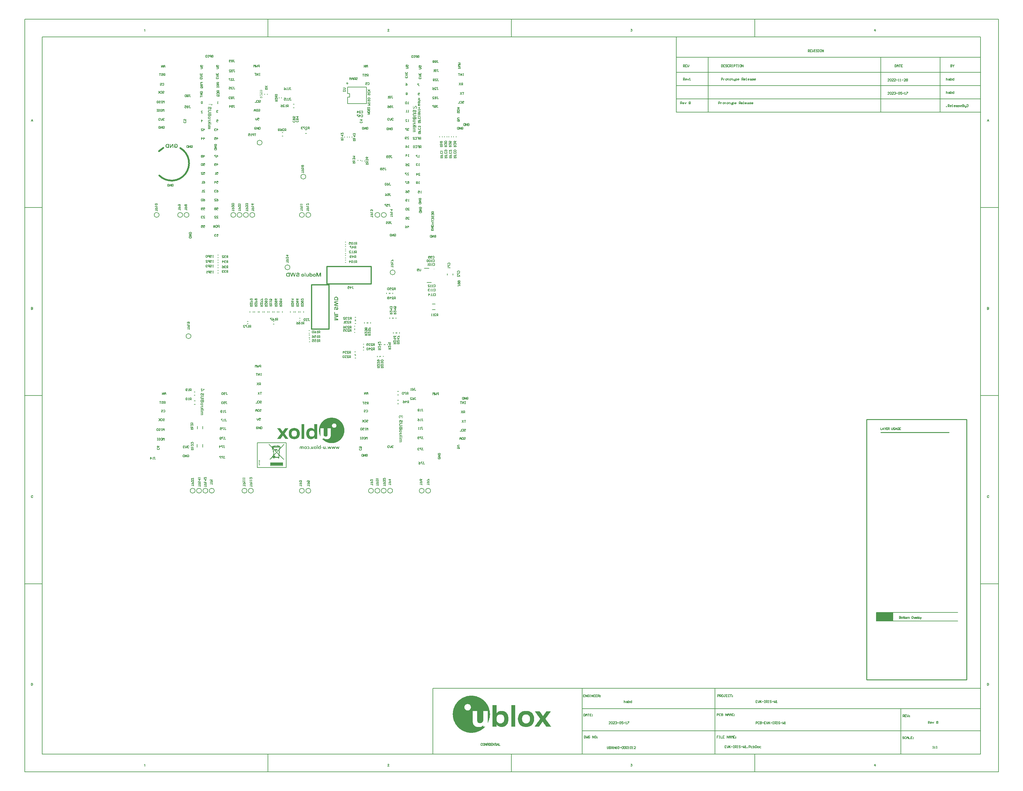
<source format=gbo>
G04*
G04 #@! TF.GenerationSoftware,Altium Limited,Altium Designer,24.5.2 (23)*
G04*
G04 Layer_Color=32896*
%FSLAX44Y44*%
%MOMM*%
G71*
G04*
G04 #@! TF.SameCoordinates,06A8B94F-9278-456E-AD24-3EE51E5687D5*
G04*
G04*
G04 #@! TF.FilePolarity,Positive*
G04*
G01*
G75*
%ADD10C,0.1524*%
%ADD11C,0.1270*%
%ADD15C,0.1000*%
%ADD16C,0.5000*%
%ADD18C,0.1500*%
%ADD19C,0.2000*%
%ADD24R,4.8260X2.4130*%
%ADD25C,0.2540*%
%ADD217C,0.3000*%
%ADD251C,0.0762*%
%ADD252C,0.0254*%
%ADD253C,0.0508*%
%ADD254C,0.1250*%
%ADD255R,0.0390X0.0500*%
G04:AMPARAMS|DCode=256|XSize=0.1266mm|YSize=2.8173mm|CornerRadius=0mm|HoleSize=0mm|Usage=FLASHONLY|Rotation=185.000|XOffset=0mm|YOffset=0mm|HoleType=Round|Shape=Rectangle|*
%AMROTATEDRECTD256*
4,1,4,-0.0597,1.4088,0.1858,-1.3978,0.0597,-1.4088,-0.1858,1.3978,-0.0597,1.4088,0.0*
%
%ADD256ROTATEDRECTD256*%

G04:AMPARAMS|DCode=257|XSize=5.9129mm|YSize=0.0972mm|CornerRadius=0mm|HoleSize=0mm|Usage=FLASHONLY|Rotation=226.500|XOffset=0mm|YOffset=0mm|HoleType=Round|Shape=Rectangle|*
%AMROTATEDRECTD257*
4,1,4,1.9999,2.1780,2.0703,2.1111,-1.9999,-2.1780,-2.0703,-2.1111,1.9999,2.1780,0.0*
%
%ADD257ROTATEDRECTD257*%

G04:AMPARAMS|DCode=258|XSize=6.0522mm|YSize=0.0972mm|CornerRadius=0mm|HoleSize=0mm|Usage=FLASHONLY|Rotation=134.500|XOffset=0mm|YOffset=0mm|HoleType=Round|Shape=Rectangle|*
%AMROTATEDRECTD258*
4,1,4,2.1557,-2.1243,2.0864,-2.1924,-2.1557,2.1243,-2.0864,2.1924,2.1557,-2.1243,0.0*
%
%ADD258ROTATEDRECTD258*%

%ADD259R,3.6216X0.8819*%
%ADD260R,0.1087X0.3013*%
%ADD261R,0.1059X0.3013*%
%ADD262R,0.6146X0.1059*%
%ADD263R,0.6146X0.1015*%
%ADD264R,0.1094X0.4359*%
%ADD265R,0.4973X0.1016*%
%ADD266R,0.2075X0.2003*%
G04:AMPARAMS|DCode=267|XSize=0.2241mm|YSize=0.0947mm|CornerRadius=0mm|HoleSize=0mm|Usage=FLASHONLY|Rotation=225.000|XOffset=0mm|YOffset=0mm|HoleType=Round|Shape=Rectangle|*
%AMROTATEDRECTD267*
4,1,4,0.0457,0.1127,0.1127,0.0457,-0.0457,-0.1127,-0.1127,-0.0457,0.0457,0.1127,0.0*
%
%ADD267ROTATEDRECTD267*%

G04:AMPARAMS|DCode=268|XSize=0.2241mm|YSize=0.0947mm|CornerRadius=0mm|HoleSize=0mm|Usage=FLASHONLY|Rotation=135.000|XOffset=0mm|YOffset=0mm|HoleType=Round|Shape=Rectangle|*
%AMROTATEDRECTD268*
4,1,4,0.1127,-0.0457,0.0457,-0.1127,-0.1127,0.0457,-0.0457,0.1127,0.1127,-0.0457,0.0*
%
%ADD268ROTATEDRECTD268*%

%ADD269R,0.2241X0.0947*%
%ADD270R,0.0947X0.2241*%
%ADD271R,1.0776X0.1283*%
%ADD272R,0.2202X0.3131*%
%ADD273R,0.7659X0.2523*%
%ADD274R,2.0603X0.1302*%
%ADD275R,0.2136X0.3334*%
G04:AMPARAMS|DCode=276|XSize=0.1266mm|YSize=2.8609mm|CornerRadius=0mm|HoleSize=0mm|Usage=FLASHONLY|Rotation=175.000|XOffset=0mm|YOffset=0mm|HoleType=Round|Shape=Rectangle|*
%AMROTATEDRECTD276*
4,1,4,0.1878,1.4195,-0.0616,-1.4306,-0.1878,-1.4195,0.0616,1.4306,0.1878,1.4195,0.0*
%
%ADD276ROTATEDRECTD276*%

%ADD277R,0.4686X0.1302*%
G36*
X185897Y1152902D02*
X185693Y1152736D01*
X185508Y1152551D01*
X185341Y1152365D01*
X185230Y1152180D01*
X185119Y1152032D01*
X185045Y1151902D01*
X185008Y1151829D01*
X184989Y1151791D01*
X184897Y1151532D01*
X184823Y1151236D01*
X184767Y1150958D01*
X184730Y1150699D01*
X184712Y1150458D01*
X184693Y1150255D01*
Y1149773D01*
X183397D01*
Y1150477D01*
X183416Y1150754D01*
X183452Y1150995D01*
X183471Y1151199D01*
X183508Y1151384D01*
X183527Y1151495D01*
X183545Y1151588D01*
Y1151606D01*
X183619Y1151829D01*
X183693Y1152032D01*
X183786Y1152217D01*
X183860Y1152365D01*
X183953Y1152495D01*
X184008Y1152606D01*
X184045Y1152662D01*
X184064Y1152680D01*
X174972D01*
Y1154051D01*
X185897D01*
Y1152902D01*
D02*
G37*
G36*
X763008Y1142346D02*
X763286Y1142365D01*
X763545Y1142383D01*
X763767Y1142420D01*
X763971Y1142457D01*
X764119Y1142494D01*
X764230Y1142513D01*
X764304Y1142550D01*
X764323D01*
X764527Y1142642D01*
X764693Y1142753D01*
X764860Y1142883D01*
X764989Y1143012D01*
X765119Y1143142D01*
X765193Y1143235D01*
X765249Y1143309D01*
X765267Y1143327D01*
X765415Y1143568D01*
X765563Y1143864D01*
X765712Y1144142D01*
X765823Y1144438D01*
X765934Y1144698D01*
X766008Y1144920D01*
X766045Y1144994D01*
X766063Y1145049D01*
X766082Y1145086D01*
Y1145105D01*
X766267Y1145586D01*
X766434Y1146012D01*
X766619Y1146383D01*
X766767Y1146679D01*
X766897Y1146901D01*
X766989Y1147086D01*
X767063Y1147179D01*
X767082Y1147216D01*
X767285Y1147475D01*
X767489Y1147697D01*
X767674Y1147864D01*
X767859Y1148012D01*
X768008Y1148105D01*
X768119Y1148179D01*
X768211Y1148216D01*
X768230Y1148234D01*
X768471Y1148327D01*
X768730Y1148401D01*
X768970Y1148438D01*
X769193Y1148475D01*
X769396Y1148493D01*
X769545Y1148512D01*
X769656D01*
X769693D01*
X770007Y1148493D01*
X770304Y1148456D01*
X770581Y1148382D01*
X770804Y1148308D01*
X771007Y1148234D01*
X771137Y1148160D01*
X771229Y1148123D01*
X771266Y1148105D01*
X771526Y1147938D01*
X771748Y1147753D01*
X771933Y1147549D01*
X772100Y1147364D01*
X772229Y1147179D01*
X772322Y1147031D01*
X772377Y1146938D01*
X772396Y1146920D01*
Y1146901D01*
X772544Y1146586D01*
X772637Y1146253D01*
X772711Y1145920D01*
X772766Y1145586D01*
X772803Y1145309D01*
Y1145198D01*
X772822Y1145086D01*
Y1144883D01*
X772803Y1144438D01*
X772748Y1144012D01*
X772674Y1143642D01*
X772600Y1143346D01*
X772526Y1143087D01*
X772452Y1142901D01*
X772414Y1142827D01*
X772396Y1142772D01*
X772377Y1142753D01*
Y1142735D01*
X772192Y1142420D01*
X772007Y1142161D01*
X771804Y1141920D01*
X771618Y1141735D01*
X771433Y1141587D01*
X771303Y1141476D01*
X771211Y1141402D01*
X771174Y1141383D01*
X770878Y1141235D01*
X770581Y1141105D01*
X770304Y1141031D01*
X770044Y1140957D01*
X769804Y1140920D01*
X769637Y1140902D01*
X769563Y1140883D01*
X769507D01*
X769489D01*
X769470D01*
Y1142272D01*
X769822Y1142346D01*
X770118Y1142457D01*
X770378Y1142587D01*
X770600Y1142716D01*
X770767Y1142846D01*
X770896Y1142957D01*
X770970Y1143031D01*
X770989Y1143068D01*
X771174Y1143346D01*
X771303Y1143642D01*
X771415Y1143938D01*
X771470Y1144235D01*
X771507Y1144494D01*
X771544Y1144698D01*
Y1144883D01*
X771526Y1145272D01*
X771470Y1145605D01*
X771378Y1145901D01*
X771285Y1146142D01*
X771192Y1146309D01*
X771100Y1146438D01*
X771044Y1146531D01*
X771026Y1146549D01*
X770822Y1146734D01*
X770600Y1146864D01*
X770378Y1146975D01*
X770174Y1147031D01*
X769989Y1147068D01*
X769841Y1147105D01*
X769748D01*
X769730D01*
X769711D01*
X769526D01*
X769341Y1147068D01*
X769174Y1147049D01*
X769044Y1147012D01*
X768933Y1146975D01*
X768841Y1146938D01*
X768785Y1146920D01*
X768767Y1146901D01*
X768619Y1146808D01*
X768471Y1146697D01*
X768341Y1146568D01*
X768230Y1146420D01*
X768137Y1146309D01*
X768063Y1146197D01*
X768026Y1146123D01*
X768008Y1146105D01*
X767878Y1145864D01*
X767748Y1145586D01*
X767619Y1145309D01*
X767489Y1145031D01*
X767396Y1144772D01*
X767322Y1144568D01*
X767285Y1144494D01*
X767267Y1144438D01*
X767248Y1144401D01*
Y1144383D01*
X767082Y1143901D01*
X766897Y1143494D01*
X766730Y1143124D01*
X766582Y1142827D01*
X766434Y1142587D01*
X766323Y1142420D01*
X766248Y1142309D01*
X766230Y1142272D01*
X766008Y1142013D01*
X765767Y1141790D01*
X765526Y1141605D01*
X765304Y1141457D01*
X765119Y1141346D01*
X764971Y1141254D01*
X764860Y1141216D01*
X764841Y1141198D01*
X764823D01*
X764508Y1141087D01*
X764156Y1141013D01*
X763823Y1140957D01*
X763508Y1140920D01*
X763230Y1140902D01*
X763101D01*
X763008Y1140883D01*
X762915D01*
X762860D01*
X762823D01*
X762804D01*
X761712D01*
Y1148531D01*
X763008D01*
Y1142346D01*
D02*
G37*
G36*
X176749Y1146294D02*
X177040Y1146253D01*
X177303Y1146183D01*
X177525Y1146114D01*
X177706Y1146045D01*
X177830Y1145975D01*
X177914Y1145934D01*
X177941Y1145920D01*
X178163Y1145767D01*
X178357Y1145587D01*
X178524Y1145407D01*
X178662Y1145240D01*
X178773Y1145088D01*
X178857Y1144963D01*
X178912Y1144880D01*
X178926Y1144866D01*
Y1144852D01*
X178995Y1144713D01*
X179065Y1144575D01*
X179189Y1144242D01*
X179300Y1143895D01*
X179411Y1143562D01*
X179453Y1143410D01*
X179495Y1143257D01*
X179536Y1143119D01*
X179564Y1143008D01*
X179592Y1142911D01*
X179606Y1142841D01*
X179619Y1142786D01*
Y1142772D01*
X179689Y1142522D01*
X179744Y1142300D01*
X179800Y1142092D01*
X179855Y1141898D01*
X179911Y1141746D01*
X179966Y1141593D01*
X180022Y1141468D01*
X180063Y1141357D01*
X180105Y1141260D01*
X180146Y1141191D01*
X180174Y1141122D01*
X180202Y1141080D01*
X180243Y1141011D01*
X180257Y1140997D01*
X180354Y1140900D01*
X180452Y1140830D01*
X180549Y1140789D01*
X180646Y1140761D01*
X180715Y1140733D01*
X180784Y1140719D01*
X180826D01*
X180840D01*
X180979Y1140733D01*
X181089Y1140761D01*
X181200Y1140816D01*
X181284Y1140872D01*
X181353Y1140927D01*
X181395Y1140983D01*
X181422Y1141011D01*
X181436Y1141024D01*
X181561Y1141219D01*
X181644Y1141427D01*
X181714Y1141648D01*
X181755Y1141857D01*
X181783Y1142037D01*
X181797Y1142189D01*
Y1142328D01*
X181783Y1142619D01*
X181741Y1142869D01*
X181686Y1143077D01*
X181630Y1143243D01*
X181575Y1143382D01*
X181519Y1143479D01*
X181478Y1143535D01*
X181464Y1143549D01*
X181325Y1143687D01*
X181159Y1143812D01*
X180992Y1143909D01*
X180812Y1143978D01*
X180660Y1144034D01*
X180535Y1144062D01*
X180438Y1144089D01*
X180424D01*
X180410D01*
X180479Y1146031D01*
X180729Y1146017D01*
X180951Y1145975D01*
X181173Y1145920D01*
X181367Y1145851D01*
X181561Y1145781D01*
X181741Y1145698D01*
X181894Y1145615D01*
X182046Y1145532D01*
X182171Y1145435D01*
X182282Y1145351D01*
X182379Y1145268D01*
X182462Y1145199D01*
X182518Y1145143D01*
X182560Y1145102D01*
X182587Y1145074D01*
X182601Y1145060D01*
X182740Y1144880D01*
X182865Y1144686D01*
X182976Y1144478D01*
X183073Y1144256D01*
X183142Y1144034D01*
X183211Y1143812D01*
X183308Y1143368D01*
X183336Y1143160D01*
X183364Y1142980D01*
X183378Y1142800D01*
X183392Y1142647D01*
X183405Y1142522D01*
Y1142356D01*
X183392Y1141954D01*
X183350Y1141593D01*
X183295Y1141274D01*
X183239Y1140997D01*
X183197Y1140872D01*
X183170Y1140761D01*
X183142Y1140678D01*
X183114Y1140594D01*
X183086Y1140539D01*
X183073Y1140497D01*
X183059Y1140470D01*
Y1140456D01*
X182920Y1140179D01*
X182768Y1139943D01*
X182601Y1139735D01*
X182449Y1139568D01*
X182310Y1139430D01*
X182199Y1139346D01*
X182116Y1139277D01*
X182102Y1139263D01*
X182088D01*
X181852Y1139125D01*
X181603Y1139027D01*
X181367Y1138958D01*
X181159Y1138916D01*
X180979Y1138889D01*
X180840Y1138861D01*
X180784D01*
X180743D01*
X180729D01*
X180715D01*
X180507Y1138875D01*
X180299Y1138903D01*
X180119Y1138944D01*
X179938Y1139000D01*
X179606Y1139138D01*
X179314Y1139305D01*
X179189Y1139374D01*
X179092Y1139457D01*
X178995Y1139527D01*
X178912Y1139596D01*
X178857Y1139651D01*
X178815Y1139693D01*
X178787Y1139721D01*
X178773Y1139735D01*
X178676Y1139859D01*
X178579Y1140012D01*
X178482Y1140165D01*
X178399Y1140345D01*
X178233Y1140692D01*
X178094Y1141052D01*
X178038Y1141233D01*
X177983Y1141385D01*
X177941Y1141538D01*
X177900Y1141662D01*
X177872Y1141759D01*
X177844Y1141843D01*
X177830Y1141898D01*
Y1141912D01*
X177775Y1142134D01*
X177719Y1142328D01*
X177678Y1142508D01*
X177636Y1142675D01*
X177595Y1142813D01*
X177567Y1142938D01*
X177525Y1143049D01*
X177498Y1143146D01*
X177484Y1143230D01*
X177456Y1143299D01*
X177428Y1143396D01*
X177400Y1143451D01*
Y1143465D01*
X177331Y1143646D01*
X177262Y1143784D01*
X177192Y1143909D01*
X177123Y1144006D01*
X177068Y1144075D01*
X177026Y1144117D01*
X176998Y1144145D01*
X176984Y1144159D01*
X176887Y1144228D01*
X176790Y1144284D01*
X176693Y1144311D01*
X176610Y1144339D01*
X176527Y1144353D01*
X176457Y1144367D01*
X176416D01*
X176402D01*
X176208Y1144353D01*
X176041Y1144297D01*
X175875Y1144214D01*
X175736Y1144131D01*
X175625Y1144034D01*
X175542Y1143964D01*
X175487Y1143909D01*
X175473Y1143881D01*
X175348Y1143687D01*
X175251Y1143465D01*
X175182Y1143230D01*
X175140Y1143008D01*
X175112Y1142800D01*
X175084Y1142633D01*
Y1142481D01*
X175098Y1142162D01*
X175154Y1141884D01*
X175223Y1141648D01*
X175306Y1141441D01*
X175389Y1141274D01*
X175459Y1141163D01*
X175514Y1141094D01*
X175528Y1141066D01*
X175722Y1140886D01*
X175930Y1140747D01*
X176166Y1140622D01*
X176402Y1140539D01*
X176610Y1140470D01*
X176776Y1140414D01*
X176832Y1140400D01*
X176887D01*
X176915Y1140387D01*
X176929D01*
X176749Y1138500D01*
X176457Y1138542D01*
X176180Y1138597D01*
X175917Y1138681D01*
X175681Y1138750D01*
X175459Y1138847D01*
X175251Y1138944D01*
X175071Y1139041D01*
X174904Y1139138D01*
X174765Y1139235D01*
X174641Y1139333D01*
X174530Y1139416D01*
X174433Y1139499D01*
X174363Y1139554D01*
X174322Y1139610D01*
X174294Y1139638D01*
X174280Y1139651D01*
X174128Y1139846D01*
X174003Y1140054D01*
X173892Y1140275D01*
X173795Y1140511D01*
X173725Y1140733D01*
X173656Y1140969D01*
X173559Y1141427D01*
X173517Y1141635D01*
X173490Y1141829D01*
X173476Y1141995D01*
X173462Y1142148D01*
X173448Y1142273D01*
Y1142453D01*
X173462Y1142897D01*
X173503Y1143299D01*
X173559Y1143659D01*
X173587Y1143812D01*
X173628Y1143964D01*
X173656Y1144089D01*
X173684Y1144200D01*
X173711Y1144297D01*
X173739Y1144381D01*
X173767Y1144450D01*
X173781Y1144492D01*
X173795Y1144519D01*
Y1144533D01*
X173947Y1144838D01*
X174114Y1145088D01*
X174280Y1145324D01*
X174460Y1145504D01*
X174613Y1145643D01*
X174752Y1145754D01*
X174835Y1145809D01*
X174849Y1145837D01*
X174862D01*
X175140Y1145989D01*
X175403Y1146114D01*
X175667Y1146197D01*
X175917Y1146253D01*
X176111Y1146281D01*
X176208Y1146294D01*
X176277Y1146308D01*
X176333D01*
X176374D01*
X176402D01*
X176416D01*
X176749Y1146294D01*
D02*
G37*
G36*
X764505Y1137404D02*
X764796Y1137363D01*
X765059Y1137293D01*
X765281Y1137224D01*
X765462Y1137155D01*
X765586Y1137085D01*
X765670Y1137044D01*
X765697Y1137030D01*
X765919Y1136877D01*
X766113Y1136697D01*
X766280Y1136517D01*
X766419Y1136350D01*
X766529Y1136198D01*
X766613Y1136073D01*
X766668Y1135990D01*
X766682Y1135976D01*
Y1135962D01*
X766751Y1135823D01*
X766821Y1135685D01*
X766945Y1135352D01*
X767056Y1135005D01*
X767167Y1134672D01*
X767209Y1134520D01*
X767251Y1134367D01*
X767292Y1134229D01*
X767320Y1134118D01*
X767348Y1134020D01*
X767362Y1133951D01*
X767375Y1133896D01*
Y1133882D01*
X767445Y1133632D01*
X767500Y1133410D01*
X767556Y1133202D01*
X767611Y1133008D01*
X767667Y1132856D01*
X767722Y1132703D01*
X767778Y1132578D01*
X767819Y1132467D01*
X767861Y1132370D01*
X767902Y1132301D01*
X767930Y1132232D01*
X767958Y1132190D01*
X767999Y1132121D01*
X768013Y1132107D01*
X768110Y1132010D01*
X768207Y1131940D01*
X768305Y1131899D01*
X768402Y1131871D01*
X768471Y1131843D01*
X768540Y1131829D01*
X768582D01*
X768596D01*
X768735Y1131843D01*
X768846Y1131871D01*
X768956Y1131926D01*
X769040Y1131982D01*
X769109Y1132037D01*
X769151Y1132093D01*
X769178Y1132121D01*
X769192Y1132134D01*
X769317Y1132329D01*
X769400Y1132537D01*
X769470Y1132758D01*
X769511Y1132967D01*
X769539Y1133147D01*
X769553Y1133299D01*
Y1133438D01*
X769539Y1133729D01*
X769497Y1133979D01*
X769442Y1134187D01*
X769386Y1134353D01*
X769331Y1134492D01*
X769275Y1134589D01*
X769234Y1134645D01*
X769220Y1134659D01*
X769081Y1134797D01*
X768915Y1134922D01*
X768748Y1135019D01*
X768568Y1135088D01*
X768416Y1135144D01*
X768291Y1135172D01*
X768194Y1135199D01*
X768180D01*
X768166D01*
X768235Y1137141D01*
X768485Y1137127D01*
X768707Y1137085D01*
X768929Y1137030D01*
X769123Y1136961D01*
X769317Y1136891D01*
X769497Y1136808D01*
X769650Y1136725D01*
X769802Y1136642D01*
X769927Y1136545D01*
X770038Y1136461D01*
X770135Y1136378D01*
X770218Y1136309D01*
X770274Y1136253D01*
X770315Y1136212D01*
X770343Y1136184D01*
X770357Y1136170D01*
X770496Y1135990D01*
X770621Y1135796D01*
X770732Y1135588D01*
X770829Y1135366D01*
X770898Y1135144D01*
X770967Y1134922D01*
X771064Y1134478D01*
X771092Y1134270D01*
X771120Y1134090D01*
X771134Y1133910D01*
X771148Y1133757D01*
X771161Y1133632D01*
Y1133466D01*
X771148Y1133064D01*
X771106Y1132703D01*
X771050Y1132384D01*
X770995Y1132107D01*
X770953Y1131982D01*
X770926Y1131871D01*
X770898Y1131788D01*
X770870Y1131704D01*
X770843Y1131649D01*
X770829Y1131607D01*
X770815Y1131580D01*
Y1131566D01*
X770676Y1131289D01*
X770524Y1131053D01*
X770357Y1130845D01*
X770205Y1130678D01*
X770066Y1130540D01*
X769955Y1130456D01*
X769872Y1130387D01*
X769858Y1130373D01*
X769844D01*
X769608Y1130235D01*
X769359Y1130137D01*
X769123Y1130068D01*
X768915Y1130026D01*
X768735Y1129999D01*
X768596Y1129971D01*
X768540D01*
X768499D01*
X768485D01*
X768471D01*
X768263Y1129985D01*
X768055Y1130013D01*
X767875Y1130054D01*
X767694Y1130110D01*
X767362Y1130248D01*
X767070Y1130415D01*
X766945Y1130484D01*
X766848Y1130567D01*
X766751Y1130637D01*
X766668Y1130706D01*
X766613Y1130761D01*
X766571Y1130803D01*
X766543Y1130831D01*
X766529Y1130845D01*
X766432Y1130969D01*
X766335Y1131122D01*
X766238Y1131275D01*
X766155Y1131455D01*
X765989Y1131802D01*
X765850Y1132162D01*
X765794Y1132343D01*
X765739Y1132495D01*
X765697Y1132648D01*
X765656Y1132772D01*
X765628Y1132869D01*
X765600Y1132953D01*
X765586Y1133008D01*
Y1133022D01*
X765531Y1133244D01*
X765475Y1133438D01*
X765434Y1133618D01*
X765392Y1133785D01*
X765351Y1133923D01*
X765323Y1134048D01*
X765281Y1134159D01*
X765254Y1134256D01*
X765240Y1134340D01*
X765212Y1134409D01*
X765184Y1134506D01*
X765156Y1134561D01*
Y1134575D01*
X765087Y1134756D01*
X765018Y1134894D01*
X764948Y1135019D01*
X764879Y1135116D01*
X764824Y1135185D01*
X764782Y1135227D01*
X764754Y1135255D01*
X764740Y1135269D01*
X764643Y1135338D01*
X764546Y1135394D01*
X764449Y1135421D01*
X764366Y1135449D01*
X764283Y1135463D01*
X764213Y1135477D01*
X764172D01*
X764158D01*
X763964Y1135463D01*
X763797Y1135407D01*
X763631Y1135324D01*
X763492Y1135241D01*
X763381Y1135144D01*
X763298Y1135074D01*
X763243Y1135019D01*
X763229Y1134991D01*
X763104Y1134797D01*
X763007Y1134575D01*
X762937Y1134340D01*
X762896Y1134118D01*
X762868Y1133910D01*
X762840Y1133743D01*
Y1133591D01*
X762854Y1133272D01*
X762910Y1132994D01*
X762979Y1132758D01*
X763062Y1132551D01*
X763146Y1132384D01*
X763215Y1132273D01*
X763270Y1132204D01*
X763284Y1132176D01*
X763478Y1131996D01*
X763686Y1131857D01*
X763922Y1131732D01*
X764158Y1131649D01*
X764366Y1131580D01*
X764532Y1131524D01*
X764588Y1131510D01*
X764643D01*
X764671Y1131497D01*
X764685D01*
X764505Y1129610D01*
X764213Y1129652D01*
X763936Y1129707D01*
X763672Y1129791D01*
X763437Y1129860D01*
X763215Y1129957D01*
X763007Y1130054D01*
X762827Y1130151D01*
X762660Y1130248D01*
X762522Y1130345D01*
X762397Y1130443D01*
X762286Y1130526D01*
X762189Y1130609D01*
X762119Y1130664D01*
X762078Y1130720D01*
X762050Y1130748D01*
X762036Y1130761D01*
X761883Y1130956D01*
X761759Y1131164D01*
X761648Y1131385D01*
X761551Y1131621D01*
X761481Y1131843D01*
X761412Y1132079D01*
X761315Y1132537D01*
X761273Y1132745D01*
X761246Y1132939D01*
X761232Y1133105D01*
X761218Y1133258D01*
X761204Y1133383D01*
Y1133563D01*
X761218Y1134007D01*
X761259Y1134409D01*
X761315Y1134769D01*
X761343Y1134922D01*
X761384Y1135074D01*
X761412Y1135199D01*
X761440Y1135310D01*
X761468Y1135407D01*
X761495Y1135491D01*
X761523Y1135560D01*
X761537Y1135602D01*
X761551Y1135629D01*
Y1135643D01*
X761703Y1135948D01*
X761870Y1136198D01*
X762036Y1136434D01*
X762216Y1136614D01*
X762369Y1136753D01*
X762508Y1136864D01*
X762591Y1136919D01*
X762605Y1136947D01*
X762618D01*
X762896Y1137099D01*
X763159Y1137224D01*
X763423Y1137307D01*
X763672Y1137363D01*
X763867Y1137391D01*
X763964Y1137404D01*
X764033Y1137418D01*
X764089D01*
X764130D01*
X764158D01*
X764172D01*
X764505Y1137404D01*
D02*
G37*
G36*
X183225Y1135019D02*
X177900D01*
X177692D01*
X177498D01*
X177317Y1135006D01*
X177151D01*
X177012Y1134992D01*
X176873D01*
X176749Y1134978D01*
X176638D01*
X176471Y1134950D01*
X176346Y1134936D01*
X176277Y1134922D01*
X176249D01*
X176069Y1134881D01*
X175917Y1134811D01*
X175778Y1134728D01*
X175653Y1134645D01*
X175556Y1134562D01*
X175487Y1134492D01*
X175445Y1134437D01*
X175431Y1134423D01*
X175320Y1134257D01*
X175237Y1134049D01*
X175182Y1133855D01*
X175140Y1133646D01*
X175112Y1133466D01*
X175098Y1133327D01*
Y1133189D01*
X175112Y1132898D01*
X175154Y1132648D01*
X175209Y1132426D01*
X175279Y1132232D01*
X175334Y1132093D01*
X175389Y1131982D01*
X175431Y1131927D01*
X175445Y1131899D01*
X175584Y1131747D01*
X175750Y1131622D01*
X175903Y1131511D01*
X176055Y1131441D01*
X176194Y1131386D01*
X176305Y1131344D01*
X176374Y1131317D01*
X176402D01*
X176485Y1131303D01*
X176568Y1131289D01*
X176679D01*
X176804Y1131275D01*
X177068Y1131261D01*
X177345D01*
X177595Y1131247D01*
X177706D01*
X177817D01*
X177900D01*
X177955D01*
X177997D01*
X178011D01*
X183225D01*
Y1129306D01*
X178094D01*
X177803D01*
X177525Y1129320D01*
X177262D01*
X177026Y1129333D01*
X176804Y1129347D01*
X176610Y1129361D01*
X176430Y1129375D01*
X176263Y1129403D01*
X176125Y1129417D01*
X176000Y1129430D01*
X175889Y1129444D01*
X175806Y1129458D01*
X175736Y1129472D01*
X175695D01*
X175667Y1129486D01*
X175653D01*
X175445Y1129555D01*
X175251Y1129625D01*
X175071Y1129722D01*
X174918Y1129805D01*
X174779Y1129888D01*
X174668Y1129958D01*
X174613Y1130013D01*
X174585Y1130027D01*
X174405Y1130193D01*
X174238Y1130374D01*
X174100Y1130568D01*
X173975Y1130748D01*
X173878Y1130900D01*
X173808Y1131039D01*
X173767Y1131122D01*
X173753Y1131136D01*
Y1131150D01*
X173698Y1131289D01*
X173656Y1131441D01*
X173573Y1131788D01*
X173517Y1132135D01*
X173490Y1132468D01*
X173476Y1132620D01*
X173462Y1132773D01*
Y1132898D01*
X173448Y1133022D01*
Y1133244D01*
X173462Y1133646D01*
X173490Y1134007D01*
X173545Y1134326D01*
X173601Y1134589D01*
X173614Y1134700D01*
X173642Y1134811D01*
X173670Y1134895D01*
X173698Y1134964D01*
X173711Y1135019D01*
X173725Y1135061D01*
X173739Y1135075D01*
Y1135089D01*
X173850Y1135338D01*
X173989Y1135560D01*
X174114Y1135754D01*
X174238Y1135921D01*
X174349Y1136046D01*
X174433Y1136143D01*
X174488Y1136198D01*
X174516Y1136212D01*
X174710Y1136365D01*
X174918Y1136489D01*
X175112Y1136587D01*
X175306Y1136670D01*
X175473Y1136725D01*
X175611Y1136767D01*
X175653Y1136781D01*
X175695D01*
X175709Y1136795D01*
X175722D01*
X175875Y1136822D01*
X176041Y1136850D01*
X176222Y1136878D01*
X176402Y1136892D01*
X176818Y1136919D01*
X177220Y1136947D01*
X177400D01*
X177581D01*
X177747Y1136961D01*
X177886D01*
X177997D01*
X178094D01*
X178149D01*
X178163D01*
X183225D01*
Y1135019D01*
D02*
G37*
G36*
X770981Y1126129D02*
X765656D01*
X765448D01*
X765254D01*
X765073Y1126116D01*
X764907D01*
X764768Y1126102D01*
X764630D01*
X764505Y1126088D01*
X764394D01*
X764227Y1126060D01*
X764102Y1126046D01*
X764033Y1126032D01*
X764005D01*
X763825Y1125991D01*
X763672Y1125921D01*
X763534Y1125838D01*
X763409Y1125755D01*
X763312Y1125672D01*
X763243Y1125602D01*
X763201Y1125547D01*
X763187Y1125533D01*
X763076Y1125367D01*
X762993Y1125159D01*
X762937Y1124965D01*
X762896Y1124756D01*
X762868Y1124576D01*
X762854Y1124437D01*
Y1124299D01*
X762868Y1124008D01*
X762910Y1123758D01*
X762965Y1123536D01*
X763035Y1123342D01*
X763090Y1123203D01*
X763146Y1123092D01*
X763187Y1123037D01*
X763201Y1123009D01*
X763340Y1122857D01*
X763506Y1122732D01*
X763659Y1122621D01*
X763811Y1122551D01*
X763950Y1122496D01*
X764061Y1122454D01*
X764130Y1122427D01*
X764158D01*
X764241Y1122413D01*
X764324Y1122399D01*
X764435D01*
X764560Y1122385D01*
X764824Y1122371D01*
X765101D01*
X765351Y1122357D01*
X765462D01*
X765573D01*
X765656D01*
X765711D01*
X765753D01*
X765767D01*
X770981D01*
Y1120416D01*
X765850D01*
X765559D01*
X765281Y1120430D01*
X765018D01*
X764782Y1120443D01*
X764560Y1120457D01*
X764366Y1120471D01*
X764186Y1120485D01*
X764019Y1120513D01*
X763881Y1120527D01*
X763756Y1120540D01*
X763645Y1120554D01*
X763562Y1120568D01*
X763492Y1120582D01*
X763451D01*
X763423Y1120596D01*
X763409D01*
X763201Y1120665D01*
X763007Y1120735D01*
X762827Y1120832D01*
X762674Y1120915D01*
X762535Y1120998D01*
X762424Y1121068D01*
X762369Y1121123D01*
X762341Y1121137D01*
X762161Y1121303D01*
X761994Y1121484D01*
X761856Y1121678D01*
X761731Y1121858D01*
X761634Y1122010D01*
X761564Y1122149D01*
X761523Y1122232D01*
X761509Y1122246D01*
Y1122260D01*
X761454Y1122399D01*
X761412Y1122551D01*
X761329Y1122898D01*
X761273Y1123245D01*
X761246Y1123578D01*
X761232Y1123730D01*
X761218Y1123883D01*
Y1124008D01*
X761204Y1124132D01*
Y1124354D01*
X761218Y1124756D01*
X761246Y1125117D01*
X761301Y1125436D01*
X761357Y1125699D01*
X761370Y1125810D01*
X761398Y1125921D01*
X761426Y1126005D01*
X761454Y1126074D01*
X761468Y1126129D01*
X761481Y1126171D01*
X761495Y1126185D01*
Y1126199D01*
X761606Y1126448D01*
X761745Y1126670D01*
X761870Y1126864D01*
X761994Y1127031D01*
X762105Y1127156D01*
X762189Y1127253D01*
X762244Y1127308D01*
X762272Y1127322D01*
X762466Y1127475D01*
X762674Y1127599D01*
X762868Y1127697D01*
X763062Y1127780D01*
X763229Y1127835D01*
X763367Y1127877D01*
X763409Y1127891D01*
X763451D01*
X763465Y1127905D01*
X763478D01*
X763631Y1127932D01*
X763797Y1127960D01*
X763978Y1127988D01*
X764158Y1128002D01*
X764574Y1128029D01*
X764976Y1128057D01*
X765156D01*
X765337D01*
X765503Y1128071D01*
X765642D01*
X765753D01*
X765850D01*
X765905D01*
X765919D01*
X770981D01*
Y1126129D01*
D02*
G37*
G36*
X176707Y1127669D02*
X176984Y1127614D01*
X177220Y1127531D01*
X177442Y1127447D01*
X177609Y1127364D01*
X177733Y1127281D01*
X177817Y1127225D01*
X177844Y1127212D01*
X178066Y1127017D01*
X178246Y1126809D01*
X178399Y1126574D01*
X178510Y1126366D01*
X178607Y1126171D01*
X178676Y1126005D01*
X178690Y1125949D01*
X178704Y1125908D01*
X178718Y1125880D01*
Y1125866D01*
X178843Y1126088D01*
X178968Y1126282D01*
X179120Y1126449D01*
X179245Y1126587D01*
X179370Y1126684D01*
X179467Y1126768D01*
X179536Y1126823D01*
X179564Y1126837D01*
X179786Y1126962D01*
X179994Y1127059D01*
X180202Y1127114D01*
X180396Y1127170D01*
X180562Y1127198D01*
X180687Y1127212D01*
X180770D01*
X180784D01*
X180798D01*
X181020Y1127198D01*
X181242Y1127170D01*
X181422Y1127114D01*
X181589Y1127059D01*
X181727Y1127003D01*
X181838Y1126948D01*
X181894Y1126920D01*
X181922Y1126906D01*
X182102Y1126796D01*
X182254Y1126671D01*
X182393Y1126546D01*
X182518Y1126435D01*
X182601Y1126324D01*
X182670Y1126241D01*
X182712Y1126185D01*
X182726Y1126171D01*
X182837Y1126005D01*
X182920Y1125825D01*
X182989Y1125658D01*
X183045Y1125506D01*
X183086Y1125367D01*
X183114Y1125270D01*
X183128Y1125201D01*
Y1125173D01*
X183156Y1124937D01*
X183184Y1124674D01*
X183197Y1124396D01*
X183211Y1124119D01*
X183225Y1123869D01*
Y1119653D01*
X173628D01*
Y1123814D01*
X173642Y1124050D01*
Y1124466D01*
X173656Y1124632D01*
Y1124895D01*
X173670Y1124993D01*
Y1125131D01*
X173684Y1125187D01*
Y1125242D01*
X173725Y1125520D01*
X173795Y1125769D01*
X173864Y1125991D01*
X173947Y1126185D01*
X174017Y1126338D01*
X174086Y1126449D01*
X174128Y1126518D01*
X174141Y1126546D01*
X174294Y1126740D01*
X174460Y1126892D01*
X174613Y1127045D01*
X174779Y1127156D01*
X174918Y1127253D01*
X175029Y1127322D01*
X175098Y1127364D01*
X175126Y1127378D01*
X175362Y1127475D01*
X175584Y1127558D01*
X175806Y1127614D01*
X176000Y1127641D01*
X176166Y1127669D01*
X176291Y1127683D01*
X176374D01*
X176388D01*
X176402D01*
X176707Y1127669D01*
D02*
G37*
G36*
X177414Y1118183D02*
X177692Y1118155D01*
X177941Y1118100D01*
X178191Y1118045D01*
X178413Y1117961D01*
X178635Y1117878D01*
X178829Y1117781D01*
X179009Y1117698D01*
X179162Y1117601D01*
X179314Y1117504D01*
X179425Y1117420D01*
X179536Y1117337D01*
X179606Y1117282D01*
X179675Y1117226D01*
X179703Y1117198D01*
X179716Y1117185D01*
X179897Y1116991D01*
X180049Y1116783D01*
X180188Y1116574D01*
X180313Y1116353D01*
X180410Y1116131D01*
X180493Y1115923D01*
X180562Y1115715D01*
X180618Y1115507D01*
X180660Y1115326D01*
X180687Y1115146D01*
X180715Y1114994D01*
X180729Y1114855D01*
X180743Y1114744D01*
Y1114591D01*
X180729Y1114217D01*
X180673Y1113870D01*
X180604Y1113551D01*
X180521Y1113274D01*
X180465Y1113163D01*
X180424Y1113052D01*
X180396Y1112955D01*
X180354Y1112886D01*
X180327Y1112816D01*
X180299Y1112775D01*
X180285Y1112747D01*
Y1112733D01*
X180091Y1112442D01*
X179883Y1112192D01*
X179661Y1111970D01*
X179453Y1111790D01*
X179259Y1111651D01*
X179106Y1111540D01*
X179051Y1111499D01*
X179009Y1111485D01*
X178981Y1111457D01*
X178968D01*
X178649Y1111304D01*
X178330Y1111207D01*
X178038Y1111124D01*
X177775Y1111069D01*
X177539Y1111041D01*
X177442Y1111027D01*
X177359D01*
X177303Y1111013D01*
X177248D01*
X177220D01*
X177206D01*
X176776Y1111027D01*
X176374Y1111083D01*
X176028Y1111152D01*
X175875Y1111193D01*
X175736Y1111235D01*
X175611Y1111277D01*
X175501Y1111318D01*
X175403Y1111360D01*
X175320Y1111388D01*
X175251Y1111415D01*
X175209Y1111443D01*
X175182Y1111457D01*
X175168D01*
X174876Y1111651D01*
X174627Y1111859D01*
X174405Y1112081D01*
X174225Y1112289D01*
X174086Y1112483D01*
X173989Y1112636D01*
X173947Y1112691D01*
X173920Y1112733D01*
X173906Y1112761D01*
Y1112775D01*
X173767Y1113107D01*
X173656Y1113426D01*
X173587Y1113731D01*
X173531Y1114023D01*
X173503Y1114258D01*
X173490Y1114355D01*
Y1114439D01*
X173476Y1114508D01*
Y1114605D01*
X173490Y1114896D01*
X173517Y1115160D01*
X173573Y1115423D01*
X173642Y1115659D01*
X173711Y1115895D01*
X173795Y1116103D01*
X173892Y1116297D01*
X173989Y1116477D01*
X174086Y1116630D01*
X174183Y1116769D01*
X174266Y1116893D01*
X174335Y1116991D01*
X174405Y1117074D01*
X174460Y1117129D01*
X174488Y1117157D01*
X174502Y1117171D01*
X174710Y1117351D01*
X174918Y1117504D01*
X175126Y1117642D01*
X175348Y1117767D01*
X175570Y1117864D01*
X175792Y1117947D01*
X176000Y1118017D01*
X176208Y1118072D01*
X176388Y1118114D01*
X176568Y1118142D01*
X176721Y1118169D01*
X176860Y1118183D01*
X176971Y1118197D01*
X177054D01*
X177109D01*
X177123D01*
X177414Y1118183D01*
D02*
G37*
G36*
X764463Y1118779D02*
X764740Y1118724D01*
X764976Y1118641D01*
X765198Y1118557D01*
X765365Y1118474D01*
X765489Y1118391D01*
X765573Y1118335D01*
X765600Y1118322D01*
X765822Y1118127D01*
X766002Y1117919D01*
X766155Y1117684D01*
X766266Y1117476D01*
X766363Y1117281D01*
X766432Y1117115D01*
X766446Y1117059D01*
X766460Y1117018D01*
X766474Y1116990D01*
Y1116976D01*
X766599Y1117198D01*
X766724Y1117392D01*
X766876Y1117559D01*
X767001Y1117697D01*
X767126Y1117794D01*
X767223Y1117878D01*
X767292Y1117933D01*
X767320Y1117947D01*
X767542Y1118072D01*
X767750Y1118169D01*
X767958Y1118224D01*
X768152Y1118280D01*
X768318Y1118308D01*
X768443Y1118322D01*
X768527D01*
X768540D01*
X768554D01*
X768776Y1118308D01*
X768998Y1118280D01*
X769178Y1118224D01*
X769345Y1118169D01*
X769483Y1118113D01*
X769594Y1118058D01*
X769650Y1118030D01*
X769678Y1118016D01*
X769858Y1117906D01*
X770010Y1117781D01*
X770149Y1117656D01*
X770274Y1117545D01*
X770357Y1117434D01*
X770426Y1117351D01*
X770468Y1117295D01*
X770482Y1117281D01*
X770593Y1117115D01*
X770676Y1116935D01*
X770745Y1116768D01*
X770801Y1116616D01*
X770843Y1116477D01*
X770870Y1116380D01*
X770884Y1116311D01*
Y1116283D01*
X770912Y1116047D01*
X770940Y1115784D01*
X770953Y1115506D01*
X770967Y1115229D01*
X770981Y1114979D01*
Y1110763D01*
X761384D01*
Y1114924D01*
X761398Y1115160D01*
Y1115576D01*
X761412Y1115742D01*
Y1116005D01*
X761426Y1116103D01*
Y1116241D01*
X761440Y1116297D01*
Y1116352D01*
X761481Y1116630D01*
X761551Y1116879D01*
X761620Y1117101D01*
X761703Y1117295D01*
X761773Y1117448D01*
X761842Y1117559D01*
X761883Y1117628D01*
X761897Y1117656D01*
X762050Y1117850D01*
X762216Y1118002D01*
X762369Y1118155D01*
X762535Y1118266D01*
X762674Y1118363D01*
X762785Y1118432D01*
X762854Y1118474D01*
X762882Y1118488D01*
X763118Y1118585D01*
X763340Y1118668D01*
X763562Y1118724D01*
X763756Y1118751D01*
X763922Y1118779D01*
X764047Y1118793D01*
X764130D01*
X764144D01*
X764158D01*
X764463Y1118779D01*
D02*
G37*
G36*
X180507Y1110417D02*
X180590Y1110209D01*
X180660Y1110001D01*
X180701Y1109807D01*
X180729Y1109654D01*
X180743Y1109529D01*
Y1109418D01*
X180729Y1109252D01*
X180715Y1109113D01*
X180673Y1108975D01*
X180632Y1108864D01*
X180590Y1108766D01*
X180562Y1108683D01*
X180535Y1108642D01*
X180521Y1108628D01*
X180424Y1108489D01*
X180285Y1108364D01*
X180133Y1108226D01*
X179980Y1108115D01*
X179827Y1108004D01*
X179703Y1107921D01*
X179619Y1107865D01*
X179606Y1107851D01*
X180590D01*
Y1106145D01*
X173628D01*
Y1107990D01*
X175764D01*
X176083D01*
X176374D01*
X176638Y1108004D01*
X176873Y1108018D01*
X177095D01*
X177276Y1108031D01*
X177456Y1108045D01*
X177595Y1108059D01*
X177719Y1108073D01*
X177830Y1108087D01*
X177914Y1108101D01*
X177983D01*
X178025Y1108115D01*
X178066Y1108129D01*
X178094D01*
X178288Y1108184D01*
X178454Y1108253D01*
X178593Y1108323D01*
X178690Y1108392D01*
X178773Y1108448D01*
X178829Y1108503D01*
X178857Y1108531D01*
X178871Y1108545D01*
X178940Y1108656D01*
X178995Y1108766D01*
X179037Y1108877D01*
X179065Y1108975D01*
X179079Y1109058D01*
X179092Y1109141D01*
Y1109196D01*
X179079Y1109349D01*
X179051Y1109502D01*
X178995Y1109640D01*
X178940Y1109779D01*
X178884Y1109890D01*
X178829Y1109973D01*
X178801Y1110042D01*
X178787Y1110056D01*
X180382Y1110639D01*
X180507Y1110417D01*
D02*
G37*
G36*
X765170Y1109293D02*
X765448Y1109265D01*
X765697Y1109210D01*
X765947Y1109155D01*
X766169Y1109071D01*
X766391Y1108988D01*
X766585Y1108891D01*
X766765Y1108808D01*
X766918Y1108711D01*
X767070Y1108614D01*
X767181Y1108530D01*
X767292Y1108447D01*
X767362Y1108392D01*
X767431Y1108336D01*
X767459Y1108308D01*
X767473Y1108295D01*
X767653Y1108101D01*
X767805Y1107893D01*
X767944Y1107684D01*
X768069Y1107463D01*
X768166Y1107241D01*
X768249Y1107033D01*
X768318Y1106825D01*
X768374Y1106617D01*
X768416Y1106436D01*
X768443Y1106256D01*
X768471Y1106104D01*
X768485Y1105965D01*
X768499Y1105854D01*
Y1105701D01*
X768485Y1105327D01*
X768429Y1104980D01*
X768360Y1104661D01*
X768277Y1104384D01*
X768221Y1104273D01*
X768180Y1104162D01*
X768152Y1104065D01*
X768110Y1103996D01*
X768083Y1103926D01*
X768055Y1103885D01*
X768041Y1103857D01*
Y1103843D01*
X767847Y1103552D01*
X767639Y1103302D01*
X767417Y1103080D01*
X767209Y1102900D01*
X767015Y1102761D01*
X766862Y1102650D01*
X766807Y1102609D01*
X766765Y1102595D01*
X766738Y1102567D01*
X766724D01*
X766405Y1102414D01*
X766086Y1102317D01*
X765794Y1102234D01*
X765531Y1102179D01*
X765295Y1102151D01*
X765198Y1102137D01*
X765115D01*
X765059Y1102123D01*
X765004D01*
X764976D01*
X764962D01*
X764532Y1102137D01*
X764130Y1102193D01*
X763783Y1102262D01*
X763631Y1102303D01*
X763492Y1102345D01*
X763367Y1102387D01*
X763257Y1102428D01*
X763159Y1102470D01*
X763076Y1102498D01*
X763007Y1102525D01*
X762965Y1102553D01*
X762937Y1102567D01*
X762924D01*
X762632Y1102761D01*
X762383Y1102969D01*
X762161Y1103191D01*
X761981Y1103399D01*
X761842Y1103593D01*
X761745Y1103746D01*
X761703Y1103801D01*
X761675Y1103843D01*
X761662Y1103871D01*
Y1103885D01*
X761523Y1104217D01*
X761412Y1104536D01*
X761343Y1104841D01*
X761287Y1105133D01*
X761259Y1105368D01*
X761246Y1105465D01*
Y1105549D01*
X761232Y1105618D01*
Y1105715D01*
X761246Y1106006D01*
X761273Y1106270D01*
X761329Y1106533D01*
X761398Y1106769D01*
X761468Y1107005D01*
X761551Y1107213D01*
X761648Y1107407D01*
X761745Y1107587D01*
X761842Y1107740D01*
X761939Y1107879D01*
X762022Y1108003D01*
X762092Y1108101D01*
X762161Y1108184D01*
X762216Y1108239D01*
X762244Y1108267D01*
X762258Y1108281D01*
X762466Y1108461D01*
X762674Y1108614D01*
X762882Y1108752D01*
X763104Y1108877D01*
X763326Y1108974D01*
X763548Y1109057D01*
X763756Y1109127D01*
X763964Y1109182D01*
X764144Y1109224D01*
X764324Y1109252D01*
X764477Y1109279D01*
X764616Y1109293D01*
X764726Y1109307D01*
X764810D01*
X764865D01*
X764879D01*
X765170Y1109293D01*
D02*
G37*
G36*
X178038Y1102567D02*
X180590Y1104953D01*
Y1102692D01*
X178136Y1100543D01*
X183225D01*
Y1098698D01*
X173628D01*
Y1100543D01*
X175847D01*
X176749Y1101375D01*
X173628Y1103136D01*
Y1105119D01*
X178038Y1102567D01*
D02*
G37*
G36*
X768263Y1101527D02*
X768346Y1101319D01*
X768416Y1101111D01*
X768457Y1100917D01*
X768485Y1100764D01*
X768499Y1100639D01*
Y1100528D01*
X768485Y1100362D01*
X768471Y1100223D01*
X768429Y1100085D01*
X768388Y1099974D01*
X768346Y1099876D01*
X768318Y1099793D01*
X768291Y1099752D01*
X768277Y1099738D01*
X768180Y1099599D01*
X768041Y1099474D01*
X767888Y1099336D01*
X767736Y1099225D01*
X767583Y1099114D01*
X767459Y1099031D01*
X767375Y1098975D01*
X767362Y1098961D01*
X768346D01*
Y1097255D01*
X761384D01*
Y1099100D01*
X763520D01*
X763839D01*
X764130D01*
X764394Y1099114D01*
X764630Y1099128D01*
X764851D01*
X765032Y1099141D01*
X765212Y1099155D01*
X765351Y1099169D01*
X765475Y1099183D01*
X765586Y1099197D01*
X765670Y1099211D01*
X765739D01*
X765780Y1099225D01*
X765822Y1099239D01*
X765850D01*
X766044Y1099294D01*
X766210Y1099363D01*
X766349Y1099433D01*
X766446Y1099502D01*
X766529Y1099558D01*
X766585Y1099613D01*
X766613Y1099641D01*
X766627Y1099655D01*
X766696Y1099766D01*
X766751Y1099876D01*
X766793Y1099987D01*
X766821Y1100085D01*
X766834Y1100168D01*
X766848Y1100251D01*
Y1100306D01*
X766834Y1100459D01*
X766807Y1100612D01*
X766751Y1100750D01*
X766696Y1100889D01*
X766640Y1101000D01*
X766585Y1101083D01*
X766557Y1101152D01*
X766543Y1101166D01*
X768138Y1101749D01*
X768263Y1101527D01*
D02*
G37*
G36*
X183225Y1095023D02*
X181519D01*
Y1096868D01*
X183225D01*
Y1095023D01*
D02*
G37*
G36*
X180590D02*
X173628D01*
Y1096868D01*
X180590D01*
Y1095023D01*
D02*
G37*
G36*
X765794Y1093677D02*
X768346Y1096063D01*
Y1093802D01*
X765891Y1091653D01*
X770981D01*
Y1089808D01*
X761384D01*
Y1091653D01*
X763603D01*
X764505Y1092485D01*
X761384Y1094246D01*
Y1096229D01*
X765794Y1093677D01*
D02*
G37*
G36*
X770981Y1086133D02*
X769275D01*
Y1087978D01*
X770981D01*
Y1086133D01*
D02*
G37*
G36*
X768346D02*
X761384D01*
Y1087978D01*
X768346D01*
Y1086133D01*
D02*
G37*
G36*
X178413Y1093192D02*
X178718Y1093178D01*
X178968Y1093151D01*
X179162Y1093109D01*
X179314Y1093067D01*
X179425Y1093040D01*
X179495Y1093026D01*
X179508Y1093012D01*
X179730Y1092901D01*
X179911Y1092776D01*
X180063Y1092638D01*
X180202Y1092513D01*
X180299Y1092388D01*
X180368Y1092291D01*
X180410Y1092235D01*
X180424Y1092208D01*
X180535Y1092000D01*
X180604Y1091778D01*
X180660Y1091570D01*
X180701Y1091362D01*
X180729Y1091181D01*
X180743Y1091043D01*
Y1090918D01*
X180729Y1090696D01*
X180701Y1090488D01*
X180660Y1090294D01*
X180604Y1090127D01*
X180549Y1089989D01*
X180507Y1089878D01*
X180479Y1089808D01*
X180465Y1089781D01*
X180354Y1089586D01*
X180216Y1089406D01*
X180077Y1089240D01*
X179938Y1089087D01*
X179814Y1088962D01*
X179716Y1088879D01*
X179647Y1088824D01*
X179619Y1088796D01*
X179814Y1088671D01*
X179994Y1088532D01*
X180133Y1088394D01*
X180257Y1088269D01*
X180354Y1088158D01*
X180410Y1088061D01*
X180452Y1088006D01*
X180465Y1087978D01*
X180562Y1087784D01*
X180632Y1087589D01*
X180673Y1087395D01*
X180715Y1087215D01*
X180729Y1087063D01*
X180743Y1086938D01*
Y1086827D01*
X180729Y1086591D01*
X180701Y1086369D01*
X180646Y1086161D01*
X180576Y1085953D01*
X180396Y1085592D01*
X180285Y1085426D01*
X180188Y1085274D01*
X180091Y1085135D01*
X179980Y1085010D01*
X179897Y1084913D01*
X179814Y1084830D01*
X179730Y1084760D01*
X179675Y1084705D01*
X179647Y1084677D01*
X179633Y1084663D01*
X180590D01*
Y1082971D01*
X173628D01*
Y1084816D01*
X176998D01*
X177345D01*
X177650Y1084844D01*
X177886Y1084857D01*
X178094Y1084885D01*
X178233Y1084913D01*
X178344Y1084927D01*
X178413Y1084955D01*
X178427D01*
X178579Y1085024D01*
X178718Y1085093D01*
X178829Y1085176D01*
X178926Y1085260D01*
X178995Y1085329D01*
X179051Y1085384D01*
X179079Y1085426D01*
X179092Y1085440D01*
X179176Y1085579D01*
X179231Y1085703D01*
X179273Y1085828D01*
X179300Y1085953D01*
X179314Y1086050D01*
X179328Y1086133D01*
Y1086328D01*
X179300Y1086438D01*
X179287Y1086535D01*
X179259Y1086619D01*
X179231Y1086674D01*
X179203Y1086716D01*
X179189Y1086743D01*
X179176Y1086757D01*
X179120Y1086827D01*
X179051Y1086896D01*
X178898Y1086993D01*
X178843Y1087021D01*
X178787Y1087049D01*
X178746Y1087063D01*
X178732D01*
X178676Y1087076D01*
X178593Y1087104D01*
X178399Y1087132D01*
X178191Y1087146D01*
X177969Y1087160D01*
X177761Y1087173D01*
X177595D01*
X177525D01*
X177470D01*
X177442D01*
X177428D01*
X173628D01*
Y1089018D01*
X176957D01*
X177303D01*
X177595Y1089046D01*
X177844Y1089060D01*
X178052Y1089087D01*
X178205Y1089115D01*
X178316Y1089129D01*
X178371Y1089157D01*
X178399D01*
X178565Y1089226D01*
X178704Y1089295D01*
X178815Y1089379D01*
X178912Y1089462D01*
X178995Y1089531D01*
X179051Y1089586D01*
X179079Y1089628D01*
X179092Y1089642D01*
X179176Y1089767D01*
X179231Y1089905D01*
X179273Y1090030D01*
X179300Y1090141D01*
X179314Y1090238D01*
X179328Y1090308D01*
Y1090377D01*
X179314Y1090557D01*
X179273Y1090724D01*
X179203Y1090862D01*
X179134Y1090973D01*
X179051Y1091057D01*
X178995Y1091112D01*
X178940Y1091154D01*
X178926Y1091168D01*
X178857Y1091195D01*
X178787Y1091237D01*
X178593Y1091279D01*
X178371Y1091320D01*
X178149Y1091334D01*
X177941Y1091348D01*
X177761Y1091362D01*
X177692D01*
X177636D01*
X177609D01*
X177595D01*
X173628D01*
Y1093206D01*
X178066D01*
X178413Y1093192D01*
D02*
G37*
G36*
X766169Y1084302D02*
X766474Y1084288D01*
X766724Y1084261D01*
X766918Y1084219D01*
X767070Y1084177D01*
X767181Y1084150D01*
X767251Y1084136D01*
X767264Y1084122D01*
X767486Y1084011D01*
X767667Y1083886D01*
X767819Y1083748D01*
X767958Y1083623D01*
X768055Y1083498D01*
X768124Y1083401D01*
X768166Y1083345D01*
X768180Y1083318D01*
X768291Y1083110D01*
X768360Y1082888D01*
X768416Y1082680D01*
X768457Y1082472D01*
X768485Y1082291D01*
X768499Y1082153D01*
Y1082028D01*
X768485Y1081806D01*
X768457Y1081598D01*
X768416Y1081404D01*
X768360Y1081237D01*
X768305Y1081099D01*
X768263Y1080988D01*
X768235Y1080918D01*
X768221Y1080891D01*
X768110Y1080696D01*
X767972Y1080516D01*
X767833Y1080350D01*
X767694Y1080197D01*
X767570Y1080072D01*
X767473Y1079989D01*
X767403Y1079934D01*
X767375Y1079906D01*
X767570Y1079781D01*
X767750Y1079642D01*
X767888Y1079504D01*
X768013Y1079379D01*
X768110Y1079268D01*
X768166Y1079171D01*
X768207Y1079116D01*
X768221Y1079088D01*
X768318Y1078894D01*
X768388Y1078699D01*
X768429Y1078505D01*
X768471Y1078325D01*
X768485Y1078173D01*
X768499Y1078048D01*
Y1077937D01*
X768485Y1077701D01*
X768457Y1077479D01*
X768402Y1077271D01*
X768332Y1077063D01*
X768152Y1076702D01*
X768041Y1076536D01*
X767944Y1076384D01*
X767847Y1076245D01*
X767736Y1076120D01*
X767653Y1076023D01*
X767570Y1075940D01*
X767486Y1075870D01*
X767431Y1075815D01*
X767403Y1075787D01*
X767389Y1075773D01*
X768346D01*
Y1074081D01*
X761384D01*
Y1075926D01*
X764754D01*
X765101D01*
X765406Y1075954D01*
X765642Y1075967D01*
X765850Y1075995D01*
X765989Y1076023D01*
X766099Y1076037D01*
X766169Y1076065D01*
X766183D01*
X766335Y1076134D01*
X766474Y1076203D01*
X766585Y1076286D01*
X766682Y1076370D01*
X766751Y1076439D01*
X766807Y1076494D01*
X766834Y1076536D01*
X766848Y1076550D01*
X766932Y1076689D01*
X766987Y1076813D01*
X767029Y1076938D01*
X767056Y1077063D01*
X767070Y1077160D01*
X767084Y1077243D01*
Y1077438D01*
X767056Y1077548D01*
X767043Y1077645D01*
X767015Y1077729D01*
X766987Y1077784D01*
X766959Y1077826D01*
X766945Y1077853D01*
X766932Y1077867D01*
X766876Y1077937D01*
X766807Y1078006D01*
X766654Y1078103D01*
X766599Y1078131D01*
X766543Y1078159D01*
X766502Y1078173D01*
X766488D01*
X766432Y1078186D01*
X766349Y1078214D01*
X766155Y1078242D01*
X765947Y1078256D01*
X765725Y1078270D01*
X765517Y1078283D01*
X765351D01*
X765281D01*
X765226D01*
X765198D01*
X765184D01*
X761384D01*
Y1080128D01*
X764713D01*
X765059D01*
X765351Y1080156D01*
X765600Y1080170D01*
X765808Y1080197D01*
X765961Y1080225D01*
X766072Y1080239D01*
X766127Y1080267D01*
X766155D01*
X766321Y1080336D01*
X766460Y1080405D01*
X766571Y1080489D01*
X766668Y1080572D01*
X766751Y1080641D01*
X766807Y1080696D01*
X766834Y1080738D01*
X766848Y1080752D01*
X766932Y1080877D01*
X766987Y1081015D01*
X767029Y1081140D01*
X767056Y1081251D01*
X767070Y1081348D01*
X767084Y1081418D01*
Y1081487D01*
X767070Y1081667D01*
X767029Y1081834D01*
X766959Y1081972D01*
X766890Y1082083D01*
X766807Y1082167D01*
X766751Y1082222D01*
X766696Y1082264D01*
X766682Y1082278D01*
X766613Y1082305D01*
X766543Y1082347D01*
X766349Y1082389D01*
X766127Y1082430D01*
X765905Y1082444D01*
X765697Y1082458D01*
X765517Y1082472D01*
X765448D01*
X765392D01*
X765365D01*
X765351D01*
X761384D01*
Y1084316D01*
X765822D01*
X766169Y1084302D01*
D02*
G37*
G36*
X74055Y1028754D02*
X71851D01*
Y1036846D01*
X67018Y1028754D01*
X64056D01*
Y1039679D01*
X66259D01*
Y1031457D01*
X71111Y1039679D01*
X74055D01*
Y1028754D01*
D02*
G37*
G36*
X81387Y1039845D02*
X81850Y1039808D01*
X82276Y1039734D01*
X82665Y1039642D01*
X83054Y1039531D01*
X83387Y1039401D01*
X83702Y1039271D01*
X83980Y1039142D01*
X84239Y1039012D01*
X84443Y1038883D01*
X84646Y1038753D01*
X84794Y1038642D01*
X84906Y1038549D01*
X84998Y1038475D01*
X85054Y1038438D01*
X85072Y1038420D01*
X85331Y1038142D01*
X85572Y1037827D01*
X85776Y1037494D01*
X85942Y1037160D01*
X86090Y1036809D01*
X86202Y1036457D01*
X86313Y1036124D01*
X86387Y1035790D01*
X86442Y1035457D01*
X86498Y1035179D01*
X86516Y1034902D01*
X86553Y1034679D01*
Y1034476D01*
X86572Y1034346D01*
Y1034253D01*
Y1034216D01*
X86535Y1033550D01*
X86461Y1032957D01*
X86424Y1032680D01*
X86368Y1032420D01*
X86294Y1032180D01*
X86239Y1031976D01*
X86183Y1031772D01*
X86109Y1031606D01*
X86053Y1031457D01*
X86017Y1031328D01*
X85961Y1031235D01*
X85942Y1031161D01*
X85905Y1031124D01*
Y1031106D01*
X85628Y1030661D01*
X85331Y1030272D01*
X85017Y1029958D01*
X84702Y1029680D01*
X84424Y1029476D01*
X84202Y1029328D01*
X84109Y1029273D01*
X84054Y1029235D01*
X84017Y1029198D01*
X83998D01*
X83517Y1028995D01*
X82998Y1028828D01*
X82498Y1028717D01*
X82035Y1028643D01*
X81832Y1028624D01*
X81646Y1028606D01*
X81461Y1028587D01*
X81313D01*
X81202Y1028569D01*
X81035D01*
X80443Y1028587D01*
X79906Y1028661D01*
X79425Y1028736D01*
X79221Y1028791D01*
X79017Y1028847D01*
X78850Y1028884D01*
X78702Y1028939D01*
X78573Y1028976D01*
X78462Y1029032D01*
X78369Y1029050D01*
X78314Y1029087D01*
X78277Y1029106D01*
X78258D01*
X77869Y1029328D01*
X77517Y1029569D01*
X77221Y1029809D01*
X76980Y1030050D01*
X76795Y1030254D01*
X76666Y1030439D01*
X76573Y1030550D01*
X76554Y1030569D01*
Y1030587D01*
X76369Y1030957D01*
X76221Y1031328D01*
X76129Y1031680D01*
X76055Y1032013D01*
X76017Y1032309D01*
X75999Y1032420D01*
X75981Y1032531D01*
Y1032624D01*
Y1032680D01*
Y1032717D01*
Y1032735D01*
Y1034883D01*
X81239D01*
Y1032920D01*
X78184D01*
Y1032606D01*
X78203Y1032291D01*
X78277Y1032013D01*
X78369Y1031754D01*
X78480Y1031550D01*
X78610Y1031383D01*
X78702Y1031254D01*
X78776Y1031180D01*
X78795Y1031161D01*
X78906Y1031069D01*
X79054Y1030976D01*
X79369Y1030846D01*
X79702Y1030735D01*
X80054Y1030680D01*
X80369Y1030643D01*
X80499Y1030624D01*
X80628D01*
X80721Y1030606D01*
X80869D01*
X81239Y1030624D01*
X81573Y1030661D01*
X81869Y1030717D01*
X82128Y1030791D01*
X82350Y1030846D01*
X82517Y1030902D01*
X82609Y1030939D01*
X82646Y1030957D01*
X82924Y1031106D01*
X83165Y1031291D01*
X83369Y1031476D01*
X83554Y1031661D01*
X83683Y1031828D01*
X83794Y1031976D01*
X83850Y1032068D01*
X83869Y1032105D01*
X84017Y1032420D01*
X84128Y1032772D01*
X84202Y1033124D01*
X84257Y1033457D01*
X84294Y1033754D01*
Y1033883D01*
X84313Y1033994D01*
Y1034087D01*
Y1034161D01*
Y1034198D01*
Y1034216D01*
X84294Y1034679D01*
X84239Y1035087D01*
X84165Y1035457D01*
X84091Y1035753D01*
X84017Y1035994D01*
X83943Y1036161D01*
X83887Y1036272D01*
X83869Y1036309D01*
X83683Y1036587D01*
X83498Y1036827D01*
X83294Y1037031D01*
X83091Y1037179D01*
X82924Y1037309D01*
X82776Y1037383D01*
X82683Y1037438D01*
X82646Y1037457D01*
X82350Y1037586D01*
X82035Y1037679D01*
X81739Y1037735D01*
X81461Y1037790D01*
X81221Y1037809D01*
X81035Y1037827D01*
X80869D01*
X80424Y1037809D01*
X80036Y1037753D01*
X79721Y1037679D01*
X79462Y1037605D01*
X79258Y1037512D01*
X79110Y1037438D01*
X79036Y1037383D01*
X78999Y1037364D01*
X78776Y1037198D01*
X78610Y1037012D01*
X78480Y1036846D01*
X78388Y1036698D01*
X78332Y1036568D01*
X78277Y1036457D01*
X78258Y1036383D01*
Y1036364D01*
X76017D01*
X76055Y1036679D01*
X76129Y1036975D01*
X76221Y1037253D01*
X76314Y1037512D01*
X76406Y1037716D01*
X76499Y1037883D01*
X76554Y1037975D01*
X76573Y1038012D01*
X76777Y1038309D01*
X77036Y1038568D01*
X77295Y1038790D01*
X77554Y1038994D01*
X77777Y1039142D01*
X77962Y1039253D01*
X78036Y1039290D01*
X78091Y1039327D01*
X78128Y1039345D01*
X78147D01*
X78573Y1039512D01*
X79017Y1039642D01*
X79480Y1039734D01*
X79925Y1039808D01*
X80128Y1039827D01*
X80313Y1039845D01*
X80480D01*
X80628Y1039864D01*
X80906D01*
X81387Y1039845D01*
D02*
G37*
G36*
X61593Y1028754D02*
X57075D01*
X56612Y1028773D01*
X56168Y1028810D01*
X55760Y1028884D01*
X55371Y1028958D01*
X55001Y1029069D01*
X54686Y1029180D01*
X54372Y1029291D01*
X54112Y1029421D01*
X53872Y1029550D01*
X53649Y1029661D01*
X53483Y1029772D01*
X53316Y1029883D01*
X53205Y1029958D01*
X53131Y1030032D01*
X53075Y1030069D01*
X53057Y1030087D01*
X52798Y1030365D01*
X52575Y1030661D01*
X52372Y1030976D01*
X52205Y1031309D01*
X52076Y1031643D01*
X51946Y1031994D01*
X51853Y1032328D01*
X51779Y1032661D01*
X51724Y1032976D01*
X51668Y1033272D01*
X51631Y1033531D01*
X51613Y1033754D01*
X51594Y1033957D01*
Y1034087D01*
Y1034179D01*
Y1034216D01*
X51613Y1034716D01*
X51650Y1035179D01*
X51724Y1035605D01*
X51816Y1036012D01*
X51927Y1036383D01*
X52057Y1036716D01*
X52187Y1037012D01*
X52316Y1037290D01*
X52464Y1037531D01*
X52594Y1037735D01*
X52724Y1037920D01*
X52835Y1038049D01*
X52927Y1038160D01*
X53001Y1038253D01*
X53038Y1038290D01*
X53057Y1038309D01*
X53335Y1038549D01*
X53649Y1038753D01*
X53964Y1038938D01*
X54297Y1039105D01*
X54631Y1039234D01*
X54964Y1039345D01*
X55297Y1039438D01*
X55612Y1039512D01*
X55908Y1039568D01*
X56186Y1039605D01*
X56445Y1039642D01*
X56649Y1039660D01*
X56834Y1039679D01*
X61593D01*
Y1028754D01*
D02*
G37*
G36*
X497604Y659130D02*
X495475D01*
Y667870D01*
X492457Y659130D01*
X489753D01*
X486717Y667870D01*
Y659130D01*
X484606D01*
Y670055D01*
X487994D01*
X490976Y661222D01*
X494031Y670055D01*
X497604D01*
Y659130D01*
D02*
G37*
G36*
X422446Y659130D02*
X419501D01*
X417280Y667648D01*
X415039Y659130D01*
X412132D01*
X409169Y670055D01*
X411336D01*
X413558Y661167D01*
X415817Y670055D01*
X418761D01*
X420835Y661222D01*
X423057Y670055D01*
X425408Y670055D01*
X422446Y659130D01*
D02*
G37*
G36*
X462904Y662037D02*
X462886Y661741D01*
X462867Y661482D01*
X462830Y661222D01*
X462775Y660982D01*
X462701Y660778D01*
X462627Y660593D01*
X462553Y660408D01*
X462478Y660259D01*
X462405Y660130D01*
X462330Y660000D01*
X462182Y659834D01*
X462090Y659723D01*
X462053Y659704D01*
Y659686D01*
X461701Y659445D01*
X461330Y659260D01*
X460960Y659130D01*
X460590Y659037D01*
X460275Y658982D01*
X460145Y658963D01*
X460016D01*
X459923Y658945D01*
X459794D01*
X459516Y658963D01*
X459257Y659000D01*
X459016Y659037D01*
X458794Y659111D01*
X458386Y659297D01*
X458053Y659500D01*
X457794Y659686D01*
X457683Y659778D01*
X457590Y659871D01*
X457535Y659945D01*
X457479Y659982D01*
X457442Y660019D01*
Y659130D01*
X455294D01*
Y667148D01*
X457498D01*
Y662722D01*
X457516Y662389D01*
X457572Y662093D01*
X457646Y661852D01*
X457720Y661667D01*
X457812Y661500D01*
X457886Y661407D01*
X457942Y661333D01*
X457961Y661315D01*
X458146Y661167D01*
X458349Y661074D01*
X458553Y661000D01*
X458757Y660945D01*
X458923Y660908D01*
X459072Y660889D01*
X459201D01*
X459460Y660908D01*
X459683Y660945D01*
X459886Y661000D01*
X460034Y661074D01*
X460164Y661130D01*
X460257Y661185D01*
X460312Y661222D01*
X460331Y661241D01*
X460460Y661389D01*
X460553Y661574D01*
X460608Y661759D01*
X460645Y661963D01*
X460682Y662130D01*
X460701Y662259D01*
Y662352D01*
Y662389D01*
Y667148D01*
X462904D01*
Y662037D01*
D02*
G37*
G36*
X445536Y667333D02*
X445869Y667296D01*
X446165Y667259D01*
X446462Y667185D01*
X446721Y667092D01*
X446980Y667000D01*
X447202Y666907D01*
X447388Y666814D01*
X447573Y666703D01*
X447721Y666611D01*
X447869Y666518D01*
X447962Y666425D01*
X448054Y666351D01*
X448110Y666314D01*
X448147Y666277D01*
X448165Y666259D01*
X448350Y666037D01*
X448517Y665815D01*
X448647Y665574D01*
X448776Y665314D01*
X448869Y665055D01*
X448961Y664796D01*
X449091Y664296D01*
X449128Y664055D01*
X449165Y663852D01*
X449184Y663648D01*
X449202Y663481D01*
X449221Y663333D01*
Y663241D01*
Y663167D01*
Y663148D01*
X449202Y662778D01*
X449184Y662426D01*
X449128Y662111D01*
X449054Y661796D01*
X448980Y661519D01*
X448887Y661259D01*
X448795Y661037D01*
X448684Y660815D01*
X448591Y660630D01*
X448498Y660482D01*
X448406Y660334D01*
X448332Y660222D01*
X448258Y660130D01*
X448202Y660074D01*
X448184Y660037D01*
X448165Y660019D01*
X447962Y659834D01*
X447721Y659667D01*
X447480Y659519D01*
X447239Y659408D01*
X446980Y659297D01*
X446721Y659204D01*
X446221Y659074D01*
X445999Y659037D01*
X445777Y659000D01*
X445591Y658982D01*
X445425Y658963D01*
X445277Y658945D01*
X445091D01*
X444647Y658963D01*
X444258Y659000D01*
X443906Y659056D01*
X443610Y659130D01*
X443369Y659185D01*
X443203Y659241D01*
X443092Y659278D01*
X443055Y659297D01*
X442758Y659445D01*
X442518Y659593D01*
X442295Y659760D01*
X442110Y659908D01*
X441981Y660037D01*
X441870Y660148D01*
X441814Y660222D01*
X441796Y660241D01*
X441647Y660463D01*
X441518Y660685D01*
X441425Y660908D01*
X441351Y661111D01*
X441314Y661278D01*
X441277Y661426D01*
X441259Y661500D01*
Y661537D01*
X443443D01*
X443499Y661389D01*
X443573Y661259D01*
X443684Y661130D01*
X443795Y661037D01*
X444054Y660889D01*
X444332Y660778D01*
X444591Y660722D01*
X444814Y660685D01*
X444906Y660667D01*
X445036D01*
X445388Y660685D01*
X445703Y660741D01*
X445943Y660834D01*
X446147Y660926D01*
X446295Y661000D01*
X446406Y661093D01*
X446480Y661148D01*
X446499Y661167D01*
X446647Y661370D01*
X446776Y661593D01*
X446869Y661815D01*
X446925Y662037D01*
X446980Y662222D01*
X447017Y662370D01*
X447036Y662482D01*
Y662518D01*
X441147D01*
Y662981D01*
X441166Y663370D01*
X441184Y663741D01*
X441240Y664074D01*
X441314Y664389D01*
X441388Y664685D01*
X441481Y664963D01*
X441573Y665203D01*
X441666Y665426D01*
X441777Y665611D01*
X441870Y665778D01*
X441962Y665926D01*
X442036Y666037D01*
X442110Y666129D01*
X442166Y666185D01*
X442184Y666222D01*
X442203Y666240D01*
X442407Y666444D01*
X442629Y666611D01*
X442869Y666759D01*
X443110Y666889D01*
X443351Y667000D01*
X443610Y667074D01*
X444073Y667222D01*
X444314Y667259D01*
X444517Y667296D01*
X444703Y667314D01*
X444869Y667333D01*
X444999Y667351D01*
X445184D01*
X445536Y667333D01*
D02*
G37*
G36*
X453091Y659130D02*
X450887D01*
Y670370D01*
X453091D01*
Y659130D01*
D02*
G37*
G36*
X407706Y659130D02*
X403188D01*
X402725Y659148D01*
X402281Y659185D01*
X401874Y659260D01*
X401485Y659334D01*
X401115Y659445D01*
X400800Y659556D01*
X400485Y659667D01*
X400226Y659797D01*
X399985Y659926D01*
X399763Y660037D01*
X399596Y660148D01*
X399430Y660259D01*
X399318Y660334D01*
X399244Y660408D01*
X399189Y660445D01*
X399170Y660463D01*
X398911Y660741D01*
X398689Y661037D01*
X398485Y661352D01*
X398318Y661685D01*
X398189Y662019D01*
X398059Y662370D01*
X397967Y662704D01*
X397893Y663037D01*
X397837Y663352D01*
X397781Y663648D01*
X397744Y663907D01*
X397726Y664129D01*
X397707Y664333D01*
Y664463D01*
Y664555D01*
Y664592D01*
X397726Y665092D01*
X397763Y665555D01*
X397837Y665981D01*
X397930Y666388D01*
X398041Y666759D01*
X398170Y667092D01*
X398300Y667388D01*
X398430Y667666D01*
X398578Y667907D01*
X398707Y668111D01*
X398837Y668296D01*
X398948Y668425D01*
X399041Y668536D01*
X399115Y668629D01*
X399152Y668666D01*
X399170Y668684D01*
X399448Y668925D01*
X399763Y669129D01*
X400078Y669314D01*
X400411Y669481D01*
X400744Y669610D01*
X401077Y669722D01*
X401411Y669814D01*
X401726Y669888D01*
X402022Y669944D01*
X402300Y669981D01*
X402559Y670018D01*
X402762Y670036D01*
X402948Y670055D01*
X407706D01*
Y659130D01*
D02*
G37*
G36*
X478995Y667333D02*
X479329Y667314D01*
X479625Y667259D01*
X479921Y667185D01*
X480199Y667111D01*
X480440Y667018D01*
X480680Y666907D01*
X480884Y666814D01*
X481069Y666722D01*
X481236Y666611D01*
X481366Y666518D01*
X481495Y666444D01*
X481588Y666370D01*
X481643Y666333D01*
X481680Y666296D01*
X481699Y666277D01*
X481902Y666074D01*
X482069Y665833D01*
X482217Y665592D01*
X482347Y665352D01*
X482458Y665092D01*
X482551Y664833D01*
X482680Y664315D01*
X482736Y664074D01*
X482773Y663852D01*
X482791Y663667D01*
X482810Y663481D01*
X482828Y663352D01*
Y663241D01*
Y663167D01*
Y663148D01*
X482810Y662778D01*
X482773Y662426D01*
X482717Y662093D01*
X482643Y661778D01*
X482569Y661500D01*
X482477Y661241D01*
X482365Y661000D01*
X482254Y660797D01*
X482162Y660611D01*
X482051Y660445D01*
X481958Y660315D01*
X481865Y660204D01*
X481810Y660111D01*
X481754Y660056D01*
X481717Y660019D01*
X481699Y660000D01*
X481477Y659815D01*
X481236Y659649D01*
X480995Y659519D01*
X480736Y659389D01*
X480477Y659297D01*
X480236Y659204D01*
X479736Y659074D01*
X479514Y659037D01*
X479310Y659000D01*
X479125Y658982D01*
X478958Y658963D01*
X478829Y658945D01*
X478643D01*
X478292Y658963D01*
X477958Y658982D01*
X477644Y659037D01*
X477347Y659111D01*
X477088Y659185D01*
X476829Y659278D01*
X476607Y659371D01*
X476385Y659482D01*
X476199Y659574D01*
X476051Y659667D01*
X475903Y659760D01*
X475792Y659834D01*
X475699Y659908D01*
X475644Y659963D01*
X475607Y659982D01*
X475588Y660000D01*
X475385Y660204D01*
X475218Y660445D01*
X475051Y660685D01*
X474922Y660945D01*
X474811Y661204D01*
X474718Y661463D01*
X474588Y661982D01*
X474533Y662222D01*
X474496Y662445D01*
X474477Y662630D01*
X474459Y662815D01*
X474440Y662944D01*
Y663055D01*
Y663130D01*
Y663148D01*
X474459Y663518D01*
X474496Y663870D01*
X474551Y664203D01*
X474625Y664518D01*
X474700Y664796D01*
X474811Y665055D01*
X474903Y665277D01*
X475014Y665500D01*
X475125Y665666D01*
X475218Y665833D01*
X475329Y665963D01*
X475403Y666074D01*
X475477Y666166D01*
X475533Y666222D01*
X475570Y666259D01*
X475588Y666277D01*
X475811Y666463D01*
X476051Y666629D01*
X476292Y666777D01*
X476533Y666907D01*
X476792Y667000D01*
X477051Y667092D01*
X477533Y667222D01*
X477773Y667259D01*
X477977Y667296D01*
X478162Y667314D01*
X478329Y667333D01*
X478458Y667351D01*
X478643D01*
X478995Y667333D01*
D02*
G37*
G36*
X467219Y666185D02*
X467385Y666370D01*
X467552Y666537D01*
X467719Y666685D01*
X467885Y666814D01*
X468015Y666907D01*
X468126Y666981D01*
X468219Y667018D01*
X468237Y667037D01*
X468478Y667148D01*
X468719Y667222D01*
X468959Y667277D01*
X469182Y667314D01*
X469367Y667333D01*
X469533Y667351D01*
X469663D01*
X469959Y667333D01*
X470256Y667296D01*
X470515Y667259D01*
X470774Y667185D01*
X471218Y667000D01*
X471422Y666907D01*
X471589Y666814D01*
X471755Y666703D01*
X471903Y666611D01*
X472015Y666518D01*
X472107Y666425D01*
X472181Y666351D01*
X472255Y666314D01*
X472274Y666277D01*
X472292Y666259D01*
X472459Y666037D01*
X472607Y665815D01*
X472737Y665574D01*
X472848Y665314D01*
X473014Y664796D01*
X473126Y664296D01*
X473181Y664055D01*
X473200Y663852D01*
X473218Y663648D01*
X473237Y663481D01*
X473255Y663333D01*
Y663241D01*
Y663167D01*
Y663148D01*
X473237Y662778D01*
X473218Y662426D01*
X473163Y662111D01*
X473107Y661796D01*
X473033Y661519D01*
X472959Y661259D01*
X472866Y661037D01*
X472774Y660815D01*
X472681Y660630D01*
X472589Y660482D01*
X472514Y660334D01*
X472440Y660222D01*
X472385Y660130D01*
X472329Y660074D01*
X472311Y660037D01*
X472292Y660019D01*
X472107Y659834D01*
X471903Y659667D01*
X471681Y659519D01*
X471459Y659408D01*
X471255Y659297D01*
X471033Y659204D01*
X470607Y659074D01*
X470237Y659000D01*
X470070Y658982D01*
X469941Y658963D01*
X469830Y658945D01*
X469663D01*
X469348Y658963D01*
X469052Y659000D01*
X468811Y659056D01*
X468589Y659111D01*
X468404Y659167D01*
X468274Y659223D01*
X468200Y659260D01*
X468163Y659278D01*
X467941Y659408D01*
X467737Y659556D01*
X467552Y659723D01*
X467404Y659871D01*
X467293Y660000D01*
X467200Y660111D01*
X467145Y660185D01*
X467126Y660204D01*
Y659130D01*
X465015D01*
Y670370D01*
X467219D01*
Y666185D01*
D02*
G37*
G36*
X432074Y670203D02*
X432408Y670166D01*
X432722Y670110D01*
X433000Y670036D01*
X433259Y669962D01*
X433500Y669888D01*
X433722Y669814D01*
X433907Y669740D01*
X434093Y669666D01*
X434241Y669592D01*
X434352Y669518D01*
X434444Y669462D01*
X434519Y669425D01*
X434556Y669407D01*
X434574Y669388D01*
X434778Y669221D01*
X434963Y669036D01*
X435130Y668833D01*
X435259Y668629D01*
X435370Y668425D01*
X435463Y668203D01*
X435611Y667796D01*
X435704Y667425D01*
X435722Y667277D01*
X435741Y667129D01*
X435759Y667018D01*
Y666926D01*
Y666870D01*
Y666851D01*
X435741Y666555D01*
X435704Y666277D01*
X435667Y666018D01*
X435592Y665778D01*
X435518Y665574D01*
X435426Y665370D01*
X435315Y665203D01*
X435222Y665055D01*
X435130Y664907D01*
X435018Y664796D01*
X434926Y664704D01*
X434852Y664629D01*
X434778Y664555D01*
X434722Y664518D01*
X434704Y664481D01*
X434685D01*
X434463Y664352D01*
X434222Y664241D01*
X433963Y664148D01*
X433704Y664055D01*
X433130Y663889D01*
X432574Y663778D01*
X432315Y663741D01*
X432074Y663704D01*
X431852Y663667D01*
X431667Y663648D01*
X431500Y663630D01*
X431371Y663611D01*
X431278D01*
X431019Y663593D01*
X430797Y663574D01*
X430593Y663537D01*
X430389Y663518D01*
X430056Y663444D01*
X429797Y663389D01*
X429593Y663315D01*
X429463Y663278D01*
X429371Y663241D01*
X429352Y663222D01*
X429167Y663093D01*
X429038Y662944D01*
X428945Y662796D01*
X428889Y662648D01*
X428834Y662518D01*
X428815Y662407D01*
Y662333D01*
Y662296D01*
X428834Y662074D01*
X428889Y661889D01*
X428982Y661722D01*
X429075Y661574D01*
X429167Y661463D01*
X429260Y661389D01*
X429315Y661333D01*
X429334Y661315D01*
X429556Y661204D01*
X429834Y661111D01*
X430112Y661056D01*
X430408Y661000D01*
X430667Y660982D01*
X430889Y660963D01*
X431093D01*
X431537Y660982D01*
X431908Y661019D01*
X432222Y661056D01*
X432463Y661130D01*
X432667Y661185D01*
X432796Y661222D01*
X432889Y661259D01*
X432907Y661278D01*
X433093Y661426D01*
X433241Y661574D01*
X433370Y661741D01*
X433445Y661908D01*
X433500Y662056D01*
X433556Y662185D01*
X433574Y662259D01*
Y662296D01*
X435815D01*
X435778Y661926D01*
X435722Y661593D01*
X435648Y661278D01*
X435555Y661019D01*
X435463Y660815D01*
X435389Y660648D01*
X435333Y660556D01*
X435315Y660519D01*
X435111Y660259D01*
X434889Y660019D01*
X434648Y659834D01*
X434426Y659667D01*
X434204Y659519D01*
X434037Y659426D01*
X433963Y659389D01*
X433907Y659371D01*
X433889Y659352D01*
X433870D01*
X433463Y659223D01*
X433037Y659111D01*
X432611Y659037D01*
X432204Y659000D01*
X431834Y658963D01*
X431685D01*
X431537Y658945D01*
X431278D01*
X430852Y658963D01*
X430445Y658982D01*
X430075Y659019D01*
X429723Y659074D01*
X429408Y659148D01*
X429112Y659223D01*
X428852Y659297D01*
X428612Y659389D01*
X428408Y659463D01*
X428241Y659537D01*
X428075Y659611D01*
X427964Y659686D01*
X427871Y659741D01*
X427797Y659778D01*
X427760Y659815D01*
X427741D01*
X427538Y659982D01*
X427352Y660185D01*
X427186Y660371D01*
X427056Y660593D01*
X426945Y660797D01*
X426853Y661000D01*
X426704Y661407D01*
X426612Y661778D01*
X426593Y661926D01*
X426575Y662074D01*
X426556Y662185D01*
Y662259D01*
Y662315D01*
Y662333D01*
X426575Y662630D01*
X426593Y662907D01*
X426649Y663167D01*
X426723Y663389D01*
X426797Y663611D01*
X426890Y663796D01*
X426982Y663981D01*
X427075Y664129D01*
X427186Y664259D01*
X427279Y664389D01*
X427371Y664481D01*
X427445Y664555D01*
X427519Y664629D01*
X427575Y664667D01*
X427593Y664704D01*
X427612D01*
X427816Y664833D01*
X428056Y664963D01*
X428297Y665074D01*
X428575Y665166D01*
X429130Y665314D01*
X429667Y665426D01*
X429926Y665481D01*
X430167Y665518D01*
X430371Y665537D01*
X430574Y665555D01*
X430723Y665574D01*
X430852Y665592D01*
X430945D01*
X431204Y665611D01*
X431445Y665648D01*
X431667Y665666D01*
X431871Y665703D01*
X432056Y665740D01*
X432204Y665759D01*
X432482Y665833D01*
X432685Y665889D01*
X432833Y665944D01*
X432926Y665963D01*
X432944Y665981D01*
X433130Y666111D01*
X433259Y666259D01*
X433352Y666407D01*
X433408Y666574D01*
X433445Y666703D01*
X433481Y666814D01*
Y666889D01*
Y666926D01*
X433463Y667148D01*
X433389Y667351D01*
X433278Y667518D01*
X433148Y667685D01*
X433000Y667796D01*
X432815Y667907D01*
X432630Y667999D01*
X432426Y668055D01*
X432037Y668148D01*
X431852Y668185D01*
X431704Y668203D01*
X431556Y668222D01*
X431371D01*
X431000Y668203D01*
X430667Y668166D01*
X430389Y668111D01*
X430167Y668055D01*
X429982Y667999D01*
X429852Y667944D01*
X429778Y667907D01*
X429760Y667888D01*
X429575Y667759D01*
X429426Y667592D01*
X429297Y667444D01*
X429223Y667277D01*
X429149Y667148D01*
X429112Y667037D01*
X429093Y666963D01*
Y666926D01*
X426834D01*
X426853Y667240D01*
X426908Y667536D01*
X426982Y667796D01*
X427075Y668055D01*
X427167Y668277D01*
X427279Y668481D01*
X427390Y668666D01*
X427501Y668833D01*
X427630Y668981D01*
X427741Y669110D01*
X427853Y669203D01*
X427945Y669296D01*
X428019Y669370D01*
X428075Y669407D01*
X428112Y669444D01*
X428130D01*
X428371Y669592D01*
X428612Y669703D01*
X429149Y669907D01*
X429686Y670055D01*
X430204Y670147D01*
X430445Y670166D01*
X430667Y670203D01*
X430871Y670221D01*
X431037D01*
X431167Y670240D01*
X431741D01*
X432074Y670203D01*
D02*
G37*
G36*
X541648Y601433D02*
X542111Y601396D01*
X542537Y601322D01*
X542944Y601229D01*
X543315Y601118D01*
X543648Y600988D01*
X543944Y600859D01*
X544222Y600729D01*
X544463Y600581D01*
X544667Y600451D01*
X544852Y600322D01*
X544981Y600211D01*
X545092Y600118D01*
X545185Y600044D01*
X545222Y600007D01*
X545241Y599989D01*
X545481Y599711D01*
X545685Y599396D01*
X545870Y599081D01*
X546037Y598748D01*
X546166Y598415D01*
X546278Y598081D01*
X546370Y597748D01*
X546444Y597433D01*
X546500Y597137D01*
X546537Y596859D01*
X546574Y596600D01*
X546592Y596396D01*
X546611Y596211D01*
Y591452D01*
X535686D01*
Y595970D01*
X535704Y596433D01*
X535742Y596878D01*
X535816Y597285D01*
X535890Y597674D01*
X536001Y598044D01*
X536112Y598359D01*
X536223Y598674D01*
X536353Y598933D01*
X536482Y599174D01*
X536593Y599396D01*
X536704Y599563D01*
X536815Y599729D01*
X536890Y599840D01*
X536964Y599914D01*
X537001Y599970D01*
X537019Y599989D01*
X537297Y600248D01*
X537593Y600470D01*
X537908Y600674D01*
X538241Y600840D01*
X538575Y600970D01*
X538926Y601100D01*
X539260Y601192D01*
X539593Y601266D01*
X539908Y601322D01*
X540204Y601377D01*
X540463Y601414D01*
X540686Y601433D01*
X540889Y601451D01*
X541019D01*
X541111D01*
X541148D01*
X541648Y601433D01*
D02*
G37*
G36*
X546611Y587823D02*
X537723Y585601D01*
X546611Y583342D01*
Y580398D01*
X537778Y578324D01*
X546611Y576102D01*
Y573750D01*
X535686Y576713D01*
Y579657D01*
X544204Y581879D01*
X535686Y584120D01*
Y587027D01*
X546611Y589990D01*
Y587823D01*
D02*
G37*
G36*
X539186Y572584D02*
X539463Y572565D01*
X539723Y572510D01*
X539945Y572436D01*
X540167Y572362D01*
X540352Y572269D01*
X540537Y572177D01*
X540686Y572084D01*
X540815Y571973D01*
X540945Y571880D01*
X541037Y571788D01*
X541111Y571714D01*
X541185Y571640D01*
X541222Y571584D01*
X541259Y571566D01*
Y571547D01*
X541389Y571343D01*
X541519Y571103D01*
X541630Y570862D01*
X541722Y570584D01*
X541870Y570029D01*
X541982Y569492D01*
X542037Y569232D01*
X542074Y568992D01*
X542093Y568788D01*
X542111Y568584D01*
X542130Y568436D01*
X542148Y568307D01*
Y568214D01*
X542167Y567955D01*
X542204Y567714D01*
X542222Y567492D01*
X542259Y567288D01*
X542296Y567103D01*
X542315Y566955D01*
X542389Y566677D01*
X542445Y566474D01*
X542500Y566325D01*
X542519Y566233D01*
X542537Y566214D01*
X542667Y566029D01*
X542815Y565900D01*
X542963Y565807D01*
X543130Y565751D01*
X543259Y565714D01*
X543370Y565677D01*
X543445D01*
X543481D01*
X543704Y565696D01*
X543907Y565770D01*
X544074Y565881D01*
X544241Y566011D01*
X544352Y566159D01*
X544463Y566344D01*
X544556Y566529D01*
X544611Y566733D01*
X544704Y567122D01*
X544741Y567307D01*
X544759Y567455D01*
X544778Y567603D01*
Y567788D01*
X544759Y568158D01*
X544722Y568492D01*
X544667Y568769D01*
X544611Y568992D01*
X544556Y569177D01*
X544500Y569306D01*
X544463Y569381D01*
X544444Y569399D01*
X544315Y569584D01*
X544148Y569732D01*
X544000Y569862D01*
X543833Y569936D01*
X543704Y570010D01*
X543593Y570047D01*
X543518Y570066D01*
X543481D01*
Y572325D01*
X543796Y572306D01*
X544092Y572251D01*
X544352Y572177D01*
X544611Y572084D01*
X544833Y571991D01*
X545037Y571880D01*
X545222Y571769D01*
X545389Y571658D01*
X545537Y571529D01*
X545666Y571417D01*
X545759Y571306D01*
X545852Y571214D01*
X545926Y571140D01*
X545963Y571084D01*
X546000Y571047D01*
Y571029D01*
X546148Y570788D01*
X546259Y570547D01*
X546463Y570010D01*
X546611Y569473D01*
X546703Y568955D01*
X546722Y568714D01*
X546759Y568492D01*
X546777Y568288D01*
Y568121D01*
X546796Y567992D01*
Y567418D01*
X546759Y567085D01*
X546722Y566751D01*
X546666Y566436D01*
X546592Y566159D01*
X546518Y565900D01*
X546444Y565659D01*
X546370Y565437D01*
X546296Y565251D01*
X546222Y565066D01*
X546148Y564918D01*
X546074Y564807D01*
X546018Y564714D01*
X545981Y564640D01*
X545963Y564603D01*
X545944Y564585D01*
X545778Y564381D01*
X545592Y564196D01*
X545389Y564029D01*
X545185Y563900D01*
X544981Y563789D01*
X544759Y563696D01*
X544352Y563548D01*
X543981Y563455D01*
X543833Y563437D01*
X543685Y563418D01*
X543574Y563400D01*
X543481D01*
X543426D01*
X543407D01*
X543111Y563418D01*
X542833Y563455D01*
X542574Y563492D01*
X542333Y563566D01*
X542130Y563640D01*
X541926Y563733D01*
X541759Y563844D01*
X541611Y563937D01*
X541463Y564029D01*
X541352Y564140D01*
X541259Y564233D01*
X541185Y564307D01*
X541111Y564381D01*
X541074Y564437D01*
X541037Y564455D01*
Y564474D01*
X540908Y564696D01*
X540797Y564937D01*
X540704Y565196D01*
X540611Y565455D01*
X540445Y566029D01*
X540334Y566585D01*
X540297Y566844D01*
X540260Y567085D01*
X540223Y567307D01*
X540204Y567492D01*
X540186Y567659D01*
X540167Y567788D01*
Y567881D01*
X540149Y568140D01*
X540130Y568362D01*
X540093Y568566D01*
X540074Y568769D01*
X540000Y569103D01*
X539945Y569362D01*
X539871Y569566D01*
X539834Y569695D01*
X539797Y569788D01*
X539778Y569807D01*
X539649Y569992D01*
X539500Y570121D01*
X539352Y570214D01*
X539204Y570269D01*
X539075Y570325D01*
X538963Y570343D01*
X538889D01*
X538852D01*
X538630Y570325D01*
X538445Y570269D01*
X538278Y570177D01*
X538130Y570084D01*
X538019Y569992D01*
X537945Y569899D01*
X537890Y569843D01*
X537871Y569825D01*
X537760Y569603D01*
X537667Y569325D01*
X537612Y569047D01*
X537556Y568751D01*
X537538Y568492D01*
X537519Y568270D01*
Y568066D01*
X537538Y567621D01*
X537575Y567251D01*
X537612Y566936D01*
X537686Y566696D01*
X537741Y566492D01*
X537778Y566362D01*
X537815Y566270D01*
X537834Y566251D01*
X537982Y566066D01*
X538130Y565918D01*
X538297Y565788D01*
X538464Y565714D01*
X538612Y565659D01*
X538741Y565603D01*
X538815Y565585D01*
X538852D01*
Y563344D01*
X538482Y563381D01*
X538149Y563437D01*
X537834Y563511D01*
X537575Y563603D01*
X537371Y563696D01*
X537204Y563770D01*
X537112Y563826D01*
X537075Y563844D01*
X536815Y564048D01*
X536575Y564270D01*
X536390Y564511D01*
X536223Y564733D01*
X536075Y564955D01*
X535982Y565122D01*
X535945Y565196D01*
X535927Y565251D01*
X535908Y565270D01*
Y565288D01*
X535779Y565696D01*
X535667Y566122D01*
X535593Y566548D01*
X535556Y566955D01*
X535519Y567325D01*
Y567473D01*
X535501Y567621D01*
Y567881D01*
X535519Y568307D01*
X535538Y568714D01*
X535575Y569084D01*
X535630Y569436D01*
X535704Y569751D01*
X535779Y570047D01*
X535853Y570306D01*
X535945Y570547D01*
X536019Y570751D01*
X536093Y570918D01*
X536167Y571084D01*
X536241Y571195D01*
X536297Y571288D01*
X536334Y571362D01*
X536371Y571399D01*
Y571417D01*
X536538Y571621D01*
X536741Y571806D01*
X536927Y571973D01*
X537149Y572103D01*
X537352Y572214D01*
X537556Y572306D01*
X537963Y572454D01*
X538334Y572547D01*
X538482Y572565D01*
X538630Y572584D01*
X538741Y572603D01*
X538815D01*
X538871D01*
X538889D01*
X539186Y572584D01*
D02*
G37*
G36*
X537723Y551845D02*
X546611D01*
Y549605D01*
X535686D01*
Y557789D01*
X537723D01*
Y551845D01*
D02*
G37*
G36*
X546611Y543754D02*
X537778Y540772D01*
X546611Y537717D01*
Y534143D01*
X535686D01*
Y536273D01*
X544426D01*
X535686Y539291D01*
Y541995D01*
X544426Y545031D01*
X535686D01*
Y547142D01*
X546611D01*
Y543754D01*
D02*
G37*
G36*
X155479Y336969D02*
X163071D01*
Y335062D01*
X155461Y329692D01*
X154220D01*
Y335580D01*
X152146D01*
Y336969D01*
X154220D01*
Y338617D01*
X155479D01*
Y336969D01*
D02*
G37*
G36*
X155431Y325197D02*
X155722Y325155D01*
X155985Y325086D01*
X156207Y325017D01*
X156388Y324948D01*
X156512Y324878D01*
X156596Y324837D01*
X156623Y324823D01*
X156845Y324670D01*
X157039Y324490D01*
X157206Y324310D01*
X157345Y324143D01*
X157456Y323991D01*
X157539Y323866D01*
X157594Y323783D01*
X157608Y323769D01*
Y323755D01*
X157677Y323616D01*
X157747Y323478D01*
X157872Y323145D01*
X157983Y322798D01*
X158094Y322465D01*
X158135Y322313D01*
X158177Y322160D01*
X158218Y322021D01*
X158246Y321910D01*
X158274Y321813D01*
X158288Y321744D01*
X158301Y321688D01*
Y321675D01*
X158371Y321425D01*
X158426Y321203D01*
X158482Y320995D01*
X158537Y320801D01*
X158593Y320648D01*
X158648Y320496D01*
X158704Y320371D01*
X158745Y320260D01*
X158787Y320163D01*
X158828Y320094D01*
X158856Y320024D01*
X158884Y319983D01*
X158926Y319913D01*
X158939Y319899D01*
X159037Y319802D01*
X159134Y319733D01*
X159231Y319691D01*
X159328Y319664D01*
X159397Y319636D01*
X159466Y319622D01*
X159508D01*
X159522D01*
X159661Y319636D01*
X159771Y319664D01*
X159882Y319719D01*
X159966Y319775D01*
X160035Y319830D01*
X160077Y319886D01*
X160104Y319913D01*
X160118Y319927D01*
X160243Y320121D01*
X160326Y320329D01*
X160396Y320551D01*
X160437Y320759D01*
X160465Y320939D01*
X160479Y321092D01*
Y321231D01*
X160465Y321522D01*
X160423Y321772D01*
X160368Y321980D01*
X160312Y322146D01*
X160257Y322285D01*
X160201Y322382D01*
X160160Y322437D01*
X160146Y322451D01*
X160007Y322590D01*
X159841Y322715D01*
X159675Y322812D01*
X159494Y322881D01*
X159342Y322937D01*
X159217Y322964D01*
X159120Y322992D01*
X159106D01*
X159092D01*
X159161Y324934D01*
X159411Y324920D01*
X159633Y324878D01*
X159855Y324823D01*
X160049Y324753D01*
X160243Y324684D01*
X160423Y324601D01*
X160576Y324518D01*
X160728Y324434D01*
X160853Y324337D01*
X160964Y324254D01*
X161061Y324171D01*
X161145Y324101D01*
X161200Y324046D01*
X161242Y324005D01*
X161269Y323977D01*
X161283Y323963D01*
X161422Y323783D01*
X161547Y323588D01*
X161658Y323380D01*
X161755Y323158D01*
X161824Y322937D01*
X161893Y322715D01*
X161991Y322271D01*
X162018Y322063D01*
X162046Y321883D01*
X162060Y321702D01*
X162074Y321550D01*
X162088Y321425D01*
Y321259D01*
X162074Y320856D01*
X162032Y320496D01*
X161977Y320177D01*
X161921Y319899D01*
X161880Y319775D01*
X161852Y319664D01*
X161824Y319580D01*
X161796Y319497D01*
X161769Y319442D01*
X161755Y319400D01*
X161741Y319372D01*
Y319359D01*
X161602Y319081D01*
X161450Y318845D01*
X161283Y318637D01*
X161131Y318471D01*
X160992Y318332D01*
X160881Y318249D01*
X160798Y318180D01*
X160784Y318166D01*
X160770D01*
X160534Y318027D01*
X160285Y317930D01*
X160049Y317861D01*
X159841Y317819D01*
X159661Y317791D01*
X159522Y317764D01*
X159466D01*
X159425D01*
X159411D01*
X159397D01*
X159189Y317778D01*
X158981Y317805D01*
X158801Y317847D01*
X158621Y317902D01*
X158288Y318041D01*
X157996Y318207D01*
X157872Y318277D01*
X157774Y318360D01*
X157677Y318429D01*
X157594Y318499D01*
X157539Y318554D01*
X157497Y318596D01*
X157469Y318624D01*
X157456Y318637D01*
X157358Y318762D01*
X157261Y318915D01*
X157164Y319067D01*
X157081Y319248D01*
X156915Y319594D01*
X156776Y319955D01*
X156721Y320135D01*
X156665Y320288D01*
X156623Y320440D01*
X156582Y320565D01*
X156554Y320662D01*
X156526Y320745D01*
X156512Y320801D01*
Y320815D01*
X156457Y321037D01*
X156402Y321231D01*
X156360Y321411D01*
X156318Y321577D01*
X156277Y321716D01*
X156249Y321841D01*
X156207Y321952D01*
X156180Y322049D01*
X156166Y322132D01*
X156138Y322202D01*
X156110Y322299D01*
X156082Y322354D01*
Y322368D01*
X156013Y322548D01*
X155944Y322687D01*
X155875Y322812D01*
X155805Y322909D01*
X155750Y322978D01*
X155708Y323020D01*
X155680Y323047D01*
X155667Y323061D01*
X155569Y323131D01*
X155472Y323186D01*
X155375Y323214D01*
X155292Y323242D01*
X155209Y323256D01*
X155140Y323269D01*
X155098D01*
X155084D01*
X154890Y323256D01*
X154723Y323200D01*
X154557Y323117D01*
X154418Y323034D01*
X154307Y322937D01*
X154224Y322867D01*
X154169Y322812D01*
X154155Y322784D01*
X154030Y322590D01*
X153933Y322368D01*
X153864Y322132D01*
X153822Y321910D01*
X153794Y321702D01*
X153766Y321536D01*
Y321383D01*
X153780Y321064D01*
X153836Y320787D01*
X153905Y320551D01*
X153988Y320343D01*
X154072Y320177D01*
X154141Y320066D01*
X154196Y319996D01*
X154210Y319969D01*
X154404Y319788D01*
X154613Y319650D01*
X154848Y319525D01*
X155084Y319442D01*
X155292Y319372D01*
X155458Y319317D01*
X155514Y319303D01*
X155569D01*
X155597Y319289D01*
X155611D01*
X155431Y317403D01*
X155140Y317445D01*
X154862Y317500D01*
X154599Y317583D01*
X154363Y317653D01*
X154141Y317750D01*
X153933Y317847D01*
X153753Y317944D01*
X153586Y318041D01*
X153448Y318138D01*
X153323Y318235D01*
X153212Y318318D01*
X153115Y318402D01*
X153045Y318457D01*
X153004Y318513D01*
X152976Y318540D01*
X152962Y318554D01*
X152810Y318748D01*
X152685Y318956D01*
X152574Y319178D01*
X152477Y319414D01*
X152407Y319636D01*
X152338Y319872D01*
X152241Y320329D01*
X152199Y320537D01*
X152172Y320732D01*
X152158Y320898D01*
X152144Y321050D01*
X152130Y321175D01*
Y321356D01*
X152144Y321799D01*
X152185Y322202D01*
X152241Y322562D01*
X152269Y322715D01*
X152310Y322867D01*
X152338Y322992D01*
X152366Y323103D01*
X152394Y323200D01*
X152421Y323283D01*
X152449Y323353D01*
X152463Y323394D01*
X152477Y323422D01*
Y323436D01*
X152629Y323741D01*
X152796Y323991D01*
X152962Y324226D01*
X153142Y324407D01*
X153295Y324545D01*
X153434Y324656D01*
X153517Y324712D01*
X153531Y324739D01*
X153545D01*
X153822Y324892D01*
X154086Y325017D01*
X154349Y325100D01*
X154599Y325155D01*
X154793Y325183D01*
X154890Y325197D01*
X154959Y325211D01*
X155015D01*
X155056D01*
X155084D01*
X155098D01*
X155431Y325197D01*
D02*
G37*
G36*
X161907Y313922D02*
X156582D01*
X156374D01*
X156180D01*
X155999Y313908D01*
X155833D01*
X155694Y313894D01*
X155555D01*
X155431Y313881D01*
X155320D01*
X155153Y313853D01*
X155028Y313839D01*
X154959Y313825D01*
X154931D01*
X154751Y313783D01*
X154599Y313714D01*
X154460Y313631D01*
X154335Y313548D01*
X154238Y313465D01*
X154169Y313395D01*
X154127Y313340D01*
X154113Y313326D01*
X154002Y313159D01*
X153919Y312951D01*
X153864Y312757D01*
X153822Y312549D01*
X153794Y312369D01*
X153780Y312230D01*
Y312092D01*
X153794Y311800D01*
X153836Y311551D01*
X153891Y311329D01*
X153961Y311135D01*
X154016Y310996D01*
X154072Y310885D01*
X154113Y310830D01*
X154127Y310802D01*
X154266Y310649D01*
X154432Y310524D01*
X154585Y310413D01*
X154737Y310344D01*
X154876Y310289D01*
X154987Y310247D01*
X155056Y310219D01*
X155084D01*
X155167Y310205D01*
X155250Y310191D01*
X155361D01*
X155486Y310178D01*
X155750Y310164D01*
X156027D01*
X156277Y310150D01*
X156388D01*
X156499D01*
X156582D01*
X156637D01*
X156679D01*
X156693D01*
X161907D01*
Y308208D01*
X156776D01*
X156485D01*
X156207Y308222D01*
X155944D01*
X155708Y308236D01*
X155486Y308250D01*
X155292Y308264D01*
X155112Y308278D01*
X154945Y308305D01*
X154807Y308319D01*
X154682Y308333D01*
X154571Y308347D01*
X154488Y308361D01*
X154418Y308375D01*
X154377D01*
X154349Y308389D01*
X154335D01*
X154127Y308458D01*
X153933Y308527D01*
X153753Y308624D01*
X153600Y308708D01*
X153461Y308791D01*
X153350Y308860D01*
X153295Y308916D01*
X153267Y308930D01*
X153087Y309096D01*
X152921Y309276D01*
X152782Y309470D01*
X152657Y309651D01*
X152560Y309803D01*
X152491Y309942D01*
X152449Y310025D01*
X152435Y310039D01*
Y310053D01*
X152380Y310191D01*
X152338Y310344D01*
X152255Y310691D01*
X152199Y311038D01*
X152172Y311370D01*
X152158Y311523D01*
X152144Y311675D01*
Y311800D01*
X152130Y311925D01*
Y312147D01*
X152144Y312549D01*
X152172Y312910D01*
X152227Y313229D01*
X152283Y313492D01*
X152296Y313603D01*
X152324Y313714D01*
X152352Y313797D01*
X152380Y313867D01*
X152394Y313922D01*
X152407Y313964D01*
X152421Y313978D01*
Y313992D01*
X152532Y314241D01*
X152671Y314463D01*
X152796Y314657D01*
X152921Y314824D01*
X153032Y314948D01*
X153115Y315046D01*
X153170Y315101D01*
X153198Y315115D01*
X153392Y315267D01*
X153600Y315392D01*
X153794Y315489D01*
X153988Y315572D01*
X154155Y315628D01*
X154293Y315669D01*
X154335Y315683D01*
X154377D01*
X154391Y315697D01*
X154404D01*
X154557Y315725D01*
X154723Y315753D01*
X154904Y315781D01*
X155084Y315794D01*
X155500Y315822D01*
X155902Y315850D01*
X156082D01*
X156263D01*
X156429Y315864D01*
X156568D01*
X156679D01*
X156776D01*
X156831D01*
X156845D01*
X161907D01*
Y313922D01*
D02*
G37*
G36*
X155389Y306572D02*
X155667Y306516D01*
X155902Y306433D01*
X156124Y306350D01*
X156291Y306267D01*
X156415Y306184D01*
X156499Y306128D01*
X156526Y306114D01*
X156748Y305920D01*
X156929Y305712D01*
X157081Y305476D01*
X157192Y305268D01*
X157289Y305074D01*
X157358Y304908D01*
X157372Y304852D01*
X157386Y304811D01*
X157400Y304783D01*
Y304769D01*
X157525Y304991D01*
X157650Y305185D01*
X157802Y305352D01*
X157927Y305490D01*
X158052Y305587D01*
X158149Y305670D01*
X158218Y305726D01*
X158246Y305740D01*
X158468Y305865D01*
X158676Y305962D01*
X158884Y306017D01*
X159078Y306073D01*
X159244Y306100D01*
X159369Y306114D01*
X159453D01*
X159466D01*
X159480D01*
X159702Y306100D01*
X159924Y306073D01*
X160104Y306017D01*
X160271Y305962D01*
X160410Y305906D01*
X160520Y305851D01*
X160576Y305823D01*
X160604Y305809D01*
X160784Y305698D01*
X160937Y305573D01*
X161075Y305448D01*
X161200Y305338D01*
X161283Y305227D01*
X161353Y305143D01*
X161394Y305088D01*
X161408Y305074D01*
X161519Y304908D01*
X161602Y304727D01*
X161672Y304561D01*
X161727Y304408D01*
X161769Y304270D01*
X161796Y304173D01*
X161810Y304103D01*
Y304076D01*
X161838Y303840D01*
X161866Y303576D01*
X161880Y303299D01*
X161893Y303022D01*
X161907Y302772D01*
Y298556D01*
X152310D01*
Y302717D01*
X152324Y302952D01*
Y303368D01*
X152338Y303535D01*
Y303798D01*
X152352Y303895D01*
Y304034D01*
X152366Y304089D01*
Y304145D01*
X152407Y304422D01*
X152477Y304672D01*
X152546Y304894D01*
X152629Y305088D01*
X152699Y305240D01*
X152768Y305352D01*
X152810Y305421D01*
X152823Y305448D01*
X152976Y305643D01*
X153142Y305795D01*
X153295Y305948D01*
X153461Y306059D01*
X153600Y306156D01*
X153711Y306225D01*
X153780Y306267D01*
X153808Y306281D01*
X154044Y306378D01*
X154266Y306461D01*
X154488Y306516D01*
X154682Y306544D01*
X154848Y306572D01*
X154973Y306586D01*
X155056D01*
X155070D01*
X155084D01*
X155389Y306572D01*
D02*
G37*
G36*
X156096Y297086D02*
X156374Y297058D01*
X156623Y297003D01*
X156873Y296947D01*
X157095Y296864D01*
X157317Y296781D01*
X157511Y296684D01*
X157691Y296600D01*
X157844Y296503D01*
X157996Y296406D01*
X158107Y296323D01*
X158218Y296240D01*
X158288Y296184D01*
X158357Y296129D01*
X158385Y296101D01*
X158399Y296087D01*
X158579Y295893D01*
X158731Y295685D01*
X158870Y295477D01*
X158995Y295255D01*
X159092Y295033D01*
X159175Y294825D01*
X159244Y294617D01*
X159300Y294409D01*
X159342Y294229D01*
X159369Y294049D01*
X159397Y293896D01*
X159411Y293757D01*
X159425Y293647D01*
Y293494D01*
X159411Y293120D01*
X159355Y292773D01*
X159286Y292454D01*
X159203Y292176D01*
X159148Y292066D01*
X159106Y291955D01*
X159078Y291857D01*
X159037Y291788D01*
X159009Y291719D01*
X158981Y291677D01*
X158967Y291649D01*
Y291636D01*
X158773Y291344D01*
X158565Y291095D01*
X158343Y290873D01*
X158135Y290693D01*
X157941Y290554D01*
X157788Y290443D01*
X157733Y290401D01*
X157691Y290387D01*
X157663Y290360D01*
X157650D01*
X157331Y290207D01*
X157012Y290110D01*
X156721Y290027D01*
X156457Y289971D01*
X156221Y289944D01*
X156124Y289930D01*
X156041D01*
X155985Y289916D01*
X155930D01*
X155902D01*
X155888D01*
X155458Y289930D01*
X155056Y289985D01*
X154710Y290055D01*
X154557Y290096D01*
X154418Y290138D01*
X154293Y290179D01*
X154183Y290221D01*
X154086Y290263D01*
X154002Y290290D01*
X153933Y290318D01*
X153891Y290346D01*
X153864Y290360D01*
X153850D01*
X153559Y290554D01*
X153309Y290762D01*
X153087Y290984D01*
X152907Y291192D01*
X152768Y291386D01*
X152671Y291539D01*
X152629Y291594D01*
X152602Y291636D01*
X152588Y291663D01*
Y291677D01*
X152449Y292010D01*
X152338Y292329D01*
X152269Y292634D01*
X152213Y292925D01*
X152185Y293161D01*
X152172Y293258D01*
Y293341D01*
X152158Y293411D01*
Y293508D01*
X152172Y293799D01*
X152199Y294063D01*
X152255Y294326D01*
X152324Y294562D01*
X152394Y294798D01*
X152477Y295006D01*
X152574Y295200D01*
X152671Y295380D01*
X152768Y295533D01*
X152865Y295671D01*
X152948Y295796D01*
X153018Y295893D01*
X153087Y295976D01*
X153142Y296032D01*
X153170Y296060D01*
X153184Y296073D01*
X153392Y296254D01*
X153600Y296406D01*
X153808Y296545D01*
X154030Y296670D01*
X154252Y296767D01*
X154474Y296850D01*
X154682Y296919D01*
X154890Y296975D01*
X155070Y297017D01*
X155250Y297044D01*
X155403Y297072D01*
X155542Y297086D01*
X155653Y297100D01*
X155736D01*
X155791D01*
X155805D01*
X156096Y297086D01*
D02*
G37*
G36*
X159189Y289320D02*
X159272Y289112D01*
X159342Y288904D01*
X159383Y288709D01*
X159411Y288557D01*
X159425Y288432D01*
Y288321D01*
X159411Y288155D01*
X159397Y288016D01*
X159355Y287877D01*
X159314Y287766D01*
X159272Y287669D01*
X159244Y287586D01*
X159217Y287544D01*
X159203Y287531D01*
X159106Y287392D01*
X158967Y287267D01*
X158815Y287128D01*
X158662Y287017D01*
X158510Y286907D01*
X158385Y286823D01*
X158301Y286768D01*
X158288Y286754D01*
X159272D01*
Y285048D01*
X152310D01*
Y286893D01*
X154446D01*
X154765D01*
X155056D01*
X155320Y286907D01*
X155555Y286920D01*
X155777D01*
X155958Y286934D01*
X156138Y286948D01*
X156277Y286962D01*
X156402Y286976D01*
X156512Y286990D01*
X156596Y287004D01*
X156665D01*
X156707Y287017D01*
X156748Y287031D01*
X156776D01*
X156970Y287087D01*
X157136Y287156D01*
X157275Y287225D01*
X157372Y287295D01*
X157456Y287350D01*
X157511Y287406D01*
X157539Y287433D01*
X157553Y287447D01*
X157622Y287558D01*
X157677Y287669D01*
X157719Y287780D01*
X157747Y287877D01*
X157761Y287960D01*
X157774Y288044D01*
Y288099D01*
X157761Y288252D01*
X157733Y288404D01*
X157677Y288543D01*
X157622Y288682D01*
X157566Y288793D01*
X157511Y288876D01*
X157483Y288945D01*
X157469Y288959D01*
X159064Y289541D01*
X159189Y289320D01*
D02*
G37*
G36*
X156721Y281470D02*
X159272Y283855D01*
Y281595D01*
X156818Y279445D01*
X161907D01*
Y277601D01*
X152310D01*
Y279445D01*
X154529D01*
X155431Y280277D01*
X152310Y282039D01*
Y284022D01*
X156721Y281470D01*
D02*
G37*
G36*
X161907Y273926D02*
X160201D01*
Y275770D01*
X161907D01*
Y273926D01*
D02*
G37*
G36*
X159272D02*
X152310D01*
Y275770D01*
X159272D01*
Y273926D01*
D02*
G37*
G36*
X157095Y272095D02*
X157400Y272081D01*
X157650Y272053D01*
X157844Y272012D01*
X157996Y271970D01*
X158107Y271943D01*
X158177Y271929D01*
X158190Y271915D01*
X158412Y271804D01*
X158593Y271679D01*
X158745Y271540D01*
X158884Y271416D01*
X158981Y271291D01*
X159050Y271194D01*
X159092Y271138D01*
X159106Y271110D01*
X159217Y270902D01*
X159286Y270681D01*
X159342Y270472D01*
X159383Y270264D01*
X159411Y270084D01*
X159425Y269945D01*
Y269821D01*
X159411Y269599D01*
X159383Y269391D01*
X159342Y269196D01*
X159286Y269030D01*
X159231Y268891D01*
X159189Y268780D01*
X159161Y268711D01*
X159148Y268683D01*
X159037Y268489D01*
X158898Y268309D01*
X158759Y268143D01*
X158621Y267990D01*
X158496Y267865D01*
X158399Y267782D01*
X158329Y267726D01*
X158301Y267699D01*
X158496Y267574D01*
X158676Y267435D01*
X158815Y267297D01*
X158939Y267172D01*
X159037Y267061D01*
X159092Y266964D01*
X159134Y266908D01*
X159148Y266880D01*
X159244Y266686D01*
X159314Y266492D01*
X159355Y266298D01*
X159397Y266118D01*
X159411Y265965D01*
X159425Y265840D01*
Y265729D01*
X159411Y265494D01*
X159383Y265272D01*
X159328Y265064D01*
X159258Y264856D01*
X159078Y264495D01*
X158967Y264329D01*
X158870Y264176D01*
X158773Y264037D01*
X158662Y263913D01*
X158579Y263816D01*
X158496Y263732D01*
X158412Y263663D01*
X158357Y263608D01*
X158329Y263580D01*
X158315Y263566D01*
X159272D01*
Y261874D01*
X152310D01*
Y263718D01*
X155680D01*
X156027D01*
X156332Y263746D01*
X156568Y263760D01*
X156776Y263788D01*
X156915Y263816D01*
X157026Y263829D01*
X157095Y263857D01*
X157109D01*
X157261Y263927D01*
X157400Y263996D01*
X157511Y264079D01*
X157608Y264162D01*
X157677Y264232D01*
X157733Y264287D01*
X157761Y264329D01*
X157774Y264343D01*
X157858Y264481D01*
X157913Y264606D01*
X157955Y264731D01*
X157983Y264856D01*
X157996Y264953D01*
X158010Y265036D01*
Y265230D01*
X157983Y265341D01*
X157969Y265438D01*
X157941Y265521D01*
X157913Y265577D01*
X157885Y265618D01*
X157872Y265646D01*
X157858Y265660D01*
X157802Y265729D01*
X157733Y265799D01*
X157580Y265896D01*
X157525Y265924D01*
X157469Y265951D01*
X157428Y265965D01*
X157414D01*
X157358Y265979D01*
X157275Y266007D01*
X157081Y266035D01*
X156873Y266048D01*
X156651Y266062D01*
X156443Y266076D01*
X156277D01*
X156207D01*
X156152D01*
X156124D01*
X156110D01*
X152310D01*
Y267921D01*
X155639D01*
X155985D01*
X156277Y267948D01*
X156526Y267962D01*
X156734Y267990D01*
X156887Y268018D01*
X156998Y268032D01*
X157053Y268059D01*
X157081D01*
X157247Y268129D01*
X157386Y268198D01*
X157497Y268281D01*
X157594Y268364D01*
X157677Y268434D01*
X157733Y268489D01*
X157761Y268531D01*
X157774Y268545D01*
X157858Y268669D01*
X157913Y268808D01*
X157955Y268933D01*
X157983Y269044D01*
X157996Y269141D01*
X158010Y269210D01*
Y269280D01*
X157996Y269460D01*
X157955Y269627D01*
X157885Y269765D01*
X157816Y269876D01*
X157733Y269959D01*
X157677Y270015D01*
X157622Y270056D01*
X157608Y270070D01*
X157539Y270098D01*
X157469Y270140D01*
X157275Y270181D01*
X157053Y270223D01*
X156831Y270237D01*
X156623Y270250D01*
X156443Y270264D01*
X156374D01*
X156318D01*
X156291D01*
X156277D01*
X152310D01*
Y272109D01*
X156748D01*
X157095Y272095D01*
D02*
G37*
G36*
X724878Y261020D02*
X725193Y260965D01*
X725471Y260872D01*
X725711Y260779D01*
X725897Y260687D01*
X726045Y260594D01*
X726119Y260539D01*
X726156Y260520D01*
X726396Y260317D01*
X726600Y260094D01*
X726767Y259872D01*
X726897Y259650D01*
X727008Y259465D01*
X727082Y259317D01*
X727119Y259206D01*
X727137Y259187D01*
Y259168D01*
X727267Y259446D01*
X727415Y259687D01*
X727582Y259909D01*
X727730Y260076D01*
X727878Y260205D01*
X727989Y260317D01*
X728063Y260372D01*
X728100Y260391D01*
X728359Y260539D01*
X728600Y260650D01*
X728859Y260724D01*
X729100Y260779D01*
X729304Y260816D01*
X729452Y260835D01*
X729563D01*
X729600D01*
X729915Y260816D01*
X730211Y260761D01*
X730470Y260705D01*
X730711Y260631D01*
X730896Y260539D01*
X731044Y260483D01*
X731118Y260428D01*
X731155Y260409D01*
X731396Y260243D01*
X731618Y260039D01*
X731803Y259817D01*
X731952Y259613D01*
X732081Y259428D01*
X732174Y259280D01*
X732229Y259187D01*
X732248Y259168D01*
Y259150D01*
X732377Y258835D01*
X732488Y258502D01*
X732563Y258169D01*
X732600Y257854D01*
X732637Y257576D01*
Y257446D01*
X732655Y257354D01*
Y256817D01*
X732618Y256521D01*
X732581Y256224D01*
X732525Y255947D01*
X732451Y255687D01*
X732377Y255465D01*
X732303Y255243D01*
X732229Y255058D01*
X732155Y254873D01*
X732081Y254725D01*
X732007Y254595D01*
X731933Y254484D01*
X731878Y254410D01*
X731840Y254354D01*
X731822Y254317D01*
X731803Y254299D01*
X731637Y254114D01*
X731470Y253947D01*
X731118Y253669D01*
X730748Y253465D01*
X730415Y253317D01*
X730100Y253206D01*
X729970Y253169D01*
X729859Y253132D01*
X729767Y253114D01*
X729693D01*
X729656Y253095D01*
X729637D01*
Y254539D01*
X729933Y254632D01*
X730192Y254743D01*
X730415Y254891D01*
X730600Y255021D01*
X730729Y255169D01*
X730841Y255280D01*
X730896Y255354D01*
X730915Y255391D01*
X731063Y255669D01*
X731155Y255947D01*
X731229Y256243D01*
X731285Y256502D01*
X731322Y256743D01*
X731340Y256947D01*
Y257113D01*
X731322Y257521D01*
X731266Y257854D01*
X731174Y258150D01*
X731100Y258391D01*
X731007Y258594D01*
X730915Y258724D01*
X730859Y258817D01*
X730841Y258835D01*
X730637Y259039D01*
X730433Y259187D01*
X730211Y259280D01*
X729989Y259354D01*
X729804Y259391D01*
X729656Y259428D01*
X729563D01*
X729544D01*
X729526D01*
X729230Y259409D01*
X728970Y259335D01*
X728748Y259261D01*
X728563Y259150D01*
X728415Y259057D01*
X728304Y258965D01*
X728230Y258891D01*
X728211Y258872D01*
X728045Y258650D01*
X727933Y258372D01*
X727841Y258076D01*
X727785Y257798D01*
X727748Y257521D01*
X727730Y257317D01*
Y255373D01*
X726489D01*
Y257187D01*
X726471Y257632D01*
X726415Y258002D01*
X726322Y258335D01*
X726230Y258594D01*
X726137Y258780D01*
X726045Y258928D01*
X725989Y259020D01*
X725971Y259039D01*
X725767Y259243D01*
X725545Y259391D01*
X725323Y259502D01*
X725100Y259576D01*
X724915Y259613D01*
X724767Y259650D01*
X724656D01*
X724638D01*
X724619D01*
X724323Y259631D01*
X724045Y259557D01*
X723804Y259446D01*
X723600Y259335D01*
X723434Y259224D01*
X723304Y259113D01*
X723230Y259039D01*
X723212Y259020D01*
X723027Y258761D01*
X722897Y258446D01*
X722804Y258132D01*
X722749Y257817D01*
X722712Y257521D01*
X722693Y257409D01*
X722675Y257298D01*
Y257076D01*
X722693Y256669D01*
X722730Y256298D01*
X722786Y255984D01*
X722860Y255724D01*
X722934Y255521D01*
X722990Y255373D01*
X723027Y255299D01*
X723045Y255261D01*
X723212Y255039D01*
X723415Y254854D01*
X723656Y254706D01*
X723878Y254595D01*
X724082Y254502D01*
X724249Y254447D01*
X724378Y254428D01*
X724397Y254410D01*
X724415D01*
Y252984D01*
X724137Y253021D01*
X723878Y253077D01*
X723415Y253243D01*
X723027Y253447D01*
X722693Y253651D01*
X722452Y253873D01*
X722267Y254039D01*
X722193Y254114D01*
X722156Y254169D01*
X722138Y254188D01*
X722119Y254206D01*
X721860Y254632D01*
X721675Y255095D01*
X721545Y255576D01*
X721453Y256039D01*
X721416Y256261D01*
X721397Y256465D01*
X721378Y256632D01*
Y256798D01*
X721360Y256928D01*
Y257095D01*
X721378Y257446D01*
X721397Y257761D01*
X721434Y258076D01*
X721490Y258354D01*
X721564Y258613D01*
X721638Y258854D01*
X721712Y259076D01*
X721804Y259280D01*
X721879Y259446D01*
X721953Y259594D01*
X722027Y259724D01*
X722101Y259835D01*
X722156Y259909D01*
X722193Y259965D01*
X722230Y260002D01*
Y260020D01*
X722397Y260205D01*
X722582Y260354D01*
X722767Y260502D01*
X722971Y260613D01*
X723341Y260798D01*
X723712Y260909D01*
X724026Y260983D01*
X724174Y261002D01*
X724286Y261020D01*
X724397Y261039D01*
X724471D01*
X724508D01*
X724526D01*
X724878Y261020D01*
D02*
G37*
G36*
X725389Y247652D02*
X725680Y247611D01*
X725943Y247542D01*
X726165Y247472D01*
X726346Y247403D01*
X726470Y247334D01*
X726554Y247292D01*
X726581Y247278D01*
X726803Y247125D01*
X726997Y246945D01*
X727164Y246765D01*
X727302Y246598D01*
X727413Y246446D01*
X727497Y246321D01*
X727552Y246238D01*
X727566Y246224D01*
Y246210D01*
X727635Y246071D01*
X727705Y245933D01*
X727830Y245600D01*
X727940Y245253D01*
X728051Y244920D01*
X728093Y244768D01*
X728135Y244615D01*
X728176Y244477D01*
X728204Y244366D01*
X728232Y244269D01*
X728245Y244199D01*
X728259Y244144D01*
Y244130D01*
X728329Y243880D01*
X728384Y243658D01*
X728440Y243450D01*
X728495Y243256D01*
X728551Y243104D01*
X728606Y242951D01*
X728662Y242826D01*
X728703Y242715D01*
X728745Y242618D01*
X728786Y242549D01*
X728814Y242480D01*
X728842Y242438D01*
X728884Y242369D01*
X728897Y242355D01*
X728994Y242258D01*
X729091Y242188D01*
X729189Y242147D01*
X729286Y242119D01*
X729355Y242091D01*
X729424Y242077D01*
X729466D01*
X729480D01*
X729619Y242091D01*
X729730Y242119D01*
X729840Y242174D01*
X729924Y242230D01*
X729993Y242285D01*
X730035Y242341D01*
X730062Y242369D01*
X730076Y242383D01*
X730201Y242577D01*
X730284Y242785D01*
X730353Y243007D01*
X730395Y243215D01*
X730423Y243395D01*
X730437Y243547D01*
Y243686D01*
X730423Y243977D01*
X730381Y244227D01*
X730326Y244435D01*
X730270Y244601D01*
X730215Y244740D01*
X730159Y244837D01*
X730118Y244893D01*
X730104Y244907D01*
X729965Y245045D01*
X729799Y245170D01*
X729632Y245267D01*
X729452Y245336D01*
X729299Y245392D01*
X729175Y245420D01*
X729078Y245447D01*
X729064D01*
X729050D01*
X729119Y247389D01*
X729369Y247375D01*
X729591Y247334D01*
X729813Y247278D01*
X730007Y247209D01*
X730201Y247139D01*
X730381Y247056D01*
X730534Y246973D01*
X730686Y246890D01*
X730811Y246793D01*
X730922Y246709D01*
X731019Y246626D01*
X731102Y246557D01*
X731158Y246501D01*
X731199Y246460D01*
X731227Y246432D01*
X731241Y246418D01*
X731380Y246238D01*
X731505Y246044D01*
X731616Y245836D01*
X731713Y245614D01*
X731782Y245392D01*
X731851Y245170D01*
X731948Y244726D01*
X731976Y244518D01*
X732004Y244338D01*
X732018Y244158D01*
X732032Y244005D01*
X732046Y243880D01*
Y243714D01*
X732032Y243312D01*
X731990Y242951D01*
X731935Y242632D01*
X731879Y242355D01*
X731837Y242230D01*
X731810Y242119D01*
X731782Y242036D01*
X731754Y241953D01*
X731727Y241897D01*
X731713Y241856D01*
X731699Y241828D01*
Y241814D01*
X731560Y241537D01*
X731407Y241301D01*
X731241Y241093D01*
X731089Y240926D01*
X730950Y240788D01*
X730839Y240704D01*
X730756Y240635D01*
X730742Y240621D01*
X730728D01*
X730492Y240483D01*
X730243Y240385D01*
X730007Y240316D01*
X729799Y240275D01*
X729619Y240247D01*
X729480Y240219D01*
X729424D01*
X729383D01*
X729369D01*
X729355D01*
X729147Y240233D01*
X728939Y240261D01*
X728759Y240302D01*
X728578Y240358D01*
X728245Y240496D01*
X727954Y240663D01*
X727830Y240732D01*
X727732Y240815D01*
X727635Y240885D01*
X727552Y240954D01*
X727497Y241010D01*
X727455Y241051D01*
X727427Y241079D01*
X727413Y241093D01*
X727316Y241218D01*
X727219Y241370D01*
X727122Y241523D01*
X727039Y241703D01*
X726873Y242050D01*
X726734Y242410D01*
X726678Y242591D01*
X726623Y242743D01*
X726581Y242896D01*
X726540Y243020D01*
X726512Y243118D01*
X726484Y243201D01*
X726470Y243256D01*
Y243270D01*
X726415Y243492D01*
X726359Y243686D01*
X726318Y243866D01*
X726276Y244033D01*
X726235Y244172D01*
X726207Y244296D01*
X726165Y244407D01*
X726137Y244504D01*
X726124Y244588D01*
X726096Y244657D01*
X726068Y244754D01*
X726040Y244809D01*
Y244823D01*
X725971Y245004D01*
X725902Y245142D01*
X725832Y245267D01*
X725763Y245364D01*
X725708Y245434D01*
X725666Y245475D01*
X725638Y245503D01*
X725624Y245517D01*
X725527Y245586D01*
X725430Y245642D01*
X725333Y245669D01*
X725250Y245697D01*
X725167Y245711D01*
X725097Y245725D01*
X725056D01*
X725042D01*
X724848Y245711D01*
X724681Y245655D01*
X724515Y245572D01*
X724376Y245489D01*
X724265Y245392D01*
X724182Y245323D01*
X724127Y245267D01*
X724113Y245239D01*
X723988Y245045D01*
X723891Y244823D01*
X723821Y244588D01*
X723780Y244366D01*
X723752Y244158D01*
X723724Y243991D01*
Y243839D01*
X723738Y243520D01*
X723794Y243242D01*
X723863Y243007D01*
X723946Y242799D01*
X724029Y242632D01*
X724099Y242521D01*
X724154Y242452D01*
X724168Y242424D01*
X724362Y242244D01*
X724570Y242105D01*
X724806Y241980D01*
X725042Y241897D01*
X725250Y241828D01*
X725416Y241772D01*
X725472Y241758D01*
X725527D01*
X725555Y241745D01*
X725569D01*
X725389Y239858D01*
X725097Y239900D01*
X724820Y239956D01*
X724557Y240039D01*
X724321Y240108D01*
X724099Y240205D01*
X723891Y240302D01*
X723711Y240399D01*
X723544Y240496D01*
X723406Y240593D01*
X723281Y240691D01*
X723170Y240774D01*
X723073Y240857D01*
X723003Y240912D01*
X722962Y240968D01*
X722934Y240996D01*
X722920Y241010D01*
X722767Y241204D01*
X722643Y241412D01*
X722532Y241634D01*
X722435Y241869D01*
X722365Y242091D01*
X722296Y242327D01*
X722199Y242785D01*
X722157Y242993D01*
X722130Y243187D01*
X722116Y243353D01*
X722102Y243506D01*
X722088Y243631D01*
Y243811D01*
X722102Y244255D01*
X722143Y244657D01*
X722199Y245018D01*
X722227Y245170D01*
X722268Y245323D01*
X722296Y245447D01*
X722324Y245558D01*
X722352Y245655D01*
X722379Y245739D01*
X722407Y245808D01*
X722421Y245850D01*
X722435Y245877D01*
Y245891D01*
X722587Y246196D01*
X722754Y246446D01*
X722920Y246682D01*
X723100Y246862D01*
X723253Y247001D01*
X723392Y247112D01*
X723475Y247167D01*
X723489Y247195D01*
X723503D01*
X723780Y247347D01*
X724043Y247472D01*
X724307Y247555D01*
X724557Y247611D01*
X724751Y247639D01*
X724848Y247652D01*
X724917Y247666D01*
X724973D01*
X725014D01*
X725042D01*
X725056D01*
X725389Y247652D01*
D02*
G37*
G36*
X731865Y236378D02*
X726540D01*
X726332D01*
X726137D01*
X725957Y236364D01*
X725791D01*
X725652Y236350D01*
X725514D01*
X725389Y236336D01*
X725278D01*
X725111Y236308D01*
X724986Y236294D01*
X724917Y236280D01*
X724889D01*
X724709Y236239D01*
X724557Y236169D01*
X724418Y236086D01*
X724293Y236003D01*
X724196Y235920D01*
X724127Y235851D01*
X724085Y235795D01*
X724071Y235781D01*
X723960Y235615D01*
X723877Y235407D01*
X723821Y235212D01*
X723780Y235005D01*
X723752Y234824D01*
X723738Y234685D01*
Y234547D01*
X723752Y234256D01*
X723794Y234006D01*
X723849Y233784D01*
X723919Y233590D01*
X723974Y233451D01*
X724029Y233340D01*
X724071Y233285D01*
X724085Y233257D01*
X724224Y233104D01*
X724390Y232980D01*
X724543Y232869D01*
X724695Y232799D01*
X724834Y232744D01*
X724945Y232702D01*
X725014Y232675D01*
X725042D01*
X725125Y232661D01*
X725208Y232647D01*
X725319D01*
X725444Y232633D01*
X725708Y232619D01*
X725985D01*
X726235Y232605D01*
X726346D01*
X726457D01*
X726540D01*
X726595D01*
X726637D01*
X726651D01*
X731865D01*
Y230664D01*
X726734D01*
X726443D01*
X726165Y230678D01*
X725902D01*
X725666Y230691D01*
X725444Y230705D01*
X725250Y230719D01*
X725070Y230733D01*
X724903Y230761D01*
X724765Y230775D01*
X724640Y230788D01*
X724529Y230802D01*
X724446Y230816D01*
X724376Y230830D01*
X724335D01*
X724307Y230844D01*
X724293D01*
X724085Y230913D01*
X723891Y230983D01*
X723711Y231080D01*
X723558Y231163D01*
X723419Y231246D01*
X723308Y231315D01*
X723253Y231371D01*
X723225Y231385D01*
X723045Y231551D01*
X722878Y231732D01*
X722740Y231926D01*
X722615Y232106D01*
X722518Y232259D01*
X722449Y232397D01*
X722407Y232481D01*
X722393Y232494D01*
Y232508D01*
X722338Y232647D01*
X722296Y232799D01*
X722213Y233146D01*
X722157Y233493D01*
X722130Y233826D01*
X722116Y233978D01*
X722102Y234131D01*
Y234256D01*
X722088Y234380D01*
Y234602D01*
X722102Y235005D01*
X722130Y235365D01*
X722185Y235684D01*
X722241Y235948D01*
X722254Y236059D01*
X722282Y236169D01*
X722310Y236253D01*
X722338Y236322D01*
X722352Y236378D01*
X722365Y236419D01*
X722379Y236433D01*
Y236447D01*
X722490Y236696D01*
X722629Y236918D01*
X722754Y237113D01*
X722878Y237279D01*
X722989Y237404D01*
X723073Y237501D01*
X723128Y237556D01*
X723156Y237570D01*
X723350Y237723D01*
X723558Y237847D01*
X723752Y237945D01*
X723946Y238028D01*
X724113Y238083D01*
X724251Y238125D01*
X724293Y238139D01*
X724335D01*
X724349Y238153D01*
X724362D01*
X724515Y238180D01*
X724681Y238208D01*
X724862Y238236D01*
X725042Y238250D01*
X725458Y238277D01*
X725860Y238305D01*
X726040D01*
X726221D01*
X726387Y238319D01*
X726526D01*
X726637D01*
X726734D01*
X726789D01*
X726803D01*
X731865D01*
Y236378D01*
D02*
G37*
G36*
X725347Y229027D02*
X725624Y228972D01*
X725860Y228888D01*
X726082Y228805D01*
X726248Y228722D01*
X726373Y228639D01*
X726457Y228583D01*
X726484Y228570D01*
X726706Y228375D01*
X726886Y228167D01*
X727039Y227932D01*
X727150Y227724D01*
X727247Y227529D01*
X727316Y227363D01*
X727330Y227307D01*
X727344Y227266D01*
X727358Y227238D01*
Y227224D01*
X727483Y227446D01*
X727608Y227640D01*
X727760Y227807D01*
X727885Y227945D01*
X728010Y228043D01*
X728107Y228126D01*
X728176Y228181D01*
X728204Y228195D01*
X728426Y228320D01*
X728634Y228417D01*
X728842Y228472D01*
X729036Y228528D01*
X729202Y228556D01*
X729327Y228570D01*
X729410D01*
X729424D01*
X729438D01*
X729660Y228556D01*
X729882Y228528D01*
X730062Y228472D01*
X730229Y228417D01*
X730367Y228361D01*
X730478Y228306D01*
X730534Y228278D01*
X730562Y228265D01*
X730742Y228153D01*
X730894Y228029D01*
X731033Y227904D01*
X731158Y227793D01*
X731241Y227682D01*
X731311Y227599D01*
X731352Y227543D01*
X731366Y227529D01*
X731477Y227363D01*
X731560Y227183D01*
X731629Y227016D01*
X731685Y226864D01*
X731727Y226725D01*
X731754Y226628D01*
X731768Y226559D01*
Y226531D01*
X731796Y226295D01*
X731824Y226032D01*
X731837Y225754D01*
X731851Y225477D01*
X731865Y225227D01*
Y221011D01*
X722268D01*
Y225172D01*
X722282Y225408D01*
Y225824D01*
X722296Y225990D01*
Y226254D01*
X722310Y226351D01*
Y226489D01*
X722324Y226545D01*
Y226600D01*
X722365Y226878D01*
X722435Y227127D01*
X722504Y227349D01*
X722587Y227543D01*
X722657Y227696D01*
X722726Y227807D01*
X722767Y227876D01*
X722781Y227904D01*
X722934Y228098D01*
X723100Y228251D01*
X723253Y228403D01*
X723419Y228514D01*
X723558Y228611D01*
X723669Y228680D01*
X723738Y228722D01*
X723766Y228736D01*
X724002Y228833D01*
X724224Y228916D01*
X724446Y228972D01*
X724640Y229000D01*
X724806Y229027D01*
X724931Y229041D01*
X725014D01*
X725028D01*
X725042D01*
X725347Y229027D01*
D02*
G37*
G36*
X486742Y235745D02*
Y235435D01*
Y235125D01*
Y234814D01*
Y234504D01*
Y234194D01*
Y233883D01*
Y233573D01*
Y233263D01*
Y232953D01*
Y232642D01*
Y232332D01*
Y232022D01*
Y231711D01*
Y231401D01*
Y231091D01*
Y230781D01*
Y230470D01*
Y230160D01*
Y229850D01*
Y229540D01*
Y229229D01*
Y228919D01*
Y228609D01*
Y228298D01*
Y227988D01*
Y227678D01*
Y227367D01*
Y227057D01*
Y226747D01*
Y226437D01*
Y226126D01*
Y225816D01*
Y225506D01*
Y225196D01*
Y224885D01*
Y224575D01*
Y224265D01*
Y223954D01*
Y223644D01*
Y223334D01*
Y223023D01*
Y222713D01*
Y222403D01*
Y222093D01*
Y221782D01*
Y221472D01*
Y221162D01*
Y220851D01*
Y220541D01*
Y220231D01*
Y219921D01*
Y219610D01*
Y219300D01*
Y218990D01*
Y218680D01*
Y218369D01*
Y218059D01*
Y217749D01*
Y217438D01*
Y217128D01*
Y216818D01*
Y216507D01*
Y216197D01*
Y215887D01*
Y215577D01*
Y215266D01*
Y214956D01*
Y214646D01*
Y214335D01*
Y214025D01*
Y213715D01*
Y213405D01*
Y213094D01*
Y212784D01*
Y212474D01*
Y212164D01*
Y211853D01*
Y211543D01*
Y211233D01*
Y210922D01*
Y210612D01*
Y210302D01*
Y209991D01*
Y209681D01*
Y209371D01*
Y209061D01*
Y208750D01*
Y208440D01*
Y208130D01*
Y207819D01*
Y207509D01*
Y207199D01*
Y206889D01*
Y206578D01*
Y206268D01*
Y205958D01*
Y205648D01*
Y205337D01*
Y205027D01*
Y204717D01*
Y204406D01*
Y204096D01*
Y203786D01*
Y203475D01*
Y203165D01*
Y202855D01*
Y202545D01*
Y202234D01*
Y201924D01*
Y201614D01*
Y201304D01*
Y200993D01*
Y200683D01*
Y200373D01*
Y200062D01*
Y199752D01*
Y199442D01*
Y199132D01*
Y198821D01*
Y198511D01*
Y198201D01*
Y197890D01*
Y197580D01*
Y197270D01*
Y196960D01*
Y196649D01*
Y196339D01*
Y196029D01*
Y195718D01*
Y195408D01*
Y195098D01*
Y194788D01*
Y194477D01*
Y194167D01*
Y193857D01*
Y193546D01*
X478985D01*
Y193857D01*
Y194167D01*
Y194477D01*
Y194788D01*
Y195098D01*
Y195408D01*
Y195718D01*
Y196029D01*
Y196339D01*
Y196649D01*
Y196960D01*
Y197270D01*
Y197580D01*
X478364D01*
Y197270D01*
Y196960D01*
X478054D01*
Y196649D01*
X477743D01*
Y196339D01*
X477433D01*
Y196029D01*
X477123D01*
Y195718D01*
X476813D01*
Y195408D01*
X476502D01*
Y195098D01*
X475882D01*
Y194788D01*
X475572D01*
Y194477D01*
X474951D01*
Y194167D01*
X474330D01*
Y193857D01*
X473710D01*
Y193546D01*
X472779D01*
Y193236D01*
X471227D01*
Y192926D01*
X466573D01*
Y193236D01*
X465022D01*
Y193546D01*
X464091D01*
Y193857D01*
X463160D01*
Y194167D01*
X462539D01*
Y194477D01*
X461919D01*
Y194788D01*
X461609D01*
Y195098D01*
X460988D01*
Y195408D01*
X460678D01*
Y195718D01*
X460368D01*
Y196029D01*
X460057D01*
Y196339D01*
X459747D01*
Y196649D01*
X459437D01*
Y196960D01*
X459126D01*
Y197270D01*
X458816D01*
Y197580D01*
X458506D01*
Y197890D01*
Y198201D01*
X458195D01*
Y198511D01*
X457885D01*
Y198821D01*
Y199132D01*
X457575D01*
Y199442D01*
Y199752D01*
X457265D01*
Y200062D01*
Y200373D01*
X456954D01*
Y200683D01*
Y200993D01*
X456644D01*
Y201304D01*
Y201614D01*
Y201924D01*
X456334D01*
Y202234D01*
Y202545D01*
Y202855D01*
X456023D01*
Y203165D01*
Y203475D01*
Y203786D01*
Y204096D01*
Y204406D01*
X455713D01*
Y204717D01*
Y205027D01*
Y205337D01*
Y205648D01*
Y205958D01*
Y206268D01*
Y206578D01*
Y206889D01*
Y207199D01*
Y207509D01*
X455403D01*
Y207819D01*
X455713D01*
Y208130D01*
Y208440D01*
Y208750D01*
Y209061D01*
Y209371D01*
Y209681D01*
X455403D01*
Y209991D01*
X455713D01*
Y210302D01*
Y210612D01*
Y210922D01*
Y211233D01*
Y211543D01*
Y211853D01*
Y212164D01*
Y212474D01*
Y212784D01*
Y213094D01*
X456023D01*
Y213405D01*
Y213715D01*
Y214025D01*
Y214335D01*
Y214646D01*
X456334D01*
Y214956D01*
Y215266D01*
Y215577D01*
X456644D01*
Y215887D01*
Y216197D01*
Y216507D01*
X456954D01*
Y216818D01*
Y217128D01*
X457265D01*
Y217438D01*
Y217749D01*
Y218059D01*
X457575D01*
Y218369D01*
X457885D01*
Y218680D01*
Y218990D01*
X458195D01*
Y219300D01*
Y219610D01*
X458506D01*
Y219921D01*
X458816D01*
Y220231D01*
X459126D01*
Y220541D01*
X459437D01*
Y220851D01*
X459747D01*
Y221162D01*
X460057D01*
Y221472D01*
X460368D01*
Y221782D01*
X460678D01*
Y222093D01*
X460988D01*
Y222403D01*
X461609D01*
Y222713D01*
X461919D01*
Y223023D01*
X462539D01*
Y223334D01*
X463160D01*
Y223644D01*
X464091D01*
Y223954D01*
X465022D01*
Y224265D01*
X466573D01*
Y224575D01*
X471227D01*
Y224265D01*
X472779D01*
Y223954D01*
X473710D01*
Y223644D01*
X474330D01*
Y223334D01*
X474951D01*
Y223023D01*
X475572D01*
Y222713D01*
X475882D01*
Y222403D01*
X476192D01*
Y222093D01*
X476813D01*
Y221782D01*
X477123D01*
Y221472D01*
X477433D01*
Y221162D01*
X477743D01*
Y220851D01*
X478054D01*
Y220541D01*
Y220231D01*
X478674D01*
Y220541D01*
Y220851D01*
Y221162D01*
Y221472D01*
Y221782D01*
Y222093D01*
Y222403D01*
Y222713D01*
Y223023D01*
Y223334D01*
Y223644D01*
Y223954D01*
Y224265D01*
Y224575D01*
Y224885D01*
Y225196D01*
Y225506D01*
Y225816D01*
Y226126D01*
Y226437D01*
Y226747D01*
Y227057D01*
Y227367D01*
Y227678D01*
Y227988D01*
Y228298D01*
Y228609D01*
Y228919D01*
Y229229D01*
Y229540D01*
Y229850D01*
Y230160D01*
Y230470D01*
Y230781D01*
Y231091D01*
Y231401D01*
Y231711D01*
Y232022D01*
Y232332D01*
Y232642D01*
Y232953D01*
Y233263D01*
Y233573D01*
Y233883D01*
Y234194D01*
Y234504D01*
Y234814D01*
Y235125D01*
Y235435D01*
Y235745D01*
Y236056D01*
X486742D01*
Y235745D01*
D02*
G37*
G36*
X403896Y223644D02*
X403585D01*
Y223334D01*
X403275D01*
Y223023D01*
Y222713D01*
X402965D01*
Y222403D01*
X402654D01*
Y222093D01*
Y221782D01*
X402344D01*
Y221472D01*
X402034D01*
Y221162D01*
X401724D01*
Y220851D01*
Y220541D01*
X401413D01*
Y220231D01*
X401103D01*
Y219921D01*
X400793D01*
Y219610D01*
Y219300D01*
X400482D01*
Y218990D01*
X400172D01*
Y218680D01*
Y218369D01*
X399862D01*
Y218059D01*
X399552D01*
Y217749D01*
X399241D01*
Y217438D01*
Y217128D01*
X398931D01*
Y216818D01*
X398621D01*
Y216507D01*
Y216197D01*
X398311D01*
Y215887D01*
X398000D01*
Y215577D01*
X397690D01*
Y215266D01*
Y214956D01*
X397380D01*
Y214646D01*
X397069D01*
Y214335D01*
X396759D01*
Y214025D01*
Y213715D01*
X396449D01*
Y213405D01*
X396138D01*
Y213094D01*
Y212784D01*
X395828D01*
Y212474D01*
X395518D01*
Y212164D01*
X395208D01*
Y211853D01*
Y211543D01*
X394897D01*
Y211233D01*
X394587D01*
Y210922D01*
X394277D01*
Y210612D01*
Y210302D01*
X393966D01*
Y209991D01*
X393656D01*
Y209681D01*
Y209371D01*
X393346D01*
Y209061D01*
X393036D01*
Y208750D01*
Y208440D01*
X393346D01*
Y208130D01*
X393656D01*
Y207819D01*
X393966D01*
Y207509D01*
X394277D01*
Y207199D01*
Y206889D01*
X394587D01*
Y206578D01*
X394897D01*
Y206268D01*
Y205958D01*
X395208D01*
Y205648D01*
X395518D01*
Y205337D01*
X395828D01*
Y205027D01*
Y204717D01*
X396138D01*
Y204406D01*
X396449D01*
Y204096D01*
X396759D01*
Y203786D01*
Y203475D01*
X397069D01*
Y203165D01*
X397380D01*
Y202855D01*
X397690D01*
Y202545D01*
Y202234D01*
X398000D01*
Y201924D01*
X398311D01*
Y201614D01*
X398621D01*
Y201304D01*
Y200993D01*
X398931D01*
Y200683D01*
X399241D01*
Y200373D01*
X399552D01*
Y200062D01*
Y199752D01*
X399862D01*
Y199442D01*
X400172D01*
Y199132D01*
Y198821D01*
X400482D01*
Y198511D01*
X400793D01*
Y198201D01*
X401103D01*
Y197890D01*
Y197580D01*
X401413D01*
Y197270D01*
X401724D01*
Y196960D01*
X402034D01*
Y196649D01*
Y196339D01*
X402344D01*
Y196029D01*
X402654D01*
Y195718D01*
X402965D01*
Y195408D01*
Y195098D01*
X403275D01*
Y194788D01*
X403585D01*
Y194477D01*
X403896D01*
Y194167D01*
Y193857D01*
X404206D01*
Y193546D01*
X395208D01*
Y193857D01*
Y194167D01*
X394897D01*
Y194477D01*
X394587D01*
Y194788D01*
X394277D01*
Y195098D01*
Y195408D01*
X393966D01*
Y195718D01*
X393656D01*
Y196029D01*
Y196339D01*
X393346D01*
Y196649D01*
X393036D01*
Y196960D01*
X392725D01*
Y197270D01*
Y197580D01*
X392415D01*
Y197890D01*
X392105D01*
Y198201D01*
Y198511D01*
X391795D01*
Y198821D01*
X391484D01*
Y199132D01*
X391174D01*
Y199442D01*
Y199752D01*
X390864D01*
Y200062D01*
X390553D01*
Y200373D01*
Y200683D01*
X390243D01*
Y200993D01*
X389933D01*
Y201304D01*
X389623D01*
Y201614D01*
Y201924D01*
X389312D01*
Y202234D01*
X389002D01*
Y202545D01*
Y202855D01*
X388692D01*
Y203165D01*
X388071D01*
Y202855D01*
Y202545D01*
X387761D01*
Y202234D01*
X387451D01*
Y201924D01*
X387140D01*
Y201614D01*
Y201304D01*
X386830D01*
Y200993D01*
X386520D01*
Y200683D01*
Y200373D01*
X386209D01*
Y200062D01*
X385899D01*
Y199752D01*
X385589D01*
Y199442D01*
Y199132D01*
X385279D01*
Y198821D01*
X384968D01*
Y198511D01*
X384658D01*
Y198201D01*
Y197890D01*
X384348D01*
Y197580D01*
X384037D01*
Y197270D01*
Y196960D01*
X383727D01*
Y196649D01*
X383417D01*
Y196339D01*
X383107D01*
Y196029D01*
Y195718D01*
X382796D01*
Y195408D01*
X382486D01*
Y195098D01*
X382176D01*
Y194788D01*
Y194477D01*
X381865D01*
Y194167D01*
X381555D01*
Y193857D01*
Y193546D01*
X371626D01*
Y193857D01*
X371936D01*
Y194167D01*
X372247D01*
Y194477D01*
X372557D01*
Y194788D01*
Y195098D01*
X372867D01*
Y195408D01*
X373177D01*
Y195718D01*
X373488D01*
Y196029D01*
Y196339D01*
X373798D01*
Y196649D01*
X374108D01*
Y196960D01*
X374419D01*
Y197270D01*
Y197580D01*
X374729D01*
Y197890D01*
X375039D01*
Y198201D01*
X375349D01*
Y198511D01*
Y198821D01*
X375660D01*
Y199132D01*
X375970D01*
Y199442D01*
Y199752D01*
X376280D01*
Y200062D01*
X376591D01*
Y200373D01*
X376901D01*
Y200683D01*
Y200993D01*
X377211D01*
Y201304D01*
X377521D01*
Y201614D01*
X377832D01*
Y201924D01*
Y202234D01*
X378142D01*
Y202545D01*
X378452D01*
Y202855D01*
X378763D01*
Y203165D01*
Y203475D01*
X379073D01*
Y203786D01*
X379383D01*
Y204096D01*
X379693D01*
Y204406D01*
Y204717D01*
X380004D01*
Y205027D01*
X380314D01*
Y205337D01*
Y205648D01*
X380624D01*
Y205958D01*
X380935D01*
Y206268D01*
X381245D01*
Y206578D01*
Y206889D01*
X381555D01*
Y207199D01*
X381865D01*
Y207509D01*
X382176D01*
Y207819D01*
Y208130D01*
X382486D01*
Y208440D01*
X382796D01*
Y208750D01*
Y209061D01*
Y209371D01*
X382486D01*
Y209681D01*
X382176D01*
Y209991D01*
Y210302D01*
X381865D01*
Y210612D01*
X381555D01*
Y210922D01*
X381245D01*
Y211233D01*
Y211543D01*
X380935D01*
Y211853D01*
X380624D01*
Y212164D01*
Y212474D01*
X380314D01*
Y212784D01*
X380004D01*
Y213094D01*
X379693D01*
Y213405D01*
Y213715D01*
X379383D01*
Y214025D01*
X379073D01*
Y214335D01*
X378763D01*
Y214646D01*
Y214956D01*
X378452D01*
Y215266D01*
X378142D01*
Y215577D01*
Y215887D01*
X377832D01*
Y216197D01*
X377521D01*
Y216507D01*
X377211D01*
Y216818D01*
Y217128D01*
X376901D01*
Y217438D01*
X376591D01*
Y217749D01*
X376280D01*
Y218059D01*
Y218369D01*
X375970D01*
Y218680D01*
X375660D01*
Y218990D01*
Y219300D01*
X375349D01*
Y219610D01*
X375039D01*
Y219921D01*
X374729D01*
Y220231D01*
Y220541D01*
X374419D01*
Y220851D01*
X374108D01*
Y221162D01*
X373798D01*
Y221472D01*
Y221782D01*
X373488D01*
Y222093D01*
X373177D01*
Y222403D01*
Y222713D01*
X372867D01*
Y223023D01*
X372557D01*
Y223334D01*
X372247D01*
Y223644D01*
X371936D01*
Y223954D01*
X380935D01*
Y223644D01*
X381245D01*
Y223334D01*
Y223023D01*
X381555D01*
Y222713D01*
X381865D01*
Y222403D01*
X382176D01*
Y222093D01*
Y221782D01*
X382486D01*
Y221472D01*
X382796D01*
Y221162D01*
Y220851D01*
X383107D01*
Y220541D01*
X383417D01*
Y220231D01*
X383727D01*
Y219921D01*
Y219610D01*
X384037D01*
Y219300D01*
X384348D01*
Y218990D01*
Y218680D01*
X384658D01*
Y218369D01*
X384968D01*
Y218059D01*
X385279D01*
Y217749D01*
Y217438D01*
X385589D01*
Y217128D01*
X385899D01*
Y216818D01*
Y216507D01*
X386209D01*
Y216197D01*
X386520D01*
Y215887D01*
Y215577D01*
X386830D01*
Y215266D01*
X387140D01*
Y214956D01*
X387451D01*
Y214646D01*
X388071D01*
Y214956D01*
Y215266D01*
X388381D01*
Y215577D01*
X388692D01*
Y215887D01*
Y216197D01*
X389002D01*
Y216507D01*
X389312D01*
Y216818D01*
X389623D01*
Y217128D01*
Y217438D01*
X389933D01*
Y217749D01*
X390243D01*
Y218059D01*
Y218369D01*
X390553D01*
Y218680D01*
X390864D01*
Y218990D01*
Y219300D01*
X391174D01*
Y219610D01*
X391484D01*
Y219921D01*
X391795D01*
Y220231D01*
Y220541D01*
X392105D01*
Y220851D01*
X392415D01*
Y221162D01*
Y221472D01*
X392725D01*
Y221782D01*
X393036D01*
Y222093D01*
X393346D01*
Y222403D01*
Y222713D01*
X393656D01*
Y223023D01*
X393966D01*
Y223334D01*
Y223644D01*
X394277D01*
Y223954D01*
X403896D01*
Y223644D01*
D02*
G37*
G36*
X726054Y219541D02*
X726332Y219513D01*
X726581Y219458D01*
X726831Y219403D01*
X727053Y219319D01*
X727275Y219236D01*
X727469Y219139D01*
X727649Y219056D01*
X727802Y218959D01*
X727954Y218862D01*
X728065Y218778D01*
X728176Y218695D01*
X728245Y218640D01*
X728315Y218584D01*
X728343Y218557D01*
X728356Y218543D01*
X728537Y218349D01*
X728689Y218141D01*
X728828Y217932D01*
X728953Y217711D01*
X729050Y217489D01*
X729133Y217281D01*
X729202Y217073D01*
X729258Y216865D01*
X729299Y216684D01*
X729327Y216504D01*
X729355Y216352D01*
X729369Y216213D01*
X729383Y216102D01*
Y215949D01*
X729369Y215575D01*
X729313Y215228D01*
X729244Y214909D01*
X729161Y214632D01*
X729105Y214521D01*
X729064Y214410D01*
X729036Y214313D01*
X728994Y214244D01*
X728967Y214174D01*
X728939Y214133D01*
X728925Y214105D01*
Y214091D01*
X728731Y213800D01*
X728523Y213550D01*
X728301Y213328D01*
X728093Y213148D01*
X727899Y213009D01*
X727746Y212898D01*
X727691Y212857D01*
X727649Y212843D01*
X727622Y212815D01*
X727608D01*
X727289Y212663D01*
X726970Y212565D01*
X726678Y212482D01*
X726415Y212427D01*
X726179Y212399D01*
X726082Y212385D01*
X725999D01*
X725943Y212371D01*
X725888D01*
X725860D01*
X725846D01*
X725416Y212385D01*
X725014Y212441D01*
X724668Y212510D01*
X724515Y212552D01*
X724376Y212593D01*
X724251Y212635D01*
X724140Y212676D01*
X724043Y212718D01*
X723960Y212746D01*
X723891Y212773D01*
X723849Y212801D01*
X723821Y212815D01*
X723808D01*
X723516Y213009D01*
X723267Y213217D01*
X723045Y213439D01*
X722865Y213647D01*
X722726Y213841D01*
X722629Y213994D01*
X722587Y214049D01*
X722560Y214091D01*
X722546Y214119D01*
Y214133D01*
X722407Y214465D01*
X722296Y214784D01*
X722227Y215089D01*
X722171Y215381D01*
X722143Y215616D01*
X722130Y215714D01*
Y215797D01*
X722116Y215866D01*
Y215963D01*
X722130Y216254D01*
X722157Y216518D01*
X722213Y216781D01*
X722282Y217017D01*
X722352Y217253D01*
X722435Y217461D01*
X722532Y217655D01*
X722629Y217835D01*
X722726Y217988D01*
X722823Y218127D01*
X722906Y218251D01*
X722975Y218349D01*
X723045Y218432D01*
X723100Y218487D01*
X723128Y218515D01*
X723142Y218529D01*
X723350Y218709D01*
X723558Y218862D01*
X723766Y219000D01*
X723988Y219125D01*
X724210Y219222D01*
X724432Y219305D01*
X724640Y219375D01*
X724848Y219430D01*
X725028Y219472D01*
X725208Y219500D01*
X725361Y219527D01*
X725500Y219541D01*
X725611Y219555D01*
X725694D01*
X725749D01*
X725763D01*
X726054Y219541D01*
D02*
G37*
G36*
X729147Y211775D02*
X729230Y211567D01*
X729299Y211359D01*
X729341Y211165D01*
X729369Y211012D01*
X729383Y210887D01*
Y210776D01*
X729369Y210610D01*
X729355Y210471D01*
X729313Y210333D01*
X729272Y210222D01*
X729230Y210125D01*
X729202Y210041D01*
X729175Y210000D01*
X729161Y209986D01*
X729064Y209847D01*
X728925Y209722D01*
X728773Y209584D01*
X728620Y209473D01*
X728467Y209362D01*
X728343Y209279D01*
X728259Y209223D01*
X728245Y209209D01*
X729230D01*
Y207504D01*
X722268D01*
Y209348D01*
X724404D01*
X724723D01*
X725014D01*
X725278Y209362D01*
X725514Y209376D01*
X725735D01*
X725916Y209390D01*
X726096Y209403D01*
X726235Y209417D01*
X726359Y209431D01*
X726470Y209445D01*
X726554Y209459D01*
X726623D01*
X726665Y209473D01*
X726706Y209487D01*
X726734D01*
X726928Y209542D01*
X727094Y209611D01*
X727233Y209681D01*
X727330Y209750D01*
X727413Y209806D01*
X727469Y209861D01*
X727497Y209889D01*
X727511Y209903D01*
X727580Y210014D01*
X727635Y210125D01*
X727677Y210236D01*
X727705Y210333D01*
X727719Y210416D01*
X727732Y210499D01*
Y210555D01*
X727719Y210707D01*
X727691Y210860D01*
X727635Y210998D01*
X727580Y211137D01*
X727524Y211248D01*
X727469Y211331D01*
X727441Y211401D01*
X727427Y211414D01*
X729022Y211997D01*
X729147Y211775D01*
D02*
G37*
G36*
X726678Y203925D02*
X729230Y206311D01*
Y204050D01*
X726776Y201901D01*
X731865D01*
Y200056D01*
X722268D01*
Y201901D01*
X724487D01*
X725389Y202733D01*
X722268Y204494D01*
Y206477D01*
X726678Y203925D01*
D02*
G37*
G36*
X731865Y196381D02*
X730159D01*
Y198225D01*
X731865D01*
Y196381D01*
D02*
G37*
G36*
X729230D02*
X722268D01*
Y198225D01*
X729230D01*
Y196381D01*
D02*
G37*
G36*
X449818Y235745D02*
Y235435D01*
Y235125D01*
Y234814D01*
Y234504D01*
Y234194D01*
Y233883D01*
Y233573D01*
Y233263D01*
Y232953D01*
Y232642D01*
Y232332D01*
Y232022D01*
Y231711D01*
Y231401D01*
Y231091D01*
Y230781D01*
Y230470D01*
Y230160D01*
Y229850D01*
Y229540D01*
Y229229D01*
Y228919D01*
Y228609D01*
Y228298D01*
Y227988D01*
Y227678D01*
Y227367D01*
Y227057D01*
Y226747D01*
Y226437D01*
Y226126D01*
Y225816D01*
Y225506D01*
Y225196D01*
Y224885D01*
Y224575D01*
Y224265D01*
Y223954D01*
Y223644D01*
Y223334D01*
Y223023D01*
Y222713D01*
Y222403D01*
Y222093D01*
Y221782D01*
Y221472D01*
Y221162D01*
Y220851D01*
Y220541D01*
Y220231D01*
Y219921D01*
Y219610D01*
Y219300D01*
Y218990D01*
Y218680D01*
Y218369D01*
Y218059D01*
Y217749D01*
Y217438D01*
Y217128D01*
Y216818D01*
Y216507D01*
Y216197D01*
Y215887D01*
Y215577D01*
Y215266D01*
Y214956D01*
Y214646D01*
Y214335D01*
Y214025D01*
Y213715D01*
Y213405D01*
Y213094D01*
Y212784D01*
Y212474D01*
Y212164D01*
Y211853D01*
Y211543D01*
Y211233D01*
Y210922D01*
Y210612D01*
Y210302D01*
Y209991D01*
Y209681D01*
Y209371D01*
Y209061D01*
Y208750D01*
Y208440D01*
Y208130D01*
Y207819D01*
Y207509D01*
Y207199D01*
Y206889D01*
Y206578D01*
Y206268D01*
Y205958D01*
Y205648D01*
Y205337D01*
Y205027D01*
Y204717D01*
Y204406D01*
Y204096D01*
Y203786D01*
Y203475D01*
Y203165D01*
Y202855D01*
Y202545D01*
Y202234D01*
Y201924D01*
Y201614D01*
Y201304D01*
Y200993D01*
Y200683D01*
Y200373D01*
Y200062D01*
Y199752D01*
Y199442D01*
Y199132D01*
Y198821D01*
Y198511D01*
Y198201D01*
Y197890D01*
Y197580D01*
Y197270D01*
Y196960D01*
Y196649D01*
Y196339D01*
Y196029D01*
Y195718D01*
Y195408D01*
Y195098D01*
Y194788D01*
Y194477D01*
Y194167D01*
Y193857D01*
Y193546D01*
X442061D01*
Y193857D01*
Y194167D01*
Y194477D01*
Y194788D01*
Y195098D01*
Y195408D01*
Y195718D01*
Y196029D01*
Y196339D01*
Y196649D01*
Y196960D01*
Y197270D01*
Y197580D01*
Y197890D01*
Y198201D01*
Y198511D01*
Y198821D01*
Y199132D01*
Y199442D01*
Y199752D01*
Y200062D01*
Y200373D01*
Y200683D01*
Y200993D01*
Y201304D01*
Y201614D01*
Y201924D01*
Y202234D01*
Y202545D01*
Y202855D01*
Y203165D01*
Y203475D01*
Y203786D01*
Y204096D01*
Y204406D01*
Y204717D01*
Y205027D01*
Y205337D01*
Y205648D01*
Y205958D01*
Y206268D01*
Y206578D01*
Y206889D01*
Y207199D01*
Y207509D01*
Y207819D01*
Y208130D01*
Y208440D01*
Y208750D01*
Y209061D01*
Y209371D01*
Y209681D01*
Y209991D01*
Y210302D01*
Y210612D01*
Y210922D01*
Y211233D01*
Y211543D01*
Y211853D01*
Y212164D01*
Y212474D01*
Y212784D01*
Y213094D01*
Y213405D01*
Y213715D01*
Y214025D01*
Y214335D01*
Y214646D01*
Y214956D01*
Y215266D01*
Y215577D01*
Y215887D01*
Y216197D01*
Y216507D01*
Y216818D01*
Y217128D01*
Y217438D01*
Y217749D01*
Y218059D01*
Y218369D01*
Y218680D01*
Y218990D01*
Y219300D01*
Y219610D01*
Y219921D01*
Y220231D01*
Y220541D01*
Y220851D01*
Y221162D01*
Y221472D01*
Y221782D01*
Y222093D01*
Y222403D01*
Y222713D01*
Y223023D01*
Y223334D01*
Y223644D01*
Y223954D01*
Y224265D01*
Y224575D01*
Y224885D01*
Y225196D01*
Y225506D01*
Y225816D01*
Y226126D01*
Y226437D01*
Y226747D01*
Y227057D01*
Y227367D01*
Y227678D01*
Y227988D01*
Y228298D01*
Y228609D01*
Y228919D01*
Y229229D01*
Y229540D01*
Y229850D01*
Y230160D01*
Y230470D01*
Y230781D01*
Y231091D01*
Y231401D01*
Y231711D01*
Y232022D01*
Y232332D01*
Y232642D01*
Y232953D01*
Y233263D01*
Y233573D01*
Y233883D01*
Y234194D01*
Y234504D01*
Y234814D01*
Y235125D01*
Y235435D01*
Y235745D01*
Y236056D01*
X449818D01*
Y235745D01*
D02*
G37*
G36*
X423754Y224265D02*
X425616D01*
Y223954D01*
X426857D01*
Y223644D01*
X427788D01*
Y223334D01*
X428408D01*
Y223023D01*
X429339D01*
Y222713D01*
X429649D01*
Y222403D01*
X430270D01*
Y222093D01*
X430891D01*
Y221782D01*
X431201D01*
Y221472D01*
X431511D01*
Y221162D01*
X432132D01*
Y220851D01*
X432442D01*
Y220541D01*
X432752D01*
Y220231D01*
X433062D01*
Y219921D01*
X433373D01*
Y219610D01*
X433683D01*
Y219300D01*
Y218990D01*
X433993D01*
Y218680D01*
X434304D01*
Y218369D01*
Y218059D01*
X434614D01*
Y217749D01*
X434924D01*
Y217438D01*
Y217128D01*
X435234D01*
Y216818D01*
Y216507D01*
X435545D01*
Y216197D01*
Y215887D01*
Y215577D01*
X435855D01*
Y215266D01*
Y214956D01*
Y214646D01*
X436165D01*
Y214335D01*
Y214025D01*
Y213715D01*
Y213405D01*
Y213094D01*
X436476D01*
Y212784D01*
Y212474D01*
Y212164D01*
Y211853D01*
Y211543D01*
Y211233D01*
Y210922D01*
X436786D01*
Y210612D01*
Y210302D01*
Y209991D01*
Y209681D01*
Y209371D01*
Y209061D01*
Y208750D01*
Y208440D01*
Y208130D01*
Y207819D01*
Y207509D01*
Y207199D01*
Y206889D01*
X436476D01*
Y206578D01*
Y206268D01*
Y205958D01*
Y205648D01*
Y205337D01*
Y205027D01*
Y204717D01*
Y204406D01*
X436165D01*
Y204096D01*
Y203786D01*
Y203475D01*
Y203165D01*
Y202855D01*
X435855D01*
Y202545D01*
Y202234D01*
Y201924D01*
X435545D01*
Y201614D01*
Y201304D01*
X435234D01*
Y200993D01*
Y200683D01*
Y200373D01*
X434924D01*
Y200062D01*
Y199752D01*
X434614D01*
Y199442D01*
X434304D01*
Y199132D01*
Y198821D01*
X433993D01*
Y198511D01*
X433683D01*
Y198201D01*
X433373D01*
Y197890D01*
Y197580D01*
X433062D01*
Y197270D01*
X432752D01*
Y196960D01*
X432442D01*
Y196649D01*
X432132D01*
Y196339D01*
X431511D01*
Y196029D01*
X431201D01*
Y195718D01*
X430891D01*
Y195408D01*
X430270D01*
Y195098D01*
X429649D01*
Y194788D01*
X429339D01*
Y194477D01*
X428408D01*
Y194167D01*
X427788D01*
Y193857D01*
X426857D01*
Y193546D01*
X425616D01*
Y193236D01*
X423754D01*
Y192926D01*
X418169D01*
Y193236D01*
X416307D01*
Y193546D01*
X415066D01*
Y193857D01*
X414135D01*
Y194167D01*
X413515D01*
Y194477D01*
X412584D01*
Y194788D01*
X412273D01*
Y195098D01*
X411653D01*
Y195408D01*
X411032D01*
Y195718D01*
X410722D01*
Y196029D01*
X410412D01*
Y196339D01*
X409791D01*
Y196649D01*
X409481D01*
Y196960D01*
X409170D01*
Y197270D01*
X408860D01*
Y197580D01*
X408550D01*
Y197890D01*
X408240D01*
Y198201D01*
Y198511D01*
X407929D01*
Y198821D01*
X407619D01*
Y199132D01*
Y199442D01*
X407309D01*
Y199752D01*
X406998D01*
Y200062D01*
Y200373D01*
X406688D01*
Y200683D01*
Y200993D01*
Y201304D01*
X406378D01*
Y201614D01*
Y201924D01*
X406068D01*
Y202234D01*
Y202545D01*
Y202855D01*
X405757D01*
Y203165D01*
Y203475D01*
Y203786D01*
Y204096D01*
X405447D01*
Y204406D01*
Y204717D01*
Y205027D01*
Y205337D01*
Y205648D01*
Y205958D01*
Y206268D01*
X405137D01*
Y206578D01*
Y206889D01*
Y207199D01*
Y207509D01*
Y207819D01*
Y208130D01*
Y208440D01*
Y208750D01*
Y209061D01*
Y209371D01*
Y209681D01*
Y209991D01*
Y210302D01*
Y210612D01*
Y210922D01*
Y211233D01*
X405447D01*
Y211543D01*
Y211853D01*
Y212164D01*
Y212474D01*
Y212784D01*
Y213094D01*
Y213405D01*
X405757D01*
Y213715D01*
Y214025D01*
Y214335D01*
Y214646D01*
X406068D01*
Y214956D01*
Y215266D01*
Y215577D01*
X406378D01*
Y215887D01*
Y216197D01*
Y216507D01*
X406688D01*
Y216818D01*
Y217128D01*
X406998D01*
Y217438D01*
Y217749D01*
X407309D01*
Y218059D01*
X407619D01*
Y218369D01*
Y218680D01*
X407929D01*
Y218990D01*
X408240D01*
Y219300D01*
Y219610D01*
X408550D01*
Y219921D01*
X408860D01*
Y220231D01*
X409170D01*
Y220541D01*
X409481D01*
Y220851D01*
X409791D01*
Y221162D01*
X410412D01*
Y221472D01*
X410722D01*
Y221782D01*
X411032D01*
Y222093D01*
X411653D01*
Y222403D01*
X411963D01*
Y222713D01*
X412584D01*
Y223023D01*
X413515D01*
Y223334D01*
X414135D01*
Y223644D01*
X415066D01*
Y223954D01*
X416307D01*
Y224265D01*
X418169D01*
Y224575D01*
X423754D01*
Y224265D01*
D02*
G37*
G36*
X529561Y254362D02*
X532664D01*
Y254052D01*
X534836D01*
Y253742D01*
X536387D01*
Y253431D01*
X537628D01*
Y253121D01*
X538870D01*
Y252811D01*
X539800D01*
Y252500D01*
X540731D01*
Y252190D01*
X541352D01*
Y251880D01*
X542283D01*
Y251570D01*
X542903D01*
Y251259D01*
X543524D01*
Y250949D01*
X544144D01*
Y250639D01*
X544765D01*
Y250329D01*
X545386D01*
Y250018D01*
X546006D01*
Y249708D01*
X546627D01*
Y249398D01*
X547247D01*
Y249087D01*
X547558D01*
Y248777D01*
X548178D01*
Y248467D01*
X548488D01*
Y248157D01*
X549109D01*
Y247846D01*
X549419D01*
Y247536D01*
X550040D01*
Y247226D01*
X550350D01*
Y246915D01*
X550660D01*
Y246605D01*
X551281D01*
Y246295D01*
X551591D01*
Y245985D01*
X551902D01*
Y245674D01*
X552212D01*
Y245364D01*
X552522D01*
Y245054D01*
X552832D01*
Y244743D01*
X553143D01*
Y244433D01*
X553763D01*
Y244123D01*
Y243813D01*
X554073D01*
Y243502D01*
X554384D01*
Y243192D01*
X554694D01*
Y242882D01*
X555004D01*
Y242571D01*
X555315D01*
Y242261D01*
X555625D01*
Y241951D01*
X555935D01*
Y241641D01*
X556245D01*
Y241330D01*
X556556D01*
Y241020D01*
Y240710D01*
X556866D01*
Y240399D01*
X557176D01*
Y240089D01*
X557487D01*
Y239779D01*
X557797D01*
Y239469D01*
Y239158D01*
X558107D01*
Y238848D01*
X558418D01*
Y238538D01*
Y238227D01*
X558728D01*
Y237917D01*
X559038D01*
Y237607D01*
Y237297D01*
X559348D01*
Y236986D01*
X559659D01*
Y236676D01*
Y236366D01*
X559969D01*
Y236056D01*
Y235745D01*
X560279D01*
Y235435D01*
Y235125D01*
X560589D01*
Y234814D01*
Y234504D01*
X560900D01*
Y234194D01*
Y233883D01*
X561210D01*
Y233573D01*
Y233263D01*
X561520D01*
Y232953D01*
Y232642D01*
X561831D01*
Y232332D01*
Y232022D01*
X562141D01*
Y231711D01*
Y231401D01*
Y231091D01*
X562451D01*
Y230781D01*
Y230470D01*
Y230160D01*
X562761D01*
Y229850D01*
Y229540D01*
X563072D01*
Y229229D01*
Y228919D01*
Y228609D01*
Y228298D01*
X563382D01*
Y227988D01*
Y227678D01*
Y227367D01*
X563692D01*
Y227057D01*
Y226747D01*
Y226437D01*
Y226126D01*
X564003D01*
Y225816D01*
Y225506D01*
Y225196D01*
Y224885D01*
Y224575D01*
Y224265D01*
X564313D01*
Y223954D01*
Y223644D01*
Y223334D01*
Y223023D01*
Y222713D01*
Y222403D01*
X564623D01*
Y222093D01*
Y221782D01*
Y221472D01*
Y221162D01*
Y220851D01*
Y220541D01*
Y220231D01*
Y219921D01*
Y219610D01*
Y219300D01*
X564934D01*
Y218990D01*
Y218680D01*
Y218369D01*
Y218059D01*
Y217749D01*
Y217438D01*
Y217128D01*
Y216818D01*
Y216507D01*
X564623D01*
Y216197D01*
Y215887D01*
Y215577D01*
Y215266D01*
Y214956D01*
Y214646D01*
Y214335D01*
Y214025D01*
Y213715D01*
Y213405D01*
X564313D01*
Y213094D01*
Y212784D01*
Y212474D01*
Y212164D01*
Y211853D01*
Y211543D01*
X564003D01*
Y211233D01*
Y210922D01*
Y210612D01*
Y210302D01*
Y209991D01*
X563692D01*
Y209681D01*
Y209371D01*
Y209061D01*
Y208750D01*
X563382D01*
Y208440D01*
Y208130D01*
Y207819D01*
Y207509D01*
X563072D01*
Y207199D01*
Y206889D01*
Y206578D01*
X562761D01*
Y206268D01*
Y205958D01*
Y205648D01*
X562451D01*
Y205337D01*
Y205027D01*
Y204717D01*
X562141D01*
Y204406D01*
Y204096D01*
X561831D01*
Y203786D01*
Y203475D01*
Y203165D01*
X561520D01*
Y202855D01*
Y202545D01*
X561210D01*
Y202234D01*
Y201924D01*
X560900D01*
Y201614D01*
Y201304D01*
X560589D01*
Y200993D01*
Y200683D01*
X560279D01*
Y200373D01*
Y200062D01*
X559969D01*
Y199752D01*
Y199442D01*
X559659D01*
Y199132D01*
X559348D01*
Y198821D01*
Y198511D01*
X559038D01*
Y198201D01*
Y197890D01*
X558728D01*
Y197580D01*
X558418D01*
Y197270D01*
Y196960D01*
X558107D01*
Y196649D01*
X557797D01*
Y196339D01*
X557487D01*
Y196029D01*
Y195718D01*
X557176D01*
Y195408D01*
X556866D01*
Y195098D01*
X556556D01*
Y194788D01*
X556245D01*
Y194477D01*
Y194167D01*
X555935D01*
Y193857D01*
X555625D01*
Y193546D01*
X555315D01*
Y193236D01*
X555004D01*
Y192926D01*
X554694D01*
Y192616D01*
X554384D01*
Y192305D01*
X554073D01*
Y191995D01*
X553763D01*
Y191685D01*
X553453D01*
Y191374D01*
X553143D01*
Y191064D01*
X552832D01*
Y190754D01*
X552522D01*
Y190444D01*
X552212D01*
Y190133D01*
X551902D01*
Y189823D01*
X551591D01*
Y189513D01*
X550971D01*
Y189202D01*
X550660D01*
Y188892D01*
X550350D01*
Y188582D01*
X549730D01*
Y188272D01*
X549419D01*
Y187961D01*
X548799D01*
Y187651D01*
X548488D01*
Y187341D01*
X548178D01*
Y187030D01*
X547558D01*
Y186720D01*
X546937D01*
Y186410D01*
X546627D01*
Y186100D01*
X546006D01*
Y185789D01*
X545386D01*
Y185479D01*
X544765D01*
Y185169D01*
X544144D01*
Y184858D01*
X543524D01*
Y184548D01*
X542903D01*
Y184238D01*
X541972D01*
Y183928D01*
X541352D01*
Y183617D01*
X540421D01*
Y183307D01*
X539490D01*
Y182997D01*
X538559D01*
Y182687D01*
X537318D01*
Y182376D01*
X536077D01*
Y182066D01*
X534526D01*
Y181756D01*
X532354D01*
Y181445D01*
X524286D01*
Y181756D01*
X522114D01*
Y182066D01*
X520563D01*
Y182376D01*
X519011D01*
Y182687D01*
X518080D01*
Y182997D01*
X517150D01*
Y183307D01*
X516219D01*
Y183617D01*
X515288D01*
Y183928D01*
X514357D01*
Y184238D01*
X513736D01*
Y184548D01*
X513116D01*
Y184858D01*
X512495D01*
Y185169D01*
X511875D01*
Y185479D01*
X511254D01*
Y185789D01*
X510634D01*
Y186100D01*
X510013D01*
Y186410D01*
X509393D01*
Y186720D01*
X509082D01*
Y187030D01*
X508462D01*
Y187341D01*
X508151D01*
Y187651D01*
X507531D01*
Y187961D01*
X507220D01*
Y188272D01*
X506600D01*
Y188582D01*
X506290D01*
Y188892D01*
X505979D01*
Y189202D01*
X505359D01*
Y189513D01*
X505048D01*
Y189823D01*
X504738D01*
Y190133D01*
X504428D01*
Y190444D01*
X504118D01*
Y190754D01*
X503807D01*
Y191064D01*
X503187D01*
Y191374D01*
X502877D01*
Y191685D01*
X502566D01*
Y191995D01*
X502256D01*
Y192305D01*
X501946D01*
Y192616D01*
X501635D01*
Y192926D01*
X501325D01*
Y193236D01*
X504738D01*
Y193546D01*
Y193857D01*
Y194167D01*
Y194477D01*
Y194788D01*
Y195098D01*
Y195408D01*
Y195718D01*
Y196029D01*
Y196339D01*
X505048D01*
Y196029D01*
X505359D01*
Y195718D01*
X505669D01*
Y195408D01*
X505979D01*
Y195098D01*
X506290D01*
Y194788D01*
X506600D01*
Y194477D01*
X507220D01*
Y194167D01*
X507531D01*
Y193857D01*
X508151D01*
Y193546D01*
X508772D01*
Y193236D01*
X509703D01*
Y192926D01*
X510944D01*
Y192616D01*
X516529D01*
Y192926D01*
X517770D01*
Y193236D01*
X519011D01*
Y193546D01*
X519632D01*
Y193857D01*
X520252D01*
Y194167D01*
X520873D01*
Y194477D01*
X521183D01*
Y194788D01*
X521804D01*
Y195098D01*
X522114D01*
Y195408D01*
X522425D01*
Y195718D01*
X522735D01*
Y196029D01*
X523045D01*
Y196339D01*
X523355D01*
Y196649D01*
X523666D01*
Y196960D01*
Y197270D01*
X523976D01*
Y197580D01*
Y197890D01*
X524286D01*
Y198201D01*
Y198511D01*
X524596D01*
Y198821D01*
Y199132D01*
X524907D01*
Y199442D01*
Y199752D01*
Y200062D01*
X525217D01*
Y200373D01*
Y200683D01*
Y200993D01*
Y201304D01*
X525527D01*
Y201614D01*
Y201924D01*
Y202234D01*
Y202545D01*
Y202855D01*
Y203165D01*
Y203475D01*
Y203786D01*
Y204096D01*
Y204406D01*
Y204717D01*
Y205027D01*
Y205337D01*
Y205648D01*
Y205958D01*
Y206268D01*
Y206578D01*
Y206889D01*
Y207199D01*
Y207509D01*
Y207819D01*
Y208130D01*
Y208440D01*
Y208750D01*
Y209061D01*
Y209371D01*
Y209681D01*
Y209991D01*
Y210302D01*
Y210612D01*
Y210922D01*
Y211233D01*
Y211543D01*
Y211853D01*
Y212164D01*
Y212474D01*
Y212784D01*
Y213094D01*
Y213405D01*
Y213715D01*
Y214025D01*
Y214335D01*
Y214646D01*
Y214956D01*
Y215266D01*
Y215577D01*
Y215887D01*
Y216197D01*
Y216507D01*
Y216818D01*
Y217128D01*
Y217438D01*
Y217749D01*
Y218059D01*
Y218369D01*
Y218680D01*
Y218990D01*
Y219300D01*
Y219610D01*
Y219921D01*
Y220231D01*
Y220541D01*
Y220851D01*
Y221162D01*
Y221472D01*
Y221782D01*
Y222093D01*
Y222403D01*
Y222713D01*
Y223023D01*
Y223334D01*
Y223644D01*
Y223954D01*
Y224265D01*
X516839D01*
Y223954D01*
Y223644D01*
Y223334D01*
Y223023D01*
Y222713D01*
Y222403D01*
Y222093D01*
Y221782D01*
Y221472D01*
Y221162D01*
Y220851D01*
Y220541D01*
Y220231D01*
Y219921D01*
Y219610D01*
Y219300D01*
Y218990D01*
Y218680D01*
Y218369D01*
Y218059D01*
Y217749D01*
Y217438D01*
Y217128D01*
Y216818D01*
Y216507D01*
Y216197D01*
Y215887D01*
Y215577D01*
Y215266D01*
Y214956D01*
Y214646D01*
Y214335D01*
Y214025D01*
Y213715D01*
Y213405D01*
Y213094D01*
Y212784D01*
Y212474D01*
Y212164D01*
Y211853D01*
Y211543D01*
Y211233D01*
Y210922D01*
Y210612D01*
Y210302D01*
Y209991D01*
Y209681D01*
Y209371D01*
Y209061D01*
Y208750D01*
Y208440D01*
Y208130D01*
Y207819D01*
Y207509D01*
Y207199D01*
Y206889D01*
Y206578D01*
Y206268D01*
Y205958D01*
Y205648D01*
Y205337D01*
Y205027D01*
Y204717D01*
Y204406D01*
X516529D01*
Y204096D01*
Y203786D01*
Y203475D01*
Y203165D01*
X516219D01*
Y202855D01*
Y202545D01*
X515909D01*
Y202234D01*
Y201924D01*
X515598D01*
Y201614D01*
X515288D01*
Y201304D01*
X514667D01*
Y200993D01*
X514047D01*
Y200683D01*
X513116D01*
Y200373D01*
X509393D01*
Y200683D01*
X508462D01*
Y200993D01*
X507841D01*
Y201304D01*
X507220D01*
Y201614D01*
X506910D01*
Y201924D01*
X506600D01*
Y202234D01*
X506290D01*
Y202545D01*
X505979D01*
Y202855D01*
Y203165D01*
X505669D01*
Y203475D01*
Y203786D01*
X505359D01*
Y204096D01*
Y204406D01*
Y204717D01*
Y205027D01*
X505048D01*
Y205337D01*
Y205648D01*
Y205958D01*
Y206268D01*
Y206578D01*
Y206889D01*
Y207199D01*
Y207509D01*
Y207819D01*
Y208130D01*
Y208440D01*
Y208750D01*
Y209061D01*
Y209371D01*
Y209681D01*
Y209991D01*
Y210302D01*
Y210612D01*
Y210922D01*
Y211233D01*
Y211543D01*
Y211853D01*
Y212164D01*
Y212474D01*
Y212784D01*
Y213094D01*
Y213405D01*
Y213715D01*
Y214025D01*
Y214335D01*
Y214646D01*
Y214956D01*
Y215266D01*
Y215577D01*
Y215887D01*
Y216197D01*
Y216507D01*
Y216818D01*
Y217128D01*
Y217438D01*
Y217749D01*
Y218059D01*
Y218369D01*
Y218680D01*
Y218990D01*
Y219300D01*
Y219610D01*
Y219921D01*
Y220231D01*
Y220541D01*
Y220851D01*
Y221162D01*
Y221472D01*
Y221782D01*
Y222093D01*
Y222403D01*
Y222713D01*
Y223023D01*
Y223334D01*
Y223644D01*
Y223954D01*
Y224265D01*
X496361D01*
Y223954D01*
Y223644D01*
Y223334D01*
Y223023D01*
Y222713D01*
Y222403D01*
Y222093D01*
Y221782D01*
Y221472D01*
Y221162D01*
Y220851D01*
Y220541D01*
Y220231D01*
Y219921D01*
Y219610D01*
Y219300D01*
Y218990D01*
Y218680D01*
Y218369D01*
Y218059D01*
Y217749D01*
Y217438D01*
Y217128D01*
Y216818D01*
Y216507D01*
Y216197D01*
Y215887D01*
Y215577D01*
Y215266D01*
Y214956D01*
Y214646D01*
Y214335D01*
Y214025D01*
Y213715D01*
Y213405D01*
Y213094D01*
Y212784D01*
Y212474D01*
Y212164D01*
Y211853D01*
Y211543D01*
Y211233D01*
Y210922D01*
Y210612D01*
Y210302D01*
Y209991D01*
Y209681D01*
Y209371D01*
Y209061D01*
Y208750D01*
Y208440D01*
Y208130D01*
Y207819D01*
Y207509D01*
Y207199D01*
Y206889D01*
Y206578D01*
Y206268D01*
Y205958D01*
Y205648D01*
Y205337D01*
Y205027D01*
Y204717D01*
Y204406D01*
Y204096D01*
Y203786D01*
Y203475D01*
Y203165D01*
Y202855D01*
Y202545D01*
Y202234D01*
Y201924D01*
Y201614D01*
Y201304D01*
Y200993D01*
Y200683D01*
Y200373D01*
X496050D01*
Y200683D01*
Y200993D01*
X495740D01*
Y201304D01*
Y201614D01*
X495430D01*
Y201924D01*
Y202234D01*
X495119D01*
Y202545D01*
Y202855D01*
X494809D01*
Y203165D01*
Y203475D01*
Y203786D01*
X494499D01*
Y204096D01*
Y204406D01*
X494189D01*
Y204717D01*
Y205027D01*
Y205337D01*
X493878D01*
Y205648D01*
Y205958D01*
Y206268D01*
X493568D01*
Y206578D01*
Y206889D01*
Y207199D01*
X493258D01*
Y207509D01*
Y207819D01*
Y208130D01*
X492947D01*
Y208440D01*
Y208750D01*
Y209061D01*
Y209371D01*
X492637D01*
Y209681D01*
Y209991D01*
Y210302D01*
Y210612D01*
Y210922D01*
X492327D01*
Y211233D01*
Y211543D01*
Y211853D01*
Y212164D01*
Y212474D01*
Y212784D01*
Y213094D01*
X492017D01*
Y213405D01*
Y213715D01*
Y214025D01*
Y214335D01*
Y214646D01*
Y214956D01*
Y215266D01*
Y215577D01*
Y215887D01*
Y216197D01*
Y216507D01*
X491706D01*
Y216818D01*
Y217128D01*
Y217438D01*
Y217749D01*
Y218059D01*
Y218369D01*
Y218680D01*
Y218990D01*
Y219300D01*
Y219610D01*
X492017D01*
Y219921D01*
Y220231D01*
Y220541D01*
Y220851D01*
Y221162D01*
Y221472D01*
Y221782D01*
Y222093D01*
Y222403D01*
Y222713D01*
Y223023D01*
X492327D01*
Y223334D01*
Y223644D01*
Y223954D01*
Y224265D01*
Y224575D01*
Y224885D01*
X492637D01*
Y225196D01*
Y225506D01*
Y225816D01*
Y226126D01*
Y226437D01*
X492947D01*
Y226747D01*
Y227057D01*
Y227367D01*
Y227678D01*
X493258D01*
Y227988D01*
Y228298D01*
Y228609D01*
X493568D01*
Y228919D01*
Y229229D01*
Y229540D01*
X493878D01*
Y229850D01*
Y230160D01*
Y230470D01*
X494189D01*
Y230781D01*
Y231091D01*
Y231401D01*
X494499D01*
Y231711D01*
Y232022D01*
X494809D01*
Y232332D01*
Y232642D01*
Y232953D01*
X495119D01*
Y233263D01*
Y233573D01*
X495430D01*
Y233883D01*
Y234194D01*
X495740D01*
Y234504D01*
Y234814D01*
X496050D01*
Y235125D01*
Y235435D01*
X496361D01*
Y235745D01*
Y236056D01*
X496671D01*
Y236366D01*
X496981D01*
Y236676D01*
Y236986D01*
X497291D01*
Y237297D01*
Y237607D01*
X497602D01*
Y237917D01*
X497912D01*
Y238227D01*
Y238538D01*
X498222D01*
Y238848D01*
X498533D01*
Y239158D01*
Y239469D01*
X498843D01*
Y239779D01*
X499153D01*
Y240089D01*
X499463D01*
Y240399D01*
Y240710D01*
X499774D01*
Y241020D01*
X500084D01*
Y241330D01*
X500394D01*
Y241641D01*
X500704D01*
Y241951D01*
X501015D01*
Y242261D01*
Y242571D01*
X501325D01*
Y242882D01*
X501635D01*
Y243192D01*
X501946D01*
Y243502D01*
X502256D01*
Y243813D01*
X502566D01*
Y244123D01*
X502877D01*
Y244433D01*
X503187D01*
Y244743D01*
X503497D01*
Y245054D01*
X503807D01*
Y245364D01*
X504428D01*
Y245674D01*
X504738D01*
Y245985D01*
X505048D01*
Y246295D01*
X505359D01*
Y246605D01*
X505669D01*
Y246915D01*
X506290D01*
Y247226D01*
X506600D01*
Y247536D01*
X507220D01*
Y247846D01*
X507531D01*
Y248157D01*
X507841D01*
Y248467D01*
X508462D01*
Y248777D01*
X508772D01*
Y249087D01*
X509393D01*
Y249398D01*
X510013D01*
Y249708D01*
X510634D01*
Y250018D01*
X510944D01*
Y250329D01*
X511564D01*
Y250639D01*
X512185D01*
Y250949D01*
X512806D01*
Y251259D01*
X513736D01*
Y251570D01*
X514357D01*
Y251880D01*
X514978D01*
Y252190D01*
X515909D01*
Y252500D01*
X516839D01*
Y252811D01*
X517770D01*
Y253121D01*
X519011D01*
Y253431D01*
X520252D01*
Y253742D01*
X521804D01*
Y254052D01*
X523666D01*
Y254362D01*
X526768D01*
Y254673D01*
X529561D01*
Y254362D01*
D02*
G37*
G36*
X727053Y194550D02*
X727358Y194536D01*
X727608Y194509D01*
X727802Y194467D01*
X727954Y194426D01*
X728065Y194398D01*
X728135Y194384D01*
X728148Y194370D01*
X728370Y194259D01*
X728551Y194134D01*
X728703Y193996D01*
X728842Y193871D01*
X728939Y193746D01*
X729008Y193649D01*
X729050Y193594D01*
X729064Y193566D01*
X729175Y193358D01*
X729244Y193136D01*
X729299Y192928D01*
X729341Y192720D01*
X729369Y192540D01*
X729383Y192401D01*
Y192276D01*
X729369Y192054D01*
X729341Y191846D01*
X729299Y191652D01*
X729244Y191486D01*
X729189Y191347D01*
X729147Y191236D01*
X729119Y191166D01*
X729105Y191139D01*
X728994Y190945D01*
X728856Y190764D01*
X728717Y190598D01*
X728578Y190445D01*
X728454Y190320D01*
X728356Y190237D01*
X728287Y190182D01*
X728259Y190154D01*
X728454Y190029D01*
X728634Y189891D01*
X728773Y189752D01*
X728897Y189627D01*
X728994Y189516D01*
X729050Y189419D01*
X729091Y189364D01*
X729105Y189336D01*
X729202Y189142D01*
X729272Y188948D01*
X729313Y188753D01*
X729355Y188573D01*
X729369Y188421D01*
X729383Y188296D01*
Y188185D01*
X729369Y187949D01*
X729341Y187727D01*
X729286Y187519D01*
X729216Y187311D01*
X729036Y186950D01*
X728925Y186784D01*
X728828Y186632D01*
X728731Y186493D01*
X728620Y186368D01*
X728537Y186271D01*
X728454Y186188D01*
X728370Y186118D01*
X728315Y186063D01*
X728287Y186035D01*
X728273Y186021D01*
X729230D01*
Y184329D01*
X722268D01*
Y186174D01*
X725638D01*
X725985D01*
X726290Y186202D01*
X726526Y186215D01*
X726734Y186243D01*
X726873Y186271D01*
X726983Y186285D01*
X727053Y186313D01*
X727067D01*
X727219Y186382D01*
X727358Y186451D01*
X727469Y186535D01*
X727566Y186618D01*
X727635Y186687D01*
X727691Y186742D01*
X727719Y186784D01*
X727732Y186798D01*
X727816Y186937D01*
X727871Y187061D01*
X727913Y187186D01*
X727940Y187311D01*
X727954Y187408D01*
X727968Y187491D01*
Y187686D01*
X727940Y187796D01*
X727927Y187894D01*
X727899Y187977D01*
X727871Y188032D01*
X727843Y188074D01*
X727830Y188102D01*
X727816Y188115D01*
X727760Y188185D01*
X727691Y188254D01*
X727538Y188351D01*
X727483Y188379D01*
X727427Y188407D01*
X727386Y188421D01*
X727372D01*
X727316Y188434D01*
X727233Y188462D01*
X727039Y188490D01*
X726831Y188504D01*
X726609Y188518D01*
X726401Y188531D01*
X726235D01*
X726165D01*
X726110D01*
X726082D01*
X726068D01*
X722268D01*
Y190376D01*
X725597D01*
X725943D01*
X726235Y190404D01*
X726484Y190418D01*
X726692Y190445D01*
X726845Y190473D01*
X726956Y190487D01*
X727011Y190515D01*
X727039D01*
X727205Y190584D01*
X727344Y190653D01*
X727455Y190737D01*
X727552Y190820D01*
X727635Y190889D01*
X727691Y190945D01*
X727719Y190986D01*
X727732Y191000D01*
X727816Y191125D01*
X727871Y191264D01*
X727913Y191388D01*
X727940Y191499D01*
X727954Y191596D01*
X727968Y191666D01*
Y191735D01*
X727954Y191915D01*
X727913Y192082D01*
X727843Y192220D01*
X727774Y192331D01*
X727691Y192415D01*
X727635Y192470D01*
X727580Y192512D01*
X727566Y192526D01*
X727497Y192553D01*
X727427Y192595D01*
X727233Y192637D01*
X727011Y192678D01*
X726789Y192692D01*
X726581Y192706D01*
X726401Y192720D01*
X726332D01*
X726276D01*
X726248D01*
X726235D01*
X722268D01*
Y194564D01*
X726706D01*
X727053Y194550D01*
D02*
G37*
G36*
X496973Y164585D02*
X495016D01*
Y165484D01*
X494998D01*
X494857Y165290D01*
X494699Y165131D01*
X494540Y164990D01*
X494364Y164867D01*
X494188Y164761D01*
X494011Y164673D01*
X493676Y164550D01*
X493377Y164461D01*
X493236Y164444D01*
X493130Y164426D01*
X493024Y164409D01*
X492901D01*
X492619Y164426D01*
X492372Y164461D01*
X492125Y164514D01*
X491896Y164585D01*
X491491Y164761D01*
X491138Y164955D01*
X490997Y165061D01*
X490874Y165149D01*
X490750Y165255D01*
X490662Y165325D01*
X490592Y165396D01*
X490539Y165449D01*
X490521Y165484D01*
X490503Y165501D01*
X490345Y165713D01*
X490204Y165942D01*
X490080Y166189D01*
X489975Y166436D01*
X489816Y166929D01*
X489692Y167405D01*
X489657Y167617D01*
X489640Y167811D01*
X489622Y168005D01*
X489604Y168163D01*
X489587Y168287D01*
Y168375D01*
Y168445D01*
Y168463D01*
Y168763D01*
X489622Y169062D01*
X489657Y169327D01*
X489710Y169591D01*
X489763Y169820D01*
X489833Y170032D01*
X489904Y170226D01*
X489975Y170420D01*
X490063Y170578D01*
X490133Y170719D01*
X490204Y170825D01*
X490257Y170931D01*
X490309Y171001D01*
X490345Y171054D01*
X490362Y171089D01*
X490380Y171107D01*
X490539Y171283D01*
X490697Y171442D01*
X490874Y171565D01*
X491050Y171671D01*
X491420Y171847D01*
X491773Y171971D01*
X492090Y172041D01*
X492213Y172059D01*
X492337Y172077D01*
X492425Y172094D01*
X492566D01*
X492848Y172077D01*
X493112Y172041D01*
X493377Y171971D01*
X493606Y171883D01*
X493817Y171777D01*
X494029Y171671D01*
X494205Y171548D01*
X494364Y171424D01*
X494523Y171301D01*
X494646Y171178D01*
X494752Y171072D01*
X494840Y170966D01*
X494910Y170878D01*
X494963Y170807D01*
X494981Y170772D01*
X494998Y170755D01*
X495016D01*
Y175443D01*
X496973D01*
Y164585D01*
D02*
G37*
G36*
X443843Y172076D02*
X444108Y172041D01*
X444354Y171971D01*
X444584Y171883D01*
X444989Y171671D01*
X445165Y171548D01*
X445324Y171424D01*
X445465Y171301D01*
X445588Y171178D01*
X445676Y171072D01*
X445765Y170966D01*
X445835Y170878D01*
X445888Y170807D01*
X445906Y170772D01*
X445923Y170755D01*
X445941D01*
Y171918D01*
X447897D01*
Y164585D01*
X445941D01*
Y168692D01*
X445923Y168992D01*
X445888Y169274D01*
X445817Y169503D01*
X445747Y169697D01*
X445676Y169855D01*
X445606Y169979D01*
X445571Y170049D01*
X445553Y170067D01*
X445394Y170243D01*
X445218Y170367D01*
X445042Y170455D01*
X444883Y170508D01*
X444742Y170561D01*
X444619Y170578D01*
X444513D01*
X444284Y170561D01*
X444090Y170508D01*
X443914Y170420D01*
X443755Y170314D01*
X443632Y170173D01*
X443526Y170032D01*
X443438Y169873D01*
X443367Y169714D01*
X443279Y169397D01*
X443244Y169256D01*
X443226Y169115D01*
X443209Y169009D01*
Y168921D01*
Y168868D01*
Y168851D01*
Y164585D01*
X441269D01*
Y168710D01*
X441252Y168992D01*
X441199Y169238D01*
X441146Y169468D01*
X441058Y169662D01*
X440988Y169820D01*
X440935Y169944D01*
X440882Y170014D01*
X440864Y170032D01*
X440705Y170208D01*
X440529Y170349D01*
X440370Y170437D01*
X440194Y170508D01*
X440053Y170543D01*
X439947Y170578D01*
X439842D01*
X439613Y170561D01*
X439419Y170508D01*
X439242Y170420D01*
X439084Y170296D01*
X438960Y170155D01*
X438854Y169996D01*
X438766Y169838D01*
X438696Y169679D01*
X438608Y169344D01*
X438573Y169186D01*
X438555Y169045D01*
X438537Y168939D01*
Y168833D01*
Y168780D01*
Y168763D01*
Y164585D01*
X436581D01*
Y169133D01*
X436616Y169662D01*
X436686Y170102D01*
X436810Y170508D01*
X436951Y170843D01*
X437145Y171125D01*
X437338Y171371D01*
X437568Y171565D01*
X437779Y171724D01*
X438008Y171847D01*
X438238Y171936D01*
X438432Y172006D01*
X438625Y172041D01*
X438766Y172076D01*
X438890Y172094D01*
X438996D01*
X439295Y172076D01*
X439560Y172041D01*
X439824Y171971D01*
X440053Y171883D01*
X440282Y171759D01*
X440476Y171653D01*
X440670Y171513D01*
X440829Y171389D01*
X440970Y171266D01*
X441093Y171125D01*
X441199Y171019D01*
X441287Y170913D01*
X441358Y170807D01*
X441410Y170737D01*
X441428Y170702D01*
X441446Y170684D01*
X441569Y170931D01*
X441693Y171142D01*
X441851Y171336D01*
X442010Y171495D01*
X442186Y171636D01*
X442362Y171759D01*
X442539Y171847D01*
X442715Y171918D01*
X443032Y172024D01*
X443191Y172059D01*
X443314Y172076D01*
X443420Y172094D01*
X443561D01*
X443843Y172076D01*
D02*
G37*
G36*
X473634Y168216D02*
X476119Y164585D01*
X473881D01*
X472700Y166682D01*
X472611Y166841D01*
X472541Y166982D01*
X472488Y167088D01*
X472453Y167176D01*
X472435Y167229D01*
X472417Y167282D01*
X472400Y167317D01*
X472365D01*
X472276Y167106D01*
X472171Y166894D01*
X472118Y166806D01*
X472082Y166735D01*
X472047Y166682D01*
Y166665D01*
X470884Y164585D01*
X468628D01*
X471043Y168322D01*
X468610Y171918D01*
X470743D01*
X471941Y169714D01*
X472047Y169503D01*
X472153Y169291D01*
X472188Y169203D01*
X472224Y169133D01*
X472241Y169080D01*
Y169062D01*
X472276D01*
X472365Y169274D01*
X472453Y169485D01*
X472506Y169591D01*
X472541Y169662D01*
X472559Y169714D01*
X472576Y169732D01*
X473722Y171918D01*
X475996D01*
X473634Y168216D01*
D02*
G37*
G36*
X502878Y167846D02*
X498965D01*
Y169238D01*
X502878D01*
Y167846D01*
D02*
G37*
G36*
X548287Y164585D02*
X546277D01*
X544973Y169168D01*
X544920Y169450D01*
X544867Y169715D01*
X544849Y169838D01*
Y169926D01*
X544832Y169996D01*
Y170014D01*
X544796D01*
X544779Y169838D01*
X544761Y169662D01*
X544743Y169521D01*
X544726Y169397D01*
X544708Y169309D01*
X544691Y169221D01*
X544673Y169186D01*
Y169168D01*
X543474Y164585D01*
X541429D01*
X539297Y171918D01*
X541112D01*
X542223Y166912D01*
X542258Y166735D01*
X542293Y166594D01*
X542311Y166453D01*
X542328Y166348D01*
Y166259D01*
X542346Y166189D01*
Y166154D01*
Y166136D01*
X542399D01*
X542417Y166330D01*
X542434Y166489D01*
X542452Y166630D01*
X542470Y166735D01*
X542487Y166824D01*
Y166876D01*
X542505Y166894D01*
Y166912D01*
X543739Y171918D01*
X545572D01*
X546982Y166947D01*
X547053Y166630D01*
X547070Y166489D01*
X547088Y166383D01*
Y166277D01*
X547106Y166207D01*
Y166154D01*
Y166136D01*
X547141D01*
X547159Y166418D01*
X547211Y166665D01*
X547229Y166771D01*
X547247Y166841D01*
X547264Y166894D01*
Y166912D01*
X548410Y171918D01*
X550402D01*
X548287Y164585D01*
D02*
G37*
G36*
X536899D02*
X534890D01*
X533585Y169168D01*
X533532Y169450D01*
X533479Y169715D01*
X533462Y169838D01*
Y169926D01*
X533444Y169996D01*
Y170014D01*
X533409D01*
X533391Y169838D01*
X533374Y169662D01*
X533356Y169521D01*
X533339Y169397D01*
X533321Y169309D01*
X533303Y169221D01*
X533286Y169186D01*
Y169168D01*
X532087Y164585D01*
X530042D01*
X527909Y171918D01*
X529725D01*
X530835Y166912D01*
X530871Y166735D01*
X530906Y166594D01*
X530924Y166453D01*
X530941Y166348D01*
Y166259D01*
X530959Y166189D01*
Y166154D01*
Y166136D01*
X531012D01*
X531029Y166330D01*
X531047Y166489D01*
X531064Y166630D01*
X531082Y166735D01*
X531100Y166824D01*
Y166876D01*
X531117Y166894D01*
Y166912D01*
X532351Y171918D01*
X534185D01*
X535595Y166947D01*
X535665Y166630D01*
X535683Y166489D01*
X535701Y166383D01*
Y166277D01*
X535718Y166207D01*
Y166154D01*
Y166136D01*
X535753D01*
X535771Y166418D01*
X535824Y166665D01*
X535842Y166771D01*
X535859Y166841D01*
X535877Y166894D01*
Y166912D01*
X537023Y171918D01*
X539015D01*
X536899Y164585D01*
D02*
G37*
G36*
X525512D02*
X523502D01*
X522198Y169168D01*
X522145Y169450D01*
X522092Y169715D01*
X522074Y169838D01*
Y169926D01*
X522057Y169996D01*
Y170014D01*
X522021D01*
X522004Y169838D01*
X521986Y169662D01*
X521969Y169521D01*
X521951Y169397D01*
X521933Y169309D01*
X521916Y169221D01*
X521898Y169186D01*
Y169168D01*
X520700Y164585D01*
X518655D01*
X516522Y171918D01*
X518337D01*
X519448Y166912D01*
X519483Y166735D01*
X519518Y166594D01*
X519536Y166453D01*
X519554Y166348D01*
Y166259D01*
X519571Y166189D01*
Y166154D01*
Y166136D01*
X519624D01*
X519642Y166330D01*
X519659Y166489D01*
X519677Y166630D01*
X519695Y166735D01*
X519712Y166824D01*
Y166876D01*
X519730Y166894D01*
Y166912D01*
X520964Y171918D01*
X522797D01*
X524207Y166947D01*
X524278Y166630D01*
X524296Y166489D01*
X524313Y166383D01*
Y166277D01*
X524331Y166207D01*
Y166154D01*
Y166136D01*
X524366D01*
X524384Y166418D01*
X524436Y166665D01*
X524454Y166771D01*
X524472Y166841D01*
X524489Y166894D01*
Y166912D01*
X525635Y171918D01*
X527627D01*
X525512Y164585D01*
D02*
G37*
G36*
X511727Y167493D02*
Y167211D01*
X511692Y166947D01*
X511621Y166471D01*
X511480Y166066D01*
X511322Y165713D01*
X511128Y165413D01*
X510899Y165166D01*
X510669Y164955D01*
X510423Y164796D01*
X510193Y164673D01*
X509947Y164567D01*
X509735Y164497D01*
X509541Y164461D01*
X509383Y164426D01*
X509241Y164409D01*
X509136D01*
X508871Y164426D01*
X508625Y164461D01*
X508395Y164532D01*
X508184Y164620D01*
X507796Y164814D01*
X507479Y165061D01*
X507232Y165308D01*
X507126Y165413D01*
X507038Y165501D01*
X506985Y165590D01*
X506932Y165660D01*
X506915Y165695D01*
X506897Y165713D01*
X506862D01*
Y164585D01*
X504923D01*
Y171918D01*
X506862D01*
Y167705D01*
X506879Y167423D01*
X506932Y167159D01*
X507003Y166929D01*
X507073Y166753D01*
X507144Y166594D01*
X507214Y166489D01*
X507267Y166418D01*
X507285Y166401D01*
X507461Y166242D01*
X507637Y166118D01*
X507814Y166048D01*
X507990Y165977D01*
X508149Y165942D01*
X508272Y165924D01*
X508395D01*
X508642Y165942D01*
X508854Y165995D01*
X509030Y166083D01*
X509189Y166207D01*
X509330Y166330D01*
X509435Y166489D01*
X509524Y166647D01*
X509594Y166824D01*
X509700Y167141D01*
X509735Y167299D01*
X509753Y167423D01*
Y167546D01*
X509770Y167634D01*
Y167687D01*
Y167705D01*
Y171918D01*
X511727D01*
Y167493D01*
D02*
G37*
G36*
X460501Y172076D02*
X460818Y172041D01*
X461118Y171988D01*
X461383Y171936D01*
X461647Y171847D01*
X461894Y171759D01*
X462105Y171653D01*
X462317Y171565D01*
X462493Y171460D01*
X462652Y171354D01*
X462775Y171266D01*
X462899Y171195D01*
X462969Y171125D01*
X463040Y171072D01*
X463075Y171036D01*
X463092Y171019D01*
X463286Y170807D01*
X463445Y170578D01*
X463604Y170349D01*
X463727Y170102D01*
X463833Y169855D01*
X463921Y169609D01*
X464044Y169150D01*
X464097Y168921D01*
X464132Y168727D01*
X464150Y168533D01*
X464168Y168392D01*
X464185Y168251D01*
Y168163D01*
Y168093D01*
Y168075D01*
X464168Y167775D01*
X464132Y167493D01*
X464097Y167229D01*
X464027Y166964D01*
X463956Y166735D01*
X463868Y166506D01*
X463762Y166312D01*
X463674Y166136D01*
X463586Y165960D01*
X463480Y165819D01*
X463392Y165695D01*
X463322Y165607D01*
X463251Y165519D01*
X463198Y165466D01*
X463181Y165431D01*
X463163Y165413D01*
X462969Y165237D01*
X462757Y165078D01*
X462528Y164955D01*
X462317Y164832D01*
X462088Y164743D01*
X461858Y164655D01*
X461436Y164532D01*
X461242Y164497D01*
X461065Y164461D01*
X460907Y164444D01*
X460766Y164426D01*
X460642Y164408D01*
X460484D01*
X460008Y164426D01*
X459567Y164479D01*
X459214Y164550D01*
X458897Y164638D01*
X458650Y164726D01*
X458474Y164796D01*
X458421Y164832D01*
X458368Y164849D01*
X458333Y164867D01*
Y166471D01*
X458650Y166295D01*
X458950Y166154D01*
X459232Y166066D01*
X459496Y165995D01*
X459726Y165960D01*
X459884Y165942D01*
X459955Y165924D01*
X460043D01*
X460395Y165942D01*
X460713Y166013D01*
X460977Y166118D01*
X461206Y166224D01*
X461400Y166330D01*
X461524Y166436D01*
X461594Y166506D01*
X461629Y166524D01*
X461823Y166771D01*
X461964Y167053D01*
X462070Y167335D01*
X462141Y167599D01*
X462176Y167846D01*
X462193Y168040D01*
X462211Y168110D01*
Y168163D01*
Y168199D01*
Y168216D01*
X462176Y168604D01*
X462105Y168957D01*
X462017Y169238D01*
X461894Y169485D01*
X461788Y169679D01*
X461682Y169820D01*
X461612Y169908D01*
X461594Y169944D01*
X461347Y170155D01*
X461083Y170314D01*
X460801Y170420D01*
X460554Y170508D01*
X460325Y170543D01*
X460131Y170561D01*
X460061Y170578D01*
X459972D01*
X459637Y170561D01*
X459338Y170490D01*
X459056Y170402D01*
X458809Y170314D01*
X458615Y170208D01*
X458456Y170120D01*
X458368Y170049D01*
X458333Y170032D01*
Y171742D01*
X458597Y171865D01*
X458880Y171953D01*
X459197Y172006D01*
X459479Y172059D01*
X459761Y172076D01*
X459867D01*
X459972Y172094D01*
X460166D01*
X460501Y172076D01*
D02*
G37*
G36*
X488018Y164585D02*
X486079D01*
Y175443D01*
X488018D01*
Y164585D01*
D02*
G37*
G36*
X514671Y166524D02*
X514829Y166489D01*
X514971Y166453D01*
X515094Y166401D01*
X515182Y166330D01*
X515252Y166295D01*
X515305Y166259D01*
X515323Y166242D01*
X515446Y166118D01*
X515535Y165995D01*
X515588Y165872D01*
X515623Y165748D01*
X515658Y165625D01*
X515676Y165554D01*
Y165484D01*
Y165466D01*
X515658Y165308D01*
X515623Y165149D01*
X515570Y165026D01*
X515499Y164920D01*
X515446Y164832D01*
X515394Y164761D01*
X515358Y164726D01*
X515341Y164708D01*
X515200Y164620D01*
X515076Y164550D01*
X514935Y164497D01*
X514794Y164461D01*
X514688Y164444D01*
X514600Y164426D01*
X514512D01*
X514336Y164444D01*
X514160Y164479D01*
X514019Y164514D01*
X513895Y164567D01*
X513807Y164620D01*
X513719Y164673D01*
X513684Y164691D01*
X513666Y164708D01*
X513560Y164814D01*
X513472Y164955D01*
X513419Y165078D01*
X513366Y165202D01*
X513349Y165308D01*
X513331Y165396D01*
Y165449D01*
Y165466D01*
X513349Y165643D01*
X513384Y165784D01*
X513437Y165924D01*
X513490Y166030D01*
X513560Y166118D01*
X513613Y166189D01*
X513648Y166224D01*
X513666Y166242D01*
X513789Y166348D01*
X513931Y166418D01*
X514072Y166471D01*
X514212Y166506D01*
X514318Y166524D01*
X514406Y166542D01*
X514495D01*
X514671Y166524D01*
D02*
G37*
G36*
X466812Y166524D02*
X466970Y166489D01*
X467112Y166453D01*
X467235Y166401D01*
X467323Y166330D01*
X467394Y166295D01*
X467447Y166259D01*
X467464Y166242D01*
X467588Y166118D01*
X467676Y165995D01*
X467729Y165872D01*
X467764Y165748D01*
X467799Y165625D01*
X467817Y165554D01*
Y165484D01*
Y165466D01*
X467799Y165308D01*
X467764Y165149D01*
X467711Y165026D01*
X467640Y164920D01*
X467588Y164832D01*
X467535Y164761D01*
X467499Y164726D01*
X467482Y164708D01*
X467341Y164620D01*
X467217Y164550D01*
X467076Y164497D01*
X466935Y164461D01*
X466829Y164444D01*
X466741Y164426D01*
X466653D01*
X466477Y164444D01*
X466301Y164479D01*
X466160Y164514D01*
X466036Y164567D01*
X465948Y164620D01*
X465860Y164673D01*
X465825Y164691D01*
X465807Y164708D01*
X465701Y164814D01*
X465613Y164955D01*
X465560Y165078D01*
X465508Y165202D01*
X465490Y165308D01*
X465472Y165396D01*
Y165449D01*
Y165466D01*
X465490Y165643D01*
X465525Y165784D01*
X465578Y165924D01*
X465631Y166030D01*
X465701Y166118D01*
X465754Y166189D01*
X465789Y166224D01*
X465807Y166242D01*
X465930Y166348D01*
X466072Y166418D01*
X466213Y166471D01*
X466354Y166506D01*
X466459Y166524D01*
X466548Y166542D01*
X466636D01*
X466812Y166524D01*
D02*
G37*
G36*
X480896Y172077D02*
X481214Y172041D01*
X481496Y172006D01*
X481778Y171936D01*
X482042Y171847D01*
X482271Y171759D01*
X482483Y171671D01*
X482694Y171583D01*
X482871Y171477D01*
X483012Y171389D01*
X483153Y171301D01*
X483258Y171213D01*
X483347Y171142D01*
X483400Y171107D01*
X483435Y171072D01*
X483452Y171054D01*
X483646Y170843D01*
X483805Y170631D01*
X483946Y170402D01*
X484069Y170173D01*
X484157Y169926D01*
X484246Y169697D01*
X484369Y169238D01*
X484422Y169027D01*
X484457Y168833D01*
X484475Y168657D01*
X484492Y168498D01*
X484510Y168375D01*
Y168287D01*
Y168216D01*
Y168199D01*
X484492Y167881D01*
X484457Y167582D01*
X484422Y167299D01*
X484351Y167035D01*
X484281Y166788D01*
X484193Y166559D01*
X484087Y166348D01*
X483999Y166154D01*
X483911Y165995D01*
X483805Y165854D01*
X483717Y165731D01*
X483646Y165625D01*
X483576Y165537D01*
X483523Y165484D01*
X483505Y165449D01*
X483488Y165431D01*
X483276Y165255D01*
X483064Y165096D01*
X482835Y164955D01*
X482606Y164849D01*
X482377Y164743D01*
X482148Y164655D01*
X481690Y164532D01*
X481496Y164497D01*
X481302Y164461D01*
X481125Y164444D01*
X480984Y164426D01*
X480861Y164409D01*
X480685D01*
X480350Y164426D01*
X480050Y164461D01*
X479751Y164514D01*
X479486Y164567D01*
X479222Y164655D01*
X478993Y164743D01*
X478781Y164832D01*
X478587Y164937D01*
X478411Y165043D01*
X478252Y165131D01*
X478129Y165219D01*
X478023Y165308D01*
X477935Y165361D01*
X477882Y165413D01*
X477847Y165449D01*
X477829Y165466D01*
X477635Y165678D01*
X477477Y165907D01*
X477336Y166136D01*
X477212Y166365D01*
X477106Y166612D01*
X477036Y166841D01*
X476895Y167299D01*
X476860Y167511D01*
X476824Y167705D01*
X476807Y167881D01*
X476789Y168022D01*
X476772Y168146D01*
Y168251D01*
Y168304D01*
Y168322D01*
X476789Y168639D01*
X476807Y168939D01*
X476860Y169221D01*
X476930Y169485D01*
X477001Y169732D01*
X477089Y169944D01*
X477195Y170155D01*
X477283Y170349D01*
X477371Y170508D01*
X477477Y170666D01*
X477565Y170790D01*
X477635Y170878D01*
X477706Y170966D01*
X477741Y171019D01*
X477776Y171054D01*
X477794Y171072D01*
X477988Y171248D01*
X478199Y171407D01*
X478428Y171548D01*
X478658Y171671D01*
X478887Y171759D01*
X479116Y171847D01*
X479557Y171971D01*
X479768Y172006D01*
X479962Y172041D01*
X480121Y172059D01*
X480279Y172077D01*
X480385Y172094D01*
X480561D01*
X480896Y172077D01*
D02*
G37*
G36*
X453591Y172076D02*
X453909Y172041D01*
X454190Y172006D01*
X454473Y171936D01*
X454737Y171847D01*
X454966Y171759D01*
X455178Y171671D01*
X455389Y171583D01*
X455565Y171477D01*
X455706Y171389D01*
X455848Y171301D01*
X455953Y171213D01*
X456041Y171142D01*
X456094Y171107D01*
X456130Y171072D01*
X456147Y171054D01*
X456341Y170843D01*
X456500Y170631D01*
X456641Y170402D01*
X456764Y170173D01*
X456852Y169926D01*
X456940Y169697D01*
X457064Y169238D01*
X457117Y169027D01*
X457152Y168833D01*
X457170Y168657D01*
X457187Y168498D01*
X457205Y168375D01*
Y168287D01*
Y168216D01*
Y168199D01*
X457187Y167881D01*
X457152Y167582D01*
X457117Y167299D01*
X457046Y167035D01*
X456976Y166788D01*
X456888Y166559D01*
X456782Y166348D01*
X456694Y166154D01*
X456605Y165995D01*
X456500Y165854D01*
X456412Y165731D01*
X456341Y165625D01*
X456271Y165537D01*
X456218Y165484D01*
X456200Y165449D01*
X456183Y165431D01*
X455971Y165255D01*
X455759Y165096D01*
X455530Y164955D01*
X455301Y164849D01*
X455072Y164743D01*
X454843Y164655D01*
X454384Y164532D01*
X454190Y164497D01*
X453997Y164461D01*
X453820Y164444D01*
X453679Y164426D01*
X453556Y164408D01*
X453380D01*
X453045Y164426D01*
X452745Y164461D01*
X452445Y164514D01*
X452181Y164567D01*
X451917Y164655D01*
X451687Y164743D01*
X451476Y164832D01*
X451282Y164937D01*
X451106Y165043D01*
X450947Y165131D01*
X450824Y165219D01*
X450718Y165308D01*
X450630Y165360D01*
X450577Y165413D01*
X450542Y165449D01*
X450524Y165466D01*
X450330Y165678D01*
X450171Y165907D01*
X450030Y166136D01*
X449907Y166365D01*
X449801Y166612D01*
X449731Y166841D01*
X449590Y167299D01*
X449554Y167511D01*
X449519Y167705D01*
X449502Y167881D01*
X449484Y168022D01*
X449466Y168146D01*
Y168251D01*
Y168304D01*
Y168322D01*
X449484Y168639D01*
X449502Y168939D01*
X449554Y169221D01*
X449625Y169485D01*
X449696Y169732D01*
X449784Y169944D01*
X449889Y170155D01*
X449977Y170349D01*
X450066Y170508D01*
X450171Y170666D01*
X450260Y170790D01*
X450330Y170878D01*
X450401Y170966D01*
X450436Y171019D01*
X450471Y171054D01*
X450489Y171072D01*
X450683Y171248D01*
X450894Y171407D01*
X451123Y171548D01*
X451353Y171671D01*
X451582Y171759D01*
X451811Y171847D01*
X452252Y171971D01*
X452463Y172006D01*
X452657Y172041D01*
X452816Y172059D01*
X452974Y172076D01*
X453080Y172094D01*
X453256D01*
X453591Y172076D01*
D02*
G37*
G36*
X320023Y132275D02*
X320141Y132258D01*
X320248Y132229D01*
X320339Y132201D01*
X320412Y132173D01*
X320462Y132145D01*
X320496Y132128D01*
X320508Y132122D01*
X320598Y132060D01*
X320677Y131987D01*
X320745Y131914D01*
X320801Y131846D01*
X320846Y131784D01*
X320880Y131733D01*
X320902Y131699D01*
X320908Y131694D01*
Y131688D01*
X320936Y131632D01*
X320964Y131575D01*
X321015Y131440D01*
X321060Y131299D01*
X321105Y131164D01*
X321122Y131102D01*
X321139Y131040D01*
X321156Y130983D01*
X321167Y130938D01*
X321179Y130899D01*
X321184Y130871D01*
X321190Y130848D01*
Y130842D01*
X321218Y130741D01*
X321241Y130651D01*
X321263Y130566D01*
X321286Y130487D01*
X321308Y130425D01*
X321331Y130363D01*
X321353Y130312D01*
X321370Y130267D01*
X321387Y130228D01*
X321404Y130200D01*
X321415Y130171D01*
X321427Y130154D01*
X321444Y130126D01*
X321449Y130121D01*
X321489Y130081D01*
X321528Y130053D01*
X321568Y130036D01*
X321607Y130025D01*
X321635Y130014D01*
X321664Y130008D01*
X321680D01*
X321686D01*
X321743Y130014D01*
X321788Y130025D01*
X321833Y130047D01*
X321867Y130070D01*
X321895Y130092D01*
X321912Y130115D01*
X321923Y130126D01*
X321929Y130132D01*
X321979Y130211D01*
X322013Y130295D01*
X322041Y130386D01*
X322058Y130470D01*
X322070Y130543D01*
X322075Y130606D01*
Y130662D01*
X322070Y130780D01*
X322053Y130882D01*
X322030Y130966D01*
X322008Y131034D01*
X321985Y131090D01*
X321962Y131130D01*
X321945Y131152D01*
X321940Y131158D01*
X321884Y131215D01*
X321816Y131265D01*
X321748Y131305D01*
X321675Y131333D01*
X321613Y131355D01*
X321562Y131367D01*
X321523Y131378D01*
X321517D01*
X321511D01*
X321539Y132168D01*
X321641Y132162D01*
X321731Y132145D01*
X321822Y132122D01*
X321900Y132094D01*
X321979Y132066D01*
X322053Y132032D01*
X322115Y131998D01*
X322177Y131965D01*
X322228Y131925D01*
X322273Y131891D01*
X322312Y131857D01*
X322346Y131829D01*
X322368Y131807D01*
X322385Y131790D01*
X322397Y131778D01*
X322402Y131773D01*
X322459Y131699D01*
X322509Y131621D01*
X322555Y131536D01*
X322594Y131446D01*
X322622Y131355D01*
X322650Y131265D01*
X322690Y131085D01*
X322701Y131000D01*
X322712Y130927D01*
X322718Y130854D01*
X322724Y130792D01*
X322729Y130741D01*
Y130673D01*
X322724Y130510D01*
X322707Y130363D01*
X322684Y130233D01*
X322662Y130121D01*
X322645Y130070D01*
X322634Y130025D01*
X322622Y129991D01*
X322611Y129957D01*
X322600Y129935D01*
X322594Y129918D01*
X322588Y129906D01*
Y129901D01*
X322532Y129788D01*
X322470Y129692D01*
X322402Y129607D01*
X322340Y129540D01*
X322284Y129483D01*
X322239Y129450D01*
X322205Y129421D01*
X322199Y129416D01*
X322194D01*
X322098Y129359D01*
X321996Y129320D01*
X321900Y129292D01*
X321816Y129275D01*
X321743Y129263D01*
X321686Y129252D01*
X321664D01*
X321647D01*
X321641D01*
X321635D01*
X321551Y129258D01*
X321466Y129269D01*
X321393Y129286D01*
X321320Y129309D01*
X321184Y129365D01*
X321066Y129433D01*
X321015Y129461D01*
X320976Y129495D01*
X320936Y129523D01*
X320902Y129551D01*
X320880Y129574D01*
X320863Y129591D01*
X320852Y129602D01*
X320846Y129607D01*
X320807Y129658D01*
X320767Y129720D01*
X320728Y129782D01*
X320694Y129856D01*
X320626Y129997D01*
X320570Y130143D01*
X320547Y130217D01*
X320525Y130279D01*
X320508Y130340D01*
X320491Y130391D01*
X320479Y130431D01*
X320468Y130465D01*
X320462Y130487D01*
Y130493D01*
X320440Y130583D01*
X320417Y130662D01*
X320401Y130735D01*
X320384Y130803D01*
X320367Y130859D01*
X320355Y130910D01*
X320339Y130955D01*
X320327Y130995D01*
X320322Y131028D01*
X320310Y131057D01*
X320299Y131096D01*
X320288Y131119D01*
Y131124D01*
X320260Y131198D01*
X320231Y131254D01*
X320203Y131305D01*
X320175Y131344D01*
X320152Y131372D01*
X320135Y131389D01*
X320124Y131401D01*
X320119Y131406D01*
X320079Y131434D01*
X320040Y131457D01*
X320000Y131468D01*
X319966Y131480D01*
X319932Y131485D01*
X319904Y131491D01*
X319887D01*
X319882D01*
X319803Y131485D01*
X319735Y131463D01*
X319667Y131429D01*
X319611Y131395D01*
X319566Y131355D01*
X319532Y131327D01*
X319510Y131305D01*
X319504Y131293D01*
X319453Y131215D01*
X319414Y131124D01*
X319386Y131028D01*
X319369Y130938D01*
X319357Y130854D01*
X319346Y130786D01*
Y130724D01*
X319352Y130594D01*
X319374Y130482D01*
X319402Y130386D01*
X319436Y130301D01*
X319470Y130233D01*
X319498Y130188D01*
X319521Y130160D01*
X319527Y130149D01*
X319605Y130076D01*
X319690Y130019D01*
X319786Y129968D01*
X319882Y129935D01*
X319966Y129906D01*
X320034Y129884D01*
X320056Y129878D01*
X320079D01*
X320090Y129873D01*
X320096D01*
X320023Y129106D01*
X319904Y129123D01*
X319792Y129145D01*
X319684Y129179D01*
X319589Y129207D01*
X319498Y129247D01*
X319414Y129286D01*
X319340Y129326D01*
X319273Y129365D01*
X319216Y129404D01*
X319166Y129444D01*
X319121Y129478D01*
X319081Y129512D01*
X319053Y129534D01*
X319036Y129557D01*
X319025Y129568D01*
X319019Y129574D01*
X318957Y129653D01*
X318906Y129737D01*
X318861Y129827D01*
X318822Y129923D01*
X318793Y130014D01*
X318765Y130109D01*
X318726Y130295D01*
X318709Y130380D01*
X318698Y130459D01*
X318692Y130527D01*
X318686Y130589D01*
X318681Y130639D01*
Y130713D01*
X318686Y130893D01*
X318703Y131057D01*
X318726Y131203D01*
X318737Y131265D01*
X318754Y131327D01*
X318765Y131378D01*
X318776Y131423D01*
X318788Y131463D01*
X318799Y131496D01*
X318810Y131525D01*
X318816Y131542D01*
X318822Y131553D01*
Y131559D01*
X318884Y131683D01*
X318951Y131784D01*
X319019Y131880D01*
X319092Y131953D01*
X319154Y132010D01*
X319211Y132055D01*
X319244Y132077D01*
X319250Y132089D01*
X319256D01*
X319369Y132151D01*
X319476Y132201D01*
X319583Y132235D01*
X319684Y132258D01*
X319763Y132269D01*
X319803Y132275D01*
X319831Y132280D01*
X319853D01*
X319870D01*
X319882D01*
X319887D01*
X320023Y132275D01*
D02*
G37*
G36*
X322656Y127707D02*
X321122D01*
Y126168D01*
X322656D01*
Y125378D01*
X318754D01*
Y126168D01*
X320462D01*
Y127707D01*
X318754D01*
Y128497D01*
X322656D01*
Y127707D01*
D02*
G37*
G36*
X320293Y124781D02*
X320406Y124769D01*
X320508Y124747D01*
X320609Y124724D01*
X320699Y124691D01*
X320790Y124657D01*
X320868Y124617D01*
X320942Y124583D01*
X321004Y124544D01*
X321066Y124504D01*
X321111Y124471D01*
X321156Y124437D01*
X321184Y124414D01*
X321213Y124392D01*
X321224Y124380D01*
X321229Y124375D01*
X321303Y124296D01*
X321365Y124211D01*
X321421Y124127D01*
X321472Y124036D01*
X321511Y123946D01*
X321545Y123862D01*
X321573Y123777D01*
X321596Y123692D01*
X321613Y123619D01*
X321624Y123546D01*
X321635Y123484D01*
X321641Y123427D01*
X321647Y123382D01*
Y123320D01*
X321641Y123168D01*
X321618Y123027D01*
X321590Y122897D01*
X321557Y122785D01*
X321534Y122739D01*
X321517Y122694D01*
X321506Y122655D01*
X321489Y122627D01*
X321478Y122598D01*
X321466Y122582D01*
X321461Y122570D01*
Y122565D01*
X321382Y122446D01*
X321297Y122345D01*
X321207Y122254D01*
X321122Y122181D01*
X321043Y122125D01*
X320981Y122080D01*
X320959Y122063D01*
X320942Y122057D01*
X320930Y122046D01*
X320925D01*
X320795Y121984D01*
X320666Y121944D01*
X320547Y121910D01*
X320440Y121888D01*
X320344Y121877D01*
X320305Y121871D01*
X320271D01*
X320248Y121865D01*
X320226D01*
X320214D01*
X320209D01*
X320034Y121871D01*
X319870Y121894D01*
X319729Y121922D01*
X319667Y121939D01*
X319611Y121956D01*
X319560Y121973D01*
X319515Y121989D01*
X319476Y122006D01*
X319442Y122018D01*
X319414Y122029D01*
X319397Y122040D01*
X319386Y122046D01*
X319380D01*
X319261Y122125D01*
X319160Y122209D01*
X319070Y122300D01*
X318996Y122384D01*
X318940Y122463D01*
X318901Y122525D01*
X318884Y122548D01*
X318872Y122565D01*
X318867Y122576D01*
Y122582D01*
X318810Y122717D01*
X318765Y122847D01*
X318737Y122971D01*
X318715Y123089D01*
X318703Y123185D01*
X318698Y123224D01*
Y123258D01*
X318692Y123286D01*
Y123326D01*
X318698Y123444D01*
X318709Y123551D01*
X318731Y123659D01*
X318760Y123754D01*
X318788Y123850D01*
X318822Y123935D01*
X318861Y124014D01*
X318901Y124087D01*
X318940Y124149D01*
X318979Y124206D01*
X319013Y124256D01*
X319042Y124296D01*
X319070Y124330D01*
X319092Y124352D01*
X319104Y124363D01*
X319109Y124369D01*
X319194Y124442D01*
X319278Y124504D01*
X319363Y124561D01*
X319453Y124612D01*
X319543Y124651D01*
X319634Y124685D01*
X319718Y124713D01*
X319803Y124736D01*
X319876Y124753D01*
X319949Y124764D01*
X320011Y124775D01*
X320068Y124781D01*
X320113Y124786D01*
X320147D01*
X320169D01*
X320175D01*
X320293Y124781D01*
D02*
G37*
G36*
X319515Y121138D02*
X319594Y121087D01*
X319673Y121037D01*
X319741Y120991D01*
X319803Y120946D01*
X319859Y120907D01*
X319916Y120873D01*
X320000Y120805D01*
X320068Y120755D01*
X320113Y120721D01*
X320141Y120693D01*
X320147Y120687D01*
X320214Y120625D01*
X320276Y120552D01*
X320327Y120484D01*
X320378Y120416D01*
X320417Y120360D01*
X320446Y120315D01*
X320468Y120281D01*
X320474Y120275D01*
Y120270D01*
X320491Y120365D01*
X320513Y120450D01*
X320536Y120529D01*
X320564Y120608D01*
X320592Y120676D01*
X320620Y120738D01*
X320649Y120800D01*
X320682Y120850D01*
X320711Y120896D01*
X320739Y120935D01*
X320767Y120969D01*
X320790Y120991D01*
X320807Y121014D01*
X320823Y121031D01*
X320829Y121037D01*
X320835Y121042D01*
X320891Y121087D01*
X320947Y121127D01*
X321072Y121194D01*
X321190Y121240D01*
X321308Y121268D01*
X321410Y121290D01*
X321449Y121296D01*
X321489D01*
X321517Y121301D01*
X321545D01*
X321557D01*
X321562D01*
X321686Y121296D01*
X321805Y121273D01*
X321906Y121245D01*
X321996Y121217D01*
X322070Y121183D01*
X322126Y121155D01*
X322143Y121144D01*
X322160Y121132D01*
X322165Y121127D01*
X322171D01*
X322267Y121059D01*
X322346Y120986D01*
X322408Y120913D01*
X322464Y120839D01*
X322498Y120772D01*
X322526Y120721D01*
X322543Y120687D01*
X322549Y120681D01*
Y120676D01*
X322566Y120619D01*
X322583Y120557D01*
X322611Y120416D01*
X322628Y120264D01*
X322645Y120117D01*
Y120044D01*
X322650Y119982D01*
Y119920D01*
X322656Y119869D01*
Y118110D01*
X318754D01*
Y118899D01*
X320384D01*
Y119153D01*
X320378Y119232D01*
X320372Y119300D01*
X320361Y119356D01*
X320355Y119401D01*
X320344Y119430D01*
X320339Y119446D01*
Y119452D01*
X320316Y119497D01*
X320293Y119542D01*
X320265Y119582D01*
X320243Y119621D01*
X320214Y119649D01*
X320192Y119672D01*
X320181Y119683D01*
X320175Y119689D01*
X320147Y119711D01*
X320119Y119740D01*
X320034Y119802D01*
X319944Y119869D01*
X319842Y119943D01*
X319752Y120005D01*
X319707Y120033D01*
X319673Y120055D01*
X319645Y120078D01*
X319622Y120095D01*
X319605Y120100D01*
X319600Y120106D01*
X318754Y120670D01*
Y121617D01*
X319515Y121138D01*
D02*
G37*
G36*
X1157245Y-588172D02*
X1156792D01*
Y-588626D01*
Y-589080D01*
X1156338D01*
Y-589533D01*
X1155885D01*
Y-589987D01*
X1155431D01*
Y-590440D01*
Y-590894D01*
X1154978D01*
Y-591347D01*
X1154524D01*
Y-591801D01*
Y-592254D01*
X1154071D01*
Y-592708D01*
X1153617D01*
Y-593162D01*
X1153164D01*
Y-593615D01*
Y-594069D01*
X1152710D01*
Y-594522D01*
X1152256D01*
Y-594976D01*
X1151803D01*
Y-595429D01*
Y-595883D01*
X1151349D01*
Y-596337D01*
X1150896D01*
Y-596790D01*
X1150442D01*
Y-597244D01*
Y-597697D01*
X1149989D01*
Y-598151D01*
X1149535D01*
Y-598604D01*
Y-599058D01*
X1149081D01*
Y-599511D01*
X1148628D01*
Y-599965D01*
X1148174D01*
Y-600419D01*
Y-600872D01*
X1147721D01*
Y-601326D01*
X1147267D01*
Y-601779D01*
X1146814D01*
Y-602233D01*
Y-602686D01*
X1146360D01*
Y-603140D01*
X1145907D01*
Y-603593D01*
Y-604047D01*
X1145453D01*
Y-604501D01*
X1144999D01*
Y-604954D01*
X1144546D01*
Y-605408D01*
Y-605861D01*
X1144092D01*
Y-606315D01*
X1143639D01*
Y-606768D01*
X1143185D01*
Y-607222D01*
Y-607675D01*
X1142732D01*
Y-608129D01*
X1142278D01*
Y-608583D01*
X1141825D01*
Y-609036D01*
Y-609490D01*
Y-609943D01*
X1142278D01*
Y-610397D01*
Y-610850D01*
X1142732D01*
Y-611304D01*
X1143185D01*
Y-611758D01*
X1143639D01*
Y-612211D01*
Y-612665D01*
X1144092D01*
Y-613118D01*
X1144546D01*
Y-613572D01*
X1144999D01*
Y-614025D01*
Y-614479D01*
X1145453D01*
Y-614932D01*
X1145907D01*
Y-615386D01*
Y-615839D01*
X1146360D01*
Y-616293D01*
X1146814D01*
Y-616747D01*
X1147267D01*
Y-617200D01*
Y-617654D01*
X1147721D01*
Y-618107D01*
X1148174D01*
Y-618561D01*
X1148628D01*
Y-619014D01*
Y-619468D01*
X1149081D01*
Y-619921D01*
X1149535D01*
Y-620375D01*
X1149989D01*
Y-620829D01*
Y-621282D01*
X1150442D01*
Y-621736D01*
X1150896D01*
Y-622189D01*
X1151349D01*
Y-622643D01*
Y-623096D01*
X1151803D01*
Y-623550D01*
X1152256D01*
Y-624003D01*
X1152710D01*
Y-624457D01*
Y-624911D01*
X1153164D01*
Y-625364D01*
X1153617D01*
Y-625818D01*
X1154071D01*
Y-626271D01*
Y-626725D01*
X1154524D01*
Y-627178D01*
X1154978D01*
Y-627632D01*
Y-628086D01*
X1155431D01*
Y-628539D01*
X1155885D01*
Y-628993D01*
X1156338D01*
Y-629446D01*
Y-629900D01*
X1156792D01*
Y-630353D01*
X1157245D01*
Y-630807D01*
X1157699D01*
Y-631260D01*
X1158153D01*
Y-631714D01*
X1143639D01*
Y-631260D01*
Y-630807D01*
X1143185D01*
Y-630353D01*
X1142732D01*
Y-629900D01*
X1142278D01*
Y-629446D01*
Y-628993D01*
X1141825D01*
Y-628539D01*
X1141371D01*
Y-628086D01*
X1140918D01*
Y-627632D01*
Y-627178D01*
X1140464D01*
Y-626725D01*
X1140010D01*
Y-626271D01*
Y-625818D01*
X1139557D01*
Y-625364D01*
X1139103D01*
Y-624911D01*
X1138650D01*
Y-624457D01*
Y-624003D01*
X1138196D01*
Y-623550D01*
X1137743D01*
Y-623096D01*
X1137289D01*
Y-622643D01*
Y-622189D01*
X1136835D01*
Y-621736D01*
X1136382D01*
Y-621282D01*
Y-620829D01*
X1135928D01*
Y-620375D01*
X1135475D01*
Y-619921D01*
X1135021D01*
Y-619468D01*
Y-619014D01*
X1134568D01*
Y-618561D01*
X1134114D01*
Y-618107D01*
X1133661D01*
Y-617654D01*
X1133207D01*
Y-618107D01*
Y-618561D01*
X1132754D01*
Y-619014D01*
X1132300D01*
Y-619468D01*
X1131846D01*
Y-619921D01*
Y-620375D01*
X1131393D01*
Y-620829D01*
X1130939D01*
Y-621282D01*
Y-621736D01*
X1130486D01*
Y-622189D01*
X1130032D01*
Y-622643D01*
X1129579D01*
Y-623096D01*
Y-623550D01*
X1129125D01*
Y-624003D01*
X1128671D01*
Y-624457D01*
Y-624911D01*
X1128218D01*
Y-625364D01*
X1127764D01*
Y-625818D01*
X1127311D01*
Y-626271D01*
Y-626725D01*
X1126857D01*
Y-627178D01*
X1126404D01*
Y-627632D01*
Y-628086D01*
X1125950D01*
Y-628539D01*
X1125497D01*
Y-628993D01*
X1125043D01*
Y-629446D01*
Y-629900D01*
X1124589D01*
Y-630353D01*
X1124136D01*
Y-630807D01*
Y-631260D01*
X1123682D01*
Y-631714D01*
X1110529D01*
Y-631260D01*
X1110983D01*
Y-630807D01*
X1111436D01*
Y-630353D01*
Y-629900D01*
X1111890D01*
Y-629446D01*
X1112344D01*
Y-628993D01*
X1112797D01*
Y-628539D01*
Y-628086D01*
X1113251D01*
Y-627632D01*
X1113704D01*
Y-627178D01*
Y-626725D01*
X1114158D01*
Y-626271D01*
X1114611D01*
Y-625818D01*
X1115065D01*
Y-625364D01*
X1115518D01*
Y-624911D01*
Y-624457D01*
X1115972D01*
Y-624003D01*
X1116425D01*
Y-623550D01*
Y-623096D01*
X1116879D01*
Y-622643D01*
X1117333D01*
Y-622189D01*
X1117786D01*
Y-621736D01*
Y-621282D01*
X1118240D01*
Y-620829D01*
X1118693D01*
Y-620375D01*
X1119147D01*
Y-619921D01*
Y-619468D01*
X1119600D01*
Y-619014D01*
X1120054D01*
Y-618561D01*
X1120508D01*
Y-618107D01*
Y-617654D01*
X1120961D01*
Y-617200D01*
X1121415D01*
Y-616747D01*
X1121868D01*
Y-616293D01*
Y-615839D01*
X1122322D01*
Y-615386D01*
X1122775D01*
Y-614932D01*
X1123229D01*
Y-614479D01*
Y-614025D01*
X1123682D01*
Y-613572D01*
X1124136D01*
Y-613118D01*
X1124589D01*
Y-612665D01*
Y-612211D01*
X1125043D01*
Y-611758D01*
X1125497D01*
Y-611304D01*
Y-610850D01*
X1125950D01*
Y-610397D01*
X1126404D01*
Y-609943D01*
X1126857D01*
Y-609490D01*
Y-609036D01*
X1126404D01*
Y-608583D01*
X1125950D01*
Y-608129D01*
X1125497D01*
Y-607675D01*
Y-607222D01*
X1125043D01*
Y-606768D01*
X1124589D01*
Y-606315D01*
X1124136D01*
Y-605861D01*
Y-605408D01*
X1123682D01*
Y-604954D01*
X1123229D01*
Y-604501D01*
Y-604047D01*
X1122775D01*
Y-603593D01*
X1122322D01*
Y-603140D01*
X1121868D01*
Y-602686D01*
Y-602233D01*
X1121415D01*
Y-601779D01*
X1120961D01*
Y-601326D01*
X1120508D01*
Y-600872D01*
Y-600419D01*
X1120054D01*
Y-599965D01*
X1119600D01*
Y-599511D01*
Y-599058D01*
X1119147D01*
Y-598604D01*
X1118693D01*
Y-598151D01*
X1118240D01*
Y-597697D01*
Y-597244D01*
X1117786D01*
Y-596790D01*
X1117333D01*
Y-596337D01*
X1116879D01*
Y-595883D01*
Y-595429D01*
X1116425D01*
Y-594976D01*
X1115972D01*
Y-594522D01*
Y-594069D01*
X1115518D01*
Y-593615D01*
X1115065D01*
Y-593162D01*
X1114611D01*
Y-592708D01*
Y-592254D01*
X1114158D01*
Y-591801D01*
X1113704D01*
Y-591347D01*
X1113251D01*
Y-590894D01*
Y-590440D01*
X1112797D01*
Y-589987D01*
X1112344D01*
Y-589533D01*
Y-589080D01*
X1111890D01*
Y-588626D01*
X1111436D01*
Y-588172D01*
X1110983D01*
Y-587719D01*
X1125043D01*
Y-588172D01*
X1125497D01*
Y-588626D01*
X1125950D01*
Y-589080D01*
Y-589533D01*
X1126404D01*
Y-589987D01*
X1126857D01*
Y-590440D01*
X1127311D01*
Y-590894D01*
Y-591347D01*
X1127764D01*
Y-591801D01*
X1128218D01*
Y-592254D01*
Y-592708D01*
X1128671D01*
Y-593162D01*
X1129125D01*
Y-593615D01*
Y-594069D01*
X1129579D01*
Y-594522D01*
X1130032D01*
Y-594976D01*
X1130486D01*
Y-595429D01*
Y-595883D01*
X1130939D01*
Y-596337D01*
X1131393D01*
Y-596790D01*
Y-597244D01*
X1131846D01*
Y-597697D01*
X1132300D01*
Y-598151D01*
X1132754D01*
Y-598604D01*
Y-599058D01*
X1133207D01*
Y-599511D01*
X1133661D01*
Y-599965D01*
Y-600419D01*
X1134114D01*
Y-600872D01*
X1134568D01*
Y-601326D01*
X1135021D01*
Y-600872D01*
X1135475D01*
Y-600419D01*
Y-599965D01*
X1135928D01*
Y-599511D01*
X1136382D01*
Y-599058D01*
X1136835D01*
Y-598604D01*
Y-598151D01*
X1137289D01*
Y-597697D01*
X1137743D01*
Y-597244D01*
Y-596790D01*
X1138196D01*
Y-596337D01*
X1138650D01*
Y-595883D01*
X1139103D01*
Y-595429D01*
Y-594976D01*
X1139557D01*
Y-594522D01*
X1140010D01*
Y-594069D01*
Y-593615D01*
X1140464D01*
Y-593162D01*
X1140918D01*
Y-592708D01*
X1141371D01*
Y-592254D01*
Y-591801D01*
X1141825D01*
Y-591347D01*
X1142278D01*
Y-590894D01*
Y-590440D01*
X1142732D01*
Y-589987D01*
X1143185D01*
Y-589533D01*
X1143639D01*
Y-589080D01*
Y-588626D01*
X1144092D01*
Y-588172D01*
X1144546D01*
Y-587719D01*
X1157245D01*
Y-588172D01*
D02*
G37*
G36*
X931375Y-543270D02*
X935910D01*
Y-543724D01*
X938632D01*
Y-544178D01*
X940899D01*
Y-544631D01*
X942713D01*
Y-545085D01*
X944528D01*
Y-545538D01*
X945888D01*
Y-545992D01*
X947249D01*
Y-546445D01*
X948610D01*
Y-546899D01*
X949517D01*
Y-547352D01*
X950878D01*
Y-547806D01*
X951785D01*
Y-548260D01*
X952692D01*
Y-548713D01*
X953599D01*
Y-549167D01*
X954506D01*
Y-549620D01*
X955413D01*
Y-550074D01*
X955867D01*
Y-550527D01*
X956774D01*
Y-550981D01*
X957681D01*
Y-551435D01*
X958135D01*
Y-551888D01*
X959042D01*
Y-552342D01*
X959495D01*
Y-552795D01*
X960402D01*
Y-553249D01*
X960856D01*
Y-553702D01*
X961309D01*
Y-554156D01*
X962216D01*
Y-554609D01*
X962670D01*
Y-555063D01*
X963123D01*
Y-555517D01*
X963577D01*
Y-555970D01*
X964484D01*
Y-556424D01*
X964938D01*
Y-556877D01*
X965391D01*
Y-557331D01*
X965845D01*
Y-557784D01*
X966298D01*
Y-558238D01*
X966752D01*
Y-558691D01*
X967206D01*
Y-559145D01*
X967659D01*
Y-559599D01*
X968113D01*
Y-560052D01*
X968566D01*
Y-560506D01*
X969020D01*
Y-560959D01*
X969473D01*
Y-561413D01*
Y-561866D01*
X969927D01*
Y-562320D01*
X970380D01*
Y-562773D01*
X970834D01*
Y-563227D01*
X971288D01*
Y-563680D01*
Y-564134D01*
X971741D01*
Y-564588D01*
X972195D01*
Y-565041D01*
X972648D01*
Y-565495D01*
Y-565948D01*
X973102D01*
Y-566402D01*
X973555D01*
Y-566855D01*
Y-567309D01*
X974009D01*
Y-567762D01*
X974463D01*
Y-568216D01*
Y-568670D01*
X974916D01*
Y-569123D01*
X975370D01*
Y-569577D01*
Y-570030D01*
X975823D01*
Y-570484D01*
Y-570937D01*
X976277D01*
Y-571391D01*
Y-571844D01*
X976730D01*
Y-572298D01*
Y-572752D01*
X977184D01*
Y-573205D01*
Y-573659D01*
X977637D01*
Y-574112D01*
Y-574566D01*
X978091D01*
Y-575019D01*
Y-575473D01*
X978544D01*
Y-575927D01*
Y-576380D01*
Y-576834D01*
X978998D01*
Y-577287D01*
Y-577741D01*
X979452D01*
Y-578194D01*
Y-578648D01*
Y-579101D01*
X979905D01*
Y-579555D01*
Y-580009D01*
Y-580462D01*
X980359D01*
Y-580916D01*
Y-581369D01*
Y-581823D01*
Y-582276D01*
X980812D01*
Y-582730D01*
Y-583183D01*
Y-583637D01*
Y-584090D01*
X981266D01*
Y-584544D01*
Y-584998D01*
Y-585451D01*
Y-585905D01*
X981719D01*
Y-586358D01*
Y-586812D01*
Y-587265D01*
Y-587719D01*
Y-588172D01*
Y-588626D01*
Y-589080D01*
X982173D01*
Y-589533D01*
Y-589987D01*
Y-590440D01*
Y-590894D01*
Y-591347D01*
Y-591801D01*
Y-592254D01*
Y-592708D01*
Y-593162D01*
Y-593615D01*
Y-594069D01*
X982626D01*
Y-594522D01*
Y-594976D01*
Y-595429D01*
Y-595883D01*
Y-596337D01*
Y-596790D01*
Y-597244D01*
Y-597697D01*
Y-598151D01*
Y-598604D01*
X982173D01*
Y-599058D01*
Y-599511D01*
Y-599965D01*
Y-600419D01*
Y-600872D01*
Y-601326D01*
Y-601779D01*
Y-602233D01*
Y-602686D01*
Y-603140D01*
Y-603593D01*
X981719D01*
Y-604047D01*
Y-604501D01*
Y-604954D01*
Y-605408D01*
Y-605861D01*
Y-606315D01*
X981266D01*
Y-606768D01*
Y-607222D01*
Y-607675D01*
Y-608129D01*
Y-608583D01*
X980812D01*
Y-609036D01*
Y-609490D01*
Y-609943D01*
Y-610397D01*
X980359D01*
Y-610850D01*
Y-611304D01*
Y-611758D01*
Y-612211D01*
X979905D01*
Y-612665D01*
Y-613118D01*
Y-613572D01*
X979452D01*
Y-614025D01*
Y-614479D01*
X978998D01*
Y-614932D01*
Y-615386D01*
Y-615839D01*
X978544D01*
Y-616293D01*
Y-616747D01*
X978091D01*
Y-617200D01*
Y-617654D01*
Y-618107D01*
X977637D01*
Y-618561D01*
Y-619014D01*
X977184D01*
Y-619468D01*
Y-619921D01*
X976730D01*
Y-620375D01*
Y-620829D01*
X976277D01*
Y-621282D01*
Y-621736D01*
X975823D01*
Y-621282D01*
Y-620829D01*
Y-620375D01*
Y-619921D01*
Y-619468D01*
Y-619014D01*
Y-618561D01*
Y-618107D01*
Y-617654D01*
Y-617200D01*
Y-616747D01*
Y-616293D01*
Y-615839D01*
Y-615386D01*
Y-614932D01*
Y-614479D01*
Y-614025D01*
Y-613572D01*
Y-613118D01*
Y-612665D01*
Y-612211D01*
Y-611758D01*
Y-611304D01*
Y-610850D01*
Y-610397D01*
Y-609943D01*
Y-609490D01*
Y-609036D01*
Y-608583D01*
Y-608129D01*
Y-607675D01*
Y-607222D01*
Y-606768D01*
Y-606315D01*
Y-605861D01*
Y-605408D01*
Y-604954D01*
Y-604501D01*
Y-604047D01*
Y-603593D01*
Y-603140D01*
Y-602686D01*
Y-602233D01*
Y-601779D01*
Y-601326D01*
Y-600872D01*
Y-600419D01*
Y-599965D01*
Y-599511D01*
Y-599058D01*
Y-598604D01*
Y-598151D01*
Y-597697D01*
Y-597244D01*
Y-596790D01*
Y-596337D01*
Y-595883D01*
Y-595429D01*
Y-594976D01*
Y-594522D01*
Y-594069D01*
Y-593615D01*
Y-593162D01*
Y-592708D01*
Y-592254D01*
Y-591801D01*
Y-591347D01*
Y-590894D01*
Y-590440D01*
Y-589987D01*
Y-589533D01*
Y-589080D01*
Y-588626D01*
Y-588172D01*
Y-587719D01*
Y-587265D01*
X963123D01*
Y-587719D01*
Y-588172D01*
Y-588626D01*
Y-589080D01*
Y-589533D01*
Y-589987D01*
Y-590440D01*
Y-590894D01*
Y-591347D01*
Y-591801D01*
Y-592254D01*
Y-592708D01*
Y-593162D01*
Y-593615D01*
Y-594069D01*
Y-594522D01*
Y-594976D01*
Y-595429D01*
Y-595883D01*
Y-596337D01*
Y-596790D01*
Y-597244D01*
Y-597697D01*
Y-598151D01*
Y-598604D01*
Y-599058D01*
Y-599511D01*
Y-599965D01*
Y-600419D01*
Y-600872D01*
Y-601326D01*
Y-601779D01*
Y-602233D01*
Y-602686D01*
Y-603140D01*
Y-603593D01*
Y-604047D01*
Y-604501D01*
Y-604954D01*
Y-605408D01*
Y-605861D01*
Y-606315D01*
Y-606768D01*
Y-607222D01*
Y-607675D01*
Y-608129D01*
Y-608583D01*
Y-609036D01*
Y-609490D01*
Y-609943D01*
Y-610397D01*
Y-610850D01*
Y-611304D01*
Y-611758D01*
Y-612211D01*
Y-612665D01*
Y-613118D01*
Y-613572D01*
Y-614025D01*
Y-614479D01*
Y-614932D01*
X962670D01*
Y-615386D01*
Y-615839D01*
Y-616293D01*
Y-616747D01*
X962216D01*
Y-617200D01*
Y-617654D01*
X961763D01*
Y-618107D01*
Y-618561D01*
X961309D01*
Y-619014D01*
X960856D01*
Y-619468D01*
X960402D01*
Y-619921D01*
X959949D01*
Y-620375D01*
X959495D01*
Y-620829D01*
X958588D01*
Y-621282D01*
X957227D01*
Y-621736D01*
X950878D01*
Y-621282D01*
X949517D01*
Y-620829D01*
X948610D01*
Y-620375D01*
X948156D01*
Y-619921D01*
X947703D01*
Y-619468D01*
X947249D01*
Y-619014D01*
Y-618561D01*
X946796D01*
Y-618107D01*
Y-617654D01*
X946342D01*
Y-617200D01*
Y-616747D01*
Y-616293D01*
Y-615839D01*
X945888D01*
Y-615386D01*
Y-614932D01*
Y-614479D01*
Y-614025D01*
Y-613572D01*
Y-613118D01*
Y-612665D01*
Y-612211D01*
Y-611758D01*
Y-611304D01*
Y-610850D01*
Y-610397D01*
Y-609943D01*
Y-609490D01*
Y-609036D01*
Y-608583D01*
Y-608129D01*
Y-607675D01*
Y-607222D01*
Y-606768D01*
Y-606315D01*
Y-605861D01*
Y-605408D01*
Y-604954D01*
Y-604501D01*
Y-604047D01*
Y-603593D01*
Y-603140D01*
Y-602686D01*
Y-602233D01*
Y-601779D01*
Y-601326D01*
Y-600872D01*
Y-600419D01*
Y-599965D01*
Y-599511D01*
Y-599058D01*
Y-598604D01*
Y-598151D01*
Y-597697D01*
Y-597244D01*
Y-596790D01*
Y-596337D01*
Y-595883D01*
Y-595429D01*
Y-594976D01*
Y-594522D01*
Y-594069D01*
Y-593615D01*
Y-593162D01*
Y-592708D01*
Y-592254D01*
Y-591801D01*
Y-591347D01*
Y-590894D01*
Y-590440D01*
Y-589987D01*
Y-589533D01*
Y-589080D01*
Y-588626D01*
Y-588172D01*
Y-587719D01*
Y-587265D01*
X933189D01*
Y-587719D01*
Y-588172D01*
Y-588626D01*
Y-589080D01*
Y-589533D01*
Y-589987D01*
Y-590440D01*
Y-590894D01*
Y-591347D01*
Y-591801D01*
Y-592254D01*
Y-592708D01*
Y-593162D01*
Y-593615D01*
Y-594069D01*
Y-594522D01*
Y-594976D01*
Y-595429D01*
Y-595883D01*
Y-596337D01*
Y-596790D01*
Y-597244D01*
Y-597697D01*
Y-598151D01*
Y-598604D01*
Y-599058D01*
Y-599511D01*
Y-599965D01*
Y-600419D01*
Y-600872D01*
Y-601326D01*
Y-601779D01*
Y-602233D01*
Y-602686D01*
Y-603140D01*
Y-603593D01*
Y-604047D01*
Y-604501D01*
Y-604954D01*
Y-605408D01*
Y-605861D01*
Y-606315D01*
Y-606768D01*
Y-607222D01*
Y-607675D01*
Y-608129D01*
Y-608583D01*
Y-609036D01*
Y-609490D01*
Y-609943D01*
Y-610397D01*
Y-610850D01*
Y-611304D01*
Y-611758D01*
Y-612211D01*
Y-612665D01*
Y-613118D01*
Y-613572D01*
Y-614025D01*
Y-614479D01*
Y-614932D01*
Y-615386D01*
Y-615839D01*
Y-616293D01*
Y-616747D01*
Y-617200D01*
Y-617654D01*
Y-618107D01*
Y-618561D01*
Y-619014D01*
Y-619468D01*
Y-619921D01*
Y-620375D01*
X933642D01*
Y-620829D01*
Y-621282D01*
Y-621736D01*
Y-622189D01*
X934096D01*
Y-622643D01*
Y-623096D01*
Y-623550D01*
X934549D01*
Y-624003D01*
Y-624457D01*
Y-624911D01*
X935003D01*
Y-625364D01*
Y-625818D01*
X935457D01*
Y-626271D01*
X935910D01*
Y-626725D01*
Y-627178D01*
X936364D01*
Y-627632D01*
X936817D01*
Y-628086D01*
X937271D01*
Y-628539D01*
X937724D01*
Y-628993D01*
X938178D01*
Y-629446D01*
X938632D01*
Y-629900D01*
X939539D01*
Y-630353D01*
X939992D01*
Y-630807D01*
X940899D01*
Y-631260D01*
X941806D01*
Y-631714D01*
X942713D01*
Y-632168D01*
X944074D01*
Y-632621D01*
X945888D01*
Y-633075D01*
X954960D01*
Y-632621D01*
X956774D01*
Y-632168D01*
X957681D01*
Y-631714D01*
X959042D01*
Y-631260D01*
X959495D01*
Y-630807D01*
X960402D01*
Y-630353D01*
X960856D01*
Y-629900D01*
X961309D01*
Y-629446D01*
X962216D01*
Y-628993D01*
X962670D01*
Y-628539D01*
X963123D01*
Y-628086D01*
Y-627632D01*
X963577D01*
Y-628086D01*
Y-628539D01*
Y-628993D01*
Y-629446D01*
Y-629900D01*
Y-630353D01*
Y-630807D01*
Y-631260D01*
Y-631714D01*
Y-632168D01*
X968566D01*
Y-632621D01*
X968113D01*
Y-633075D01*
X967659D01*
Y-633528D01*
X967206D01*
Y-633982D01*
X966752D01*
Y-634435D01*
X966298D01*
Y-634889D01*
X965845D01*
Y-635342D01*
X965391D01*
Y-635796D01*
X964938D01*
Y-636250D01*
X964031D01*
Y-636703D01*
X963577D01*
Y-637157D01*
X963123D01*
Y-637610D01*
X962670D01*
Y-638064D01*
X961763D01*
Y-638517D01*
X961309D01*
Y-638971D01*
X960856D01*
Y-639424D01*
X959949D01*
Y-639878D01*
X959495D01*
Y-640331D01*
X958588D01*
Y-640785D01*
X958135D01*
Y-641239D01*
X957227D01*
Y-641692D01*
X956774D01*
Y-642146D01*
X955867D01*
Y-642599D01*
X954960D01*
Y-643053D01*
X954052D01*
Y-643506D01*
X953599D01*
Y-643960D01*
X952692D01*
Y-644414D01*
X951331D01*
Y-644867D01*
X950424D01*
Y-645321D01*
X949517D01*
Y-645774D01*
X948156D01*
Y-646228D01*
X947249D01*
Y-646681D01*
X945888D01*
Y-647135D01*
X944074D01*
Y-647588D01*
X942713D01*
Y-648042D01*
X940899D01*
Y-648495D01*
X938178D01*
Y-648949D01*
X935003D01*
Y-649403D01*
X923211D01*
Y-648949D01*
X920036D01*
Y-648495D01*
X917768D01*
Y-648042D01*
X915954D01*
Y-647588D01*
X914139D01*
Y-647135D01*
X912779D01*
Y-646681D01*
X911418D01*
Y-646228D01*
X910058D01*
Y-645774D01*
X909150D01*
Y-645321D01*
X907790D01*
Y-644867D01*
X906883D01*
Y-644414D01*
X905975D01*
Y-643960D01*
X905068D01*
Y-643506D01*
X904161D01*
Y-643053D01*
X903254D01*
Y-642599D01*
X902347D01*
Y-642146D01*
X901893D01*
Y-641692D01*
X900986D01*
Y-641239D01*
X900079D01*
Y-640785D01*
X899626D01*
Y-640331D01*
X898719D01*
Y-639878D01*
X898265D01*
Y-639424D01*
X897812D01*
Y-638971D01*
X896904D01*
Y-638517D01*
X896451D01*
Y-638064D01*
X895997D01*
Y-637610D01*
X895090D01*
Y-637157D01*
X894637D01*
Y-636703D01*
X894183D01*
Y-636250D01*
X893729D01*
Y-635796D01*
X893276D01*
Y-635342D01*
X892822D01*
Y-634889D01*
X892369D01*
Y-634435D01*
X891915D01*
Y-633982D01*
X891462D01*
Y-633528D01*
X891008D01*
Y-633075D01*
X890555D01*
Y-632621D01*
X890101D01*
Y-632168D01*
X889648D01*
Y-631714D01*
X889194D01*
Y-631260D01*
X888740D01*
Y-630807D01*
X888287D01*
Y-630353D01*
X887833D01*
Y-629900D01*
Y-629446D01*
X887380D01*
Y-628993D01*
X886926D01*
Y-628539D01*
X886473D01*
Y-628086D01*
X886019D01*
Y-627632D01*
Y-627178D01*
X885565D01*
Y-626725D01*
X885112D01*
Y-626271D01*
Y-625818D01*
X884658D01*
Y-625364D01*
X884205D01*
Y-624911D01*
Y-624457D01*
X883751D01*
Y-624003D01*
X883298D01*
Y-623550D01*
Y-623096D01*
X882844D01*
Y-622643D01*
Y-622189D01*
X882391D01*
Y-621736D01*
Y-621282D01*
X881937D01*
Y-620829D01*
Y-620375D01*
X881484D01*
Y-619921D01*
Y-619468D01*
X881030D01*
Y-619014D01*
Y-618561D01*
X880576D01*
Y-618107D01*
Y-617654D01*
X880123D01*
Y-617200D01*
Y-616747D01*
X879669D01*
Y-616293D01*
Y-615839D01*
Y-615386D01*
X879216D01*
Y-614932D01*
Y-614479D01*
Y-614025D01*
X878762D01*
Y-613572D01*
Y-613118D01*
X878309D01*
Y-612665D01*
Y-612211D01*
Y-611758D01*
Y-611304D01*
X877855D01*
Y-610850D01*
Y-610397D01*
Y-609943D01*
X877402D01*
Y-609490D01*
Y-609036D01*
Y-608583D01*
Y-608129D01*
X876948D01*
Y-607675D01*
Y-607222D01*
Y-606768D01*
Y-606315D01*
Y-605861D01*
X876494D01*
Y-605408D01*
Y-604954D01*
Y-604501D01*
Y-604047D01*
Y-603593D01*
Y-603140D01*
Y-602686D01*
X876041D01*
Y-602233D01*
Y-601779D01*
Y-601326D01*
Y-600872D01*
Y-600419D01*
Y-599965D01*
Y-599511D01*
Y-599058D01*
Y-598604D01*
Y-598151D01*
X875587D01*
Y-597697D01*
Y-597244D01*
Y-596790D01*
Y-596337D01*
Y-595883D01*
Y-595429D01*
Y-594976D01*
Y-594522D01*
Y-594069D01*
X876041D01*
Y-593615D01*
Y-593162D01*
Y-592708D01*
Y-592254D01*
Y-591801D01*
Y-591347D01*
Y-590894D01*
Y-590440D01*
Y-589987D01*
X876494D01*
Y-589533D01*
Y-589080D01*
Y-588626D01*
Y-588172D01*
Y-587719D01*
Y-587265D01*
Y-586812D01*
X876948D01*
Y-586358D01*
Y-585905D01*
Y-585451D01*
Y-584998D01*
Y-584544D01*
X877402D01*
Y-584090D01*
Y-583637D01*
Y-583183D01*
Y-582730D01*
X877855D01*
Y-582276D01*
Y-581823D01*
Y-581369D01*
Y-580916D01*
X878309D01*
Y-580462D01*
Y-580009D01*
Y-579555D01*
X878762D01*
Y-579101D01*
Y-578648D01*
Y-578194D01*
X879216D01*
Y-577741D01*
Y-577287D01*
X879669D01*
Y-576834D01*
Y-576380D01*
Y-575927D01*
X880123D01*
Y-575473D01*
Y-575019D01*
X880576D01*
Y-574566D01*
Y-574112D01*
Y-573659D01*
X881030D01*
Y-573205D01*
Y-572752D01*
X881484D01*
Y-572298D01*
Y-571844D01*
X881937D01*
Y-571391D01*
Y-570937D01*
X882391D01*
Y-570484D01*
X882844D01*
Y-570030D01*
Y-569577D01*
X883298D01*
Y-569123D01*
Y-568670D01*
X883751D01*
Y-568216D01*
X884205D01*
Y-567762D01*
Y-567309D01*
X884658D01*
Y-566855D01*
X885112D01*
Y-566402D01*
Y-565948D01*
X885565D01*
Y-565495D01*
X886019D01*
Y-565041D01*
Y-564588D01*
X886473D01*
Y-564134D01*
X886926D01*
Y-563680D01*
X887380D01*
Y-563227D01*
Y-562773D01*
X887833D01*
Y-562320D01*
X888287D01*
Y-561866D01*
X888740D01*
Y-561413D01*
X889194D01*
Y-560959D01*
X889648D01*
Y-560506D01*
X890101D01*
Y-560052D01*
X890555D01*
Y-559599D01*
Y-559145D01*
X891008D01*
Y-558691D01*
X891462D01*
Y-558238D01*
X891915D01*
Y-557784D01*
X892822D01*
Y-557331D01*
X893276D01*
Y-556877D01*
X893729D01*
Y-556424D01*
X894183D01*
Y-555970D01*
X894637D01*
Y-555517D01*
X895090D01*
Y-555063D01*
X895544D01*
Y-554609D01*
X896451D01*
Y-554156D01*
X896904D01*
Y-553702D01*
X897358D01*
Y-553249D01*
X898265D01*
Y-552795D01*
X898719D01*
Y-552342D01*
X899626D01*
Y-551888D01*
X900079D01*
Y-551435D01*
X900986D01*
Y-550981D01*
X901440D01*
Y-550527D01*
X902347D01*
Y-550074D01*
X903254D01*
Y-549620D01*
X903708D01*
Y-549167D01*
X905068D01*
Y-548713D01*
X905975D01*
Y-548260D01*
X906883D01*
Y-547806D01*
X907790D01*
Y-547352D01*
X908697D01*
Y-546899D01*
X910058D01*
Y-546445D01*
X910965D01*
Y-545992D01*
X912325D01*
Y-545538D01*
X913686D01*
Y-545085D01*
X915500D01*
Y-544631D01*
X917314D01*
Y-544178D01*
X919582D01*
Y-543724D01*
X922757D01*
Y-543270D01*
X927293D01*
Y-542817D01*
X931375D01*
Y-543270D01*
D02*
G37*
G36*
X1055195Y-570484D02*
Y-570937D01*
Y-571391D01*
Y-571844D01*
Y-572298D01*
Y-572752D01*
Y-573205D01*
Y-573659D01*
Y-574112D01*
Y-574566D01*
Y-575019D01*
Y-575473D01*
Y-575927D01*
Y-576380D01*
Y-576834D01*
Y-577287D01*
Y-577741D01*
Y-578194D01*
Y-578648D01*
Y-579101D01*
Y-579555D01*
Y-580009D01*
Y-580462D01*
Y-580916D01*
Y-581369D01*
Y-581823D01*
Y-582276D01*
Y-582730D01*
Y-583183D01*
Y-583637D01*
Y-584090D01*
Y-584544D01*
Y-584998D01*
Y-585451D01*
Y-585905D01*
Y-586358D01*
Y-586812D01*
Y-587265D01*
Y-587719D01*
Y-588172D01*
Y-588626D01*
Y-589080D01*
Y-589533D01*
Y-589987D01*
Y-590440D01*
Y-590894D01*
Y-591347D01*
Y-591801D01*
Y-592254D01*
Y-592708D01*
Y-593162D01*
Y-593615D01*
Y-594069D01*
Y-594522D01*
Y-594976D01*
Y-595429D01*
Y-595883D01*
Y-596337D01*
Y-596790D01*
Y-597244D01*
Y-597697D01*
Y-598151D01*
Y-598604D01*
Y-599058D01*
Y-599511D01*
Y-599965D01*
Y-600419D01*
Y-600872D01*
Y-601326D01*
Y-601779D01*
Y-602233D01*
Y-602686D01*
Y-603140D01*
Y-603593D01*
Y-604047D01*
Y-604501D01*
Y-604954D01*
Y-605408D01*
Y-605861D01*
Y-606315D01*
Y-606768D01*
Y-607222D01*
Y-607675D01*
Y-608129D01*
Y-608583D01*
Y-609036D01*
Y-609490D01*
Y-609943D01*
Y-610397D01*
Y-610850D01*
Y-611304D01*
Y-611758D01*
Y-612211D01*
Y-612665D01*
Y-613118D01*
Y-613572D01*
Y-614025D01*
Y-614479D01*
Y-614932D01*
Y-615386D01*
Y-615839D01*
Y-616293D01*
Y-616747D01*
Y-617200D01*
Y-617654D01*
Y-618107D01*
Y-618561D01*
Y-619014D01*
Y-619468D01*
Y-619921D01*
Y-620375D01*
Y-620829D01*
Y-621282D01*
Y-621736D01*
Y-622189D01*
Y-622643D01*
Y-623096D01*
Y-623550D01*
Y-624003D01*
Y-624457D01*
Y-624911D01*
Y-625364D01*
Y-625818D01*
Y-626271D01*
Y-626725D01*
Y-627178D01*
Y-627632D01*
Y-628086D01*
Y-628539D01*
Y-628993D01*
Y-629446D01*
Y-629900D01*
Y-630353D01*
Y-630807D01*
Y-631260D01*
Y-631714D01*
X1043857D01*
Y-631260D01*
Y-630807D01*
Y-630353D01*
Y-629900D01*
Y-629446D01*
Y-628993D01*
Y-628539D01*
Y-628086D01*
Y-627632D01*
Y-627178D01*
Y-626725D01*
Y-626271D01*
Y-625818D01*
Y-625364D01*
Y-624911D01*
Y-624457D01*
Y-624003D01*
Y-623550D01*
Y-623096D01*
Y-622643D01*
Y-622189D01*
Y-621736D01*
Y-621282D01*
Y-620829D01*
Y-620375D01*
Y-619921D01*
Y-619468D01*
Y-619014D01*
Y-618561D01*
Y-618107D01*
Y-617654D01*
Y-617200D01*
Y-616747D01*
Y-616293D01*
Y-615839D01*
Y-615386D01*
Y-614932D01*
Y-614479D01*
Y-614025D01*
Y-613572D01*
Y-613118D01*
Y-612665D01*
Y-612211D01*
Y-611758D01*
Y-611304D01*
Y-610850D01*
Y-610397D01*
Y-609943D01*
Y-609490D01*
Y-609036D01*
Y-608583D01*
Y-608129D01*
Y-607675D01*
Y-607222D01*
Y-606768D01*
Y-606315D01*
Y-605861D01*
Y-605408D01*
Y-604954D01*
Y-604501D01*
Y-604047D01*
Y-603593D01*
Y-603140D01*
Y-602686D01*
Y-602233D01*
Y-601779D01*
Y-601326D01*
Y-600872D01*
Y-600419D01*
Y-599965D01*
Y-599511D01*
Y-599058D01*
Y-598604D01*
Y-598151D01*
Y-597697D01*
Y-597244D01*
Y-596790D01*
Y-596337D01*
Y-595883D01*
Y-595429D01*
Y-594976D01*
Y-594522D01*
Y-594069D01*
Y-593615D01*
Y-593162D01*
Y-592708D01*
Y-592254D01*
Y-591801D01*
Y-591347D01*
Y-590894D01*
Y-590440D01*
Y-589987D01*
Y-589533D01*
Y-589080D01*
Y-588626D01*
Y-588172D01*
Y-587719D01*
Y-587265D01*
Y-586812D01*
Y-586358D01*
Y-585905D01*
Y-585451D01*
Y-584998D01*
Y-584544D01*
Y-584090D01*
Y-583637D01*
Y-583183D01*
Y-582730D01*
Y-582276D01*
Y-581823D01*
Y-581369D01*
Y-580916D01*
Y-580462D01*
Y-580009D01*
Y-579555D01*
Y-579101D01*
Y-578648D01*
Y-578194D01*
Y-577741D01*
Y-577287D01*
Y-576834D01*
Y-576380D01*
Y-575927D01*
Y-575473D01*
Y-575019D01*
Y-574566D01*
Y-574112D01*
Y-573659D01*
Y-573205D01*
Y-572752D01*
Y-572298D01*
Y-571844D01*
Y-571391D01*
Y-570937D01*
Y-570484D01*
Y-570030D01*
X1055195D01*
Y-570484D01*
D02*
G37*
G36*
X1091480Y-587265D02*
X1093748D01*
Y-587719D01*
X1095108D01*
Y-588172D01*
X1096469D01*
Y-588626D01*
X1097376D01*
Y-589080D01*
X1098283D01*
Y-589533D01*
X1099190D01*
Y-589987D01*
X1100098D01*
Y-590440D01*
X1100551D01*
Y-590894D01*
X1101458D01*
Y-591347D01*
X1101912D01*
Y-591801D01*
X1102365D01*
Y-592254D01*
X1102819D01*
Y-592708D01*
X1103272D01*
Y-593162D01*
X1103726D01*
Y-593615D01*
X1104180D01*
Y-594069D01*
X1104633D01*
Y-594522D01*
X1105087D01*
Y-594976D01*
Y-595429D01*
X1105540D01*
Y-595883D01*
X1105994D01*
Y-596337D01*
Y-596790D01*
X1106447D01*
Y-597244D01*
Y-597697D01*
X1106901D01*
Y-598151D01*
Y-598604D01*
X1107354D01*
Y-599058D01*
Y-599511D01*
X1107808D01*
Y-599965D01*
Y-600419D01*
Y-600872D01*
X1108261D01*
Y-601326D01*
Y-601779D01*
Y-602233D01*
Y-602686D01*
Y-603140D01*
X1108715D01*
Y-603593D01*
Y-604047D01*
Y-604501D01*
Y-604954D01*
Y-605408D01*
Y-605861D01*
Y-606315D01*
X1109169D01*
Y-606768D01*
Y-607222D01*
Y-607675D01*
Y-608129D01*
Y-608583D01*
Y-609036D01*
Y-609490D01*
Y-609943D01*
Y-610397D01*
Y-610850D01*
Y-611304D01*
Y-611758D01*
Y-612211D01*
Y-612665D01*
Y-613118D01*
X1108715D01*
Y-613572D01*
Y-614025D01*
Y-614479D01*
Y-614932D01*
Y-615386D01*
Y-615839D01*
Y-616293D01*
X1108261D01*
Y-616747D01*
Y-617200D01*
Y-617654D01*
Y-618107D01*
X1107808D01*
Y-618561D01*
Y-619014D01*
Y-619468D01*
X1107354D01*
Y-619921D01*
Y-620375D01*
Y-620829D01*
X1106901D01*
Y-621282D01*
Y-621736D01*
X1106447D01*
Y-622189D01*
Y-622643D01*
X1105994D01*
Y-623096D01*
Y-623550D01*
X1105540D01*
Y-624003D01*
X1105087D01*
Y-624457D01*
X1104633D01*
Y-624911D01*
Y-625364D01*
X1104180D01*
Y-625818D01*
X1103726D01*
Y-626271D01*
X1103272D01*
Y-626725D01*
X1102819D01*
Y-627178D01*
X1102365D01*
Y-627632D01*
X1101912D01*
Y-628086D01*
X1101005D01*
Y-628539D01*
X1100551D01*
Y-628993D01*
X1099644D01*
Y-629446D01*
X1099190D01*
Y-629900D01*
X1098283D01*
Y-630353D01*
X1097376D01*
Y-630807D01*
X1096015D01*
Y-631260D01*
X1094655D01*
Y-631714D01*
X1093294D01*
Y-632168D01*
X1091026D01*
Y-632621D01*
X1081502D01*
Y-632168D01*
X1078780D01*
Y-631714D01*
X1076966D01*
Y-631260D01*
X1076059D01*
Y-630807D01*
X1074698D01*
Y-630353D01*
X1073791D01*
Y-629900D01*
X1072884D01*
Y-629446D01*
X1072430D01*
Y-628993D01*
X1071523D01*
Y-628539D01*
X1071070D01*
Y-628086D01*
X1070163D01*
Y-627632D01*
X1069709D01*
Y-627178D01*
X1069256D01*
Y-626725D01*
X1068802D01*
Y-626271D01*
X1068348D01*
Y-625818D01*
X1067895D01*
Y-625364D01*
X1067441D01*
Y-624911D01*
Y-624457D01*
X1066988D01*
Y-624003D01*
X1066534D01*
Y-623550D01*
X1066081D01*
Y-623096D01*
Y-622643D01*
X1065627D01*
Y-622189D01*
Y-621736D01*
X1065174D01*
Y-621282D01*
Y-620829D01*
X1064720D01*
Y-620375D01*
Y-619921D01*
Y-619468D01*
X1064267D01*
Y-619014D01*
Y-618561D01*
Y-618107D01*
X1063813D01*
Y-617654D01*
Y-617200D01*
Y-616747D01*
Y-616293D01*
X1063359D01*
Y-615839D01*
Y-615386D01*
Y-614932D01*
Y-614479D01*
Y-614025D01*
Y-613572D01*
Y-613118D01*
Y-612665D01*
X1062906D01*
Y-612211D01*
Y-611758D01*
Y-611304D01*
Y-610850D01*
Y-610397D01*
Y-609943D01*
Y-609490D01*
Y-609036D01*
Y-608583D01*
Y-608129D01*
Y-607675D01*
Y-607222D01*
Y-606768D01*
X1063359D01*
Y-606315D01*
Y-605861D01*
Y-605408D01*
Y-604954D01*
Y-604501D01*
Y-604047D01*
Y-603593D01*
Y-603140D01*
X1063813D01*
Y-602686D01*
Y-602233D01*
Y-601779D01*
Y-601326D01*
X1064267D01*
Y-600872D01*
Y-600419D01*
Y-599965D01*
X1064720D01*
Y-599511D01*
Y-599058D01*
Y-598604D01*
X1065174D01*
Y-598151D01*
Y-597697D01*
X1065627D01*
Y-597244D01*
Y-596790D01*
X1066081D01*
Y-596337D01*
Y-595883D01*
X1066534D01*
Y-595429D01*
X1066988D01*
Y-594976D01*
Y-594522D01*
X1067441D01*
Y-594069D01*
X1067895D01*
Y-593615D01*
X1068348D01*
Y-593162D01*
X1068802D01*
Y-592708D01*
X1069256D01*
Y-592254D01*
X1069709D01*
Y-591801D01*
X1070163D01*
Y-591347D01*
X1070616D01*
Y-590894D01*
X1071523D01*
Y-590440D01*
X1071977D01*
Y-589987D01*
X1072884D01*
Y-589533D01*
X1073791D01*
Y-589080D01*
X1074698D01*
Y-588626D01*
X1075605D01*
Y-588172D01*
X1076966D01*
Y-587719D01*
X1078327D01*
Y-587265D01*
X1080595D01*
Y-586812D01*
X1091480D01*
Y-587265D01*
D02*
G37*
G36*
X1001676Y-570484D02*
Y-570937D01*
Y-571391D01*
Y-571844D01*
Y-572298D01*
Y-572752D01*
Y-573205D01*
Y-573659D01*
Y-574112D01*
Y-574566D01*
Y-575019D01*
Y-575473D01*
Y-575927D01*
Y-576380D01*
Y-576834D01*
Y-577287D01*
Y-577741D01*
Y-578194D01*
Y-578648D01*
Y-579101D01*
Y-579555D01*
Y-580009D01*
Y-580462D01*
Y-580916D01*
Y-581369D01*
Y-581823D01*
Y-582276D01*
Y-582730D01*
Y-583183D01*
Y-583637D01*
Y-584090D01*
Y-584544D01*
Y-584998D01*
Y-585451D01*
Y-585905D01*
Y-586358D01*
Y-586812D01*
Y-587265D01*
Y-587719D01*
Y-588172D01*
Y-588626D01*
Y-589080D01*
Y-589533D01*
Y-589987D01*
Y-590440D01*
Y-590894D01*
Y-591347D01*
Y-591801D01*
Y-592254D01*
Y-592708D01*
X1002583D01*
Y-592254D01*
X1003036D01*
Y-591801D01*
X1003490D01*
Y-591347D01*
X1003944D01*
Y-590894D01*
X1004397D01*
Y-590440D01*
X1004851D01*
Y-589987D01*
X1005304D01*
Y-589533D01*
X1006211D01*
Y-589080D01*
X1006665D01*
Y-588626D01*
X1007572D01*
Y-588172D01*
X1008479D01*
Y-587719D01*
X1009840D01*
Y-587265D01*
X1011654D01*
Y-586812D01*
X1020272D01*
Y-587265D01*
X1022086D01*
Y-587719D01*
X1023447D01*
Y-588172D01*
X1024807D01*
Y-588626D01*
X1025714D01*
Y-589080D01*
X1026168D01*
Y-589533D01*
X1027075D01*
Y-589987D01*
X1027529D01*
Y-590440D01*
X1028436D01*
Y-590894D01*
X1028889D01*
Y-591347D01*
X1029343D01*
Y-591801D01*
X1029796D01*
Y-592254D01*
X1030250D01*
Y-592708D01*
X1030703D01*
Y-593162D01*
Y-593615D01*
X1031157D01*
Y-594069D01*
X1031610D01*
Y-594522D01*
X1032064D01*
Y-594976D01*
Y-595429D01*
X1032518D01*
Y-595883D01*
Y-596337D01*
X1032971D01*
Y-596790D01*
Y-597244D01*
X1033425D01*
Y-597697D01*
Y-598151D01*
X1033878D01*
Y-598604D01*
Y-599058D01*
Y-599511D01*
X1034332D01*
Y-599965D01*
Y-600419D01*
Y-600872D01*
Y-601326D01*
X1034785D01*
Y-601779D01*
Y-602233D01*
Y-602686D01*
Y-603140D01*
Y-603593D01*
X1035239D01*
Y-604047D01*
Y-604501D01*
Y-604954D01*
Y-605408D01*
Y-605861D01*
Y-606315D01*
Y-606768D01*
Y-607222D01*
Y-607675D01*
X1035693D01*
Y-608129D01*
X1035239D01*
Y-608583D01*
Y-609036D01*
Y-609490D01*
Y-609943D01*
Y-610397D01*
Y-610850D01*
Y-611304D01*
Y-611758D01*
Y-612211D01*
Y-612665D01*
Y-613118D01*
Y-613572D01*
Y-614025D01*
Y-614479D01*
Y-614932D01*
Y-615386D01*
Y-615839D01*
X1034785D01*
Y-616293D01*
Y-616747D01*
Y-617200D01*
Y-617654D01*
Y-618107D01*
X1034332D01*
Y-618561D01*
Y-619014D01*
Y-619468D01*
X1033878D01*
Y-619921D01*
Y-620375D01*
Y-620829D01*
X1033425D01*
Y-621282D01*
Y-621736D01*
Y-622189D01*
X1032971D01*
Y-622643D01*
Y-623096D01*
X1032518D01*
Y-623550D01*
Y-624003D01*
X1032064D01*
Y-624457D01*
X1031610D01*
Y-624911D01*
Y-625364D01*
X1031157D01*
Y-625818D01*
X1030703D01*
Y-626271D01*
... [215587 chars truncated]
</source>
